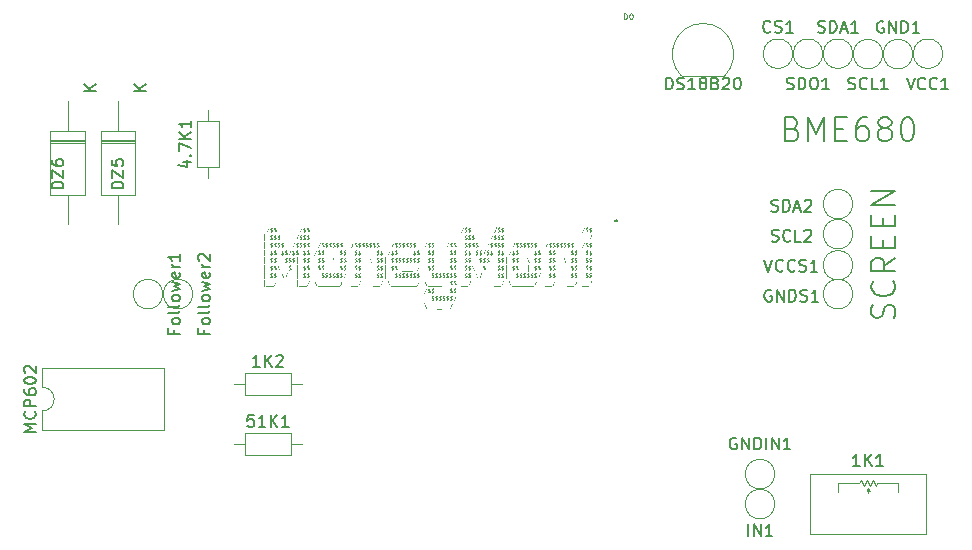
<source format=gbr>
%TF.GenerationSoftware,KiCad,Pcbnew,7.0.5*%
%TF.CreationDate,2023-10-27T13:43:38+01:00*%
%TF.ProjectId,OptiprodV2,4f707469-7072-46f6-9456-322e6b696361,rev?*%
%TF.SameCoordinates,Original*%
%TF.FileFunction,Legend,Top*%
%TF.FilePolarity,Positive*%
%FSLAX46Y46*%
G04 Gerber Fmt 4.6, Leading zero omitted, Abs format (unit mm)*
G04 Created by KiCad (PCBNEW 7.0.5) date 2023-10-27 13:43:38*
%MOMM*%
%LPD*%
G01*
G04 APERTURE LIST*
%ADD10C,0.150000*%
%ADD11C,0.075000*%
%ADD12C,0.120000*%
G04 APERTURE END LIST*
D10*
X181516200Y-85880363D02*
X181611438Y-85594649D01*
X181611438Y-85594649D02*
X181611438Y-85118458D01*
X181611438Y-85118458D02*
X181516200Y-84927982D01*
X181516200Y-84927982D02*
X181420961Y-84832744D01*
X181420961Y-84832744D02*
X181230485Y-84737506D01*
X181230485Y-84737506D02*
X181040009Y-84737506D01*
X181040009Y-84737506D02*
X180849533Y-84832744D01*
X180849533Y-84832744D02*
X180754295Y-84927982D01*
X180754295Y-84927982D02*
X180659057Y-85118458D01*
X180659057Y-85118458D02*
X180563819Y-85499411D01*
X180563819Y-85499411D02*
X180468580Y-85689887D01*
X180468580Y-85689887D02*
X180373342Y-85785125D01*
X180373342Y-85785125D02*
X180182866Y-85880363D01*
X180182866Y-85880363D02*
X179992390Y-85880363D01*
X179992390Y-85880363D02*
X179801914Y-85785125D01*
X179801914Y-85785125D02*
X179706676Y-85689887D01*
X179706676Y-85689887D02*
X179611438Y-85499411D01*
X179611438Y-85499411D02*
X179611438Y-85023220D01*
X179611438Y-85023220D02*
X179706676Y-84737506D01*
X181420961Y-82737506D02*
X181516200Y-82832744D01*
X181516200Y-82832744D02*
X181611438Y-83118458D01*
X181611438Y-83118458D02*
X181611438Y-83308934D01*
X181611438Y-83308934D02*
X181516200Y-83594649D01*
X181516200Y-83594649D02*
X181325723Y-83785125D01*
X181325723Y-83785125D02*
X181135247Y-83880363D01*
X181135247Y-83880363D02*
X180754295Y-83975601D01*
X180754295Y-83975601D02*
X180468580Y-83975601D01*
X180468580Y-83975601D02*
X180087628Y-83880363D01*
X180087628Y-83880363D02*
X179897152Y-83785125D01*
X179897152Y-83785125D02*
X179706676Y-83594649D01*
X179706676Y-83594649D02*
X179611438Y-83308934D01*
X179611438Y-83308934D02*
X179611438Y-83118458D01*
X179611438Y-83118458D02*
X179706676Y-82832744D01*
X179706676Y-82832744D02*
X179801914Y-82737506D01*
X181611438Y-80737506D02*
X180659057Y-81404173D01*
X181611438Y-81880363D02*
X179611438Y-81880363D01*
X179611438Y-81880363D02*
X179611438Y-81118458D01*
X179611438Y-81118458D02*
X179706676Y-80927982D01*
X179706676Y-80927982D02*
X179801914Y-80832744D01*
X179801914Y-80832744D02*
X179992390Y-80737506D01*
X179992390Y-80737506D02*
X180278104Y-80737506D01*
X180278104Y-80737506D02*
X180468580Y-80832744D01*
X180468580Y-80832744D02*
X180563819Y-80927982D01*
X180563819Y-80927982D02*
X180659057Y-81118458D01*
X180659057Y-81118458D02*
X180659057Y-81880363D01*
X180563819Y-79880363D02*
X180563819Y-79213696D01*
X181611438Y-78927982D02*
X181611438Y-79880363D01*
X181611438Y-79880363D02*
X179611438Y-79880363D01*
X179611438Y-79880363D02*
X179611438Y-78927982D01*
X180563819Y-78070839D02*
X180563819Y-77404172D01*
X181611438Y-77118458D02*
X181611438Y-78070839D01*
X181611438Y-78070839D02*
X179611438Y-78070839D01*
X179611438Y-78070839D02*
X179611438Y-77118458D01*
X181611438Y-76261315D02*
X179611438Y-76261315D01*
X179611438Y-76261315D02*
X181611438Y-75118458D01*
X181611438Y-75118458D02*
X179611438Y-75118458D01*
X172945541Y-69819819D02*
X173231255Y-69915057D01*
X173231255Y-69915057D02*
X173326493Y-70010295D01*
X173326493Y-70010295D02*
X173421731Y-70200771D01*
X173421731Y-70200771D02*
X173421731Y-70486485D01*
X173421731Y-70486485D02*
X173326493Y-70676961D01*
X173326493Y-70676961D02*
X173231255Y-70772200D01*
X173231255Y-70772200D02*
X173040779Y-70867438D01*
X173040779Y-70867438D02*
X172278874Y-70867438D01*
X172278874Y-70867438D02*
X172278874Y-68867438D01*
X172278874Y-68867438D02*
X172945541Y-68867438D01*
X172945541Y-68867438D02*
X173136017Y-68962676D01*
X173136017Y-68962676D02*
X173231255Y-69057914D01*
X173231255Y-69057914D02*
X173326493Y-69248390D01*
X173326493Y-69248390D02*
X173326493Y-69438866D01*
X173326493Y-69438866D02*
X173231255Y-69629342D01*
X173231255Y-69629342D02*
X173136017Y-69724580D01*
X173136017Y-69724580D02*
X172945541Y-69819819D01*
X172945541Y-69819819D02*
X172278874Y-69819819D01*
X174278874Y-70867438D02*
X174278874Y-68867438D01*
X174278874Y-68867438D02*
X174945541Y-70296009D01*
X174945541Y-70296009D02*
X175612207Y-68867438D01*
X175612207Y-68867438D02*
X175612207Y-70867438D01*
X176564588Y-69819819D02*
X177231255Y-69819819D01*
X177516969Y-70867438D02*
X176564588Y-70867438D01*
X176564588Y-70867438D02*
X176564588Y-68867438D01*
X176564588Y-68867438D02*
X177516969Y-68867438D01*
X179231255Y-68867438D02*
X178850302Y-68867438D01*
X178850302Y-68867438D02*
X178659826Y-68962676D01*
X178659826Y-68962676D02*
X178564588Y-69057914D01*
X178564588Y-69057914D02*
X178374112Y-69343628D01*
X178374112Y-69343628D02*
X178278874Y-69724580D01*
X178278874Y-69724580D02*
X178278874Y-70486485D01*
X178278874Y-70486485D02*
X178374112Y-70676961D01*
X178374112Y-70676961D02*
X178469350Y-70772200D01*
X178469350Y-70772200D02*
X178659826Y-70867438D01*
X178659826Y-70867438D02*
X179040779Y-70867438D01*
X179040779Y-70867438D02*
X179231255Y-70772200D01*
X179231255Y-70772200D02*
X179326493Y-70676961D01*
X179326493Y-70676961D02*
X179421731Y-70486485D01*
X179421731Y-70486485D02*
X179421731Y-70010295D01*
X179421731Y-70010295D02*
X179326493Y-69819819D01*
X179326493Y-69819819D02*
X179231255Y-69724580D01*
X179231255Y-69724580D02*
X179040779Y-69629342D01*
X179040779Y-69629342D02*
X178659826Y-69629342D01*
X178659826Y-69629342D02*
X178469350Y-69724580D01*
X178469350Y-69724580D02*
X178374112Y-69819819D01*
X178374112Y-69819819D02*
X178278874Y-70010295D01*
X180564588Y-69724580D02*
X180374112Y-69629342D01*
X180374112Y-69629342D02*
X180278874Y-69534104D01*
X180278874Y-69534104D02*
X180183636Y-69343628D01*
X180183636Y-69343628D02*
X180183636Y-69248390D01*
X180183636Y-69248390D02*
X180278874Y-69057914D01*
X180278874Y-69057914D02*
X180374112Y-68962676D01*
X180374112Y-68962676D02*
X180564588Y-68867438D01*
X180564588Y-68867438D02*
X180945541Y-68867438D01*
X180945541Y-68867438D02*
X181136017Y-68962676D01*
X181136017Y-68962676D02*
X181231255Y-69057914D01*
X181231255Y-69057914D02*
X181326493Y-69248390D01*
X181326493Y-69248390D02*
X181326493Y-69343628D01*
X181326493Y-69343628D02*
X181231255Y-69534104D01*
X181231255Y-69534104D02*
X181136017Y-69629342D01*
X181136017Y-69629342D02*
X180945541Y-69724580D01*
X180945541Y-69724580D02*
X180564588Y-69724580D01*
X180564588Y-69724580D02*
X180374112Y-69819819D01*
X180374112Y-69819819D02*
X180278874Y-69915057D01*
X180278874Y-69915057D02*
X180183636Y-70105533D01*
X180183636Y-70105533D02*
X180183636Y-70486485D01*
X180183636Y-70486485D02*
X180278874Y-70676961D01*
X180278874Y-70676961D02*
X180374112Y-70772200D01*
X180374112Y-70772200D02*
X180564588Y-70867438D01*
X180564588Y-70867438D02*
X180945541Y-70867438D01*
X180945541Y-70867438D02*
X181136017Y-70772200D01*
X181136017Y-70772200D02*
X181231255Y-70676961D01*
X181231255Y-70676961D02*
X181326493Y-70486485D01*
X181326493Y-70486485D02*
X181326493Y-70105533D01*
X181326493Y-70105533D02*
X181231255Y-69915057D01*
X181231255Y-69915057D02*
X181136017Y-69819819D01*
X181136017Y-69819819D02*
X180945541Y-69724580D01*
X182564588Y-68867438D02*
X182755065Y-68867438D01*
X182755065Y-68867438D02*
X182945541Y-68962676D01*
X182945541Y-68962676D02*
X183040779Y-69057914D01*
X183040779Y-69057914D02*
X183136017Y-69248390D01*
X183136017Y-69248390D02*
X183231255Y-69629342D01*
X183231255Y-69629342D02*
X183231255Y-70105533D01*
X183231255Y-70105533D02*
X183136017Y-70486485D01*
X183136017Y-70486485D02*
X183040779Y-70676961D01*
X183040779Y-70676961D02*
X182945541Y-70772200D01*
X182945541Y-70772200D02*
X182755065Y-70867438D01*
X182755065Y-70867438D02*
X182564588Y-70867438D01*
X182564588Y-70867438D02*
X182374112Y-70772200D01*
X182374112Y-70772200D02*
X182278874Y-70676961D01*
X182278874Y-70676961D02*
X182183636Y-70486485D01*
X182183636Y-70486485D02*
X182088398Y-70105533D01*
X182088398Y-70105533D02*
X182088398Y-69629342D01*
X182088398Y-69629342D02*
X182183636Y-69248390D01*
X182183636Y-69248390D02*
X182278874Y-69057914D01*
X182278874Y-69057914D02*
X182374112Y-68962676D01*
X182374112Y-68962676D02*
X182564588Y-68867438D01*
%TO.C,GNDIN1*%
X168180000Y-96022438D02*
X168084762Y-95974819D01*
X168084762Y-95974819D02*
X167941905Y-95974819D01*
X167941905Y-95974819D02*
X167799048Y-96022438D01*
X167799048Y-96022438D02*
X167703810Y-96117676D01*
X167703810Y-96117676D02*
X167656191Y-96212914D01*
X167656191Y-96212914D02*
X167608572Y-96403390D01*
X167608572Y-96403390D02*
X167608572Y-96546247D01*
X167608572Y-96546247D02*
X167656191Y-96736723D01*
X167656191Y-96736723D02*
X167703810Y-96831961D01*
X167703810Y-96831961D02*
X167799048Y-96927200D01*
X167799048Y-96927200D02*
X167941905Y-96974819D01*
X167941905Y-96974819D02*
X168037143Y-96974819D01*
X168037143Y-96974819D02*
X168180000Y-96927200D01*
X168180000Y-96927200D02*
X168227619Y-96879580D01*
X168227619Y-96879580D02*
X168227619Y-96546247D01*
X168227619Y-96546247D02*
X168037143Y-96546247D01*
X168656191Y-96974819D02*
X168656191Y-95974819D01*
X168656191Y-95974819D02*
X169227619Y-96974819D01*
X169227619Y-96974819D02*
X169227619Y-95974819D01*
X169703810Y-96974819D02*
X169703810Y-95974819D01*
X169703810Y-95974819D02*
X169941905Y-95974819D01*
X169941905Y-95974819D02*
X170084762Y-96022438D01*
X170084762Y-96022438D02*
X170180000Y-96117676D01*
X170180000Y-96117676D02*
X170227619Y-96212914D01*
X170227619Y-96212914D02*
X170275238Y-96403390D01*
X170275238Y-96403390D02*
X170275238Y-96546247D01*
X170275238Y-96546247D02*
X170227619Y-96736723D01*
X170227619Y-96736723D02*
X170180000Y-96831961D01*
X170180000Y-96831961D02*
X170084762Y-96927200D01*
X170084762Y-96927200D02*
X169941905Y-96974819D01*
X169941905Y-96974819D02*
X169703810Y-96974819D01*
X170703810Y-96974819D02*
X170703810Y-95974819D01*
X171180000Y-96974819D02*
X171180000Y-95974819D01*
X171180000Y-95974819D02*
X171751428Y-96974819D01*
X171751428Y-96974819D02*
X171751428Y-95974819D01*
X172751428Y-96974819D02*
X172180000Y-96974819D01*
X172465714Y-96974819D02*
X172465714Y-95974819D01*
X172465714Y-95974819D02*
X172370476Y-96117676D01*
X172370476Y-96117676D02*
X172275238Y-96212914D01*
X172275238Y-96212914D02*
X172180000Y-96260533D01*
D11*
%TO.C,A2*%
X158634952Y-60552409D02*
X158634952Y-60052409D01*
X158634952Y-60052409D02*
X158754000Y-60052409D01*
X158754000Y-60052409D02*
X158825428Y-60076219D01*
X158825428Y-60076219D02*
X158873047Y-60123838D01*
X158873047Y-60123838D02*
X158896857Y-60171457D01*
X158896857Y-60171457D02*
X158920666Y-60266695D01*
X158920666Y-60266695D02*
X158920666Y-60338123D01*
X158920666Y-60338123D02*
X158896857Y-60433361D01*
X158896857Y-60433361D02*
X158873047Y-60480980D01*
X158873047Y-60480980D02*
X158825428Y-60528600D01*
X158825428Y-60528600D02*
X158754000Y-60552409D01*
X158754000Y-60552409D02*
X158634952Y-60552409D01*
X159230190Y-60052409D02*
X159277809Y-60052409D01*
X159277809Y-60052409D02*
X159325428Y-60076219D01*
X159325428Y-60076219D02*
X159349238Y-60100028D01*
X159349238Y-60100028D02*
X159373047Y-60147647D01*
X159373047Y-60147647D02*
X159396857Y-60242885D01*
X159396857Y-60242885D02*
X159396857Y-60361933D01*
X159396857Y-60361933D02*
X159373047Y-60457171D01*
X159373047Y-60457171D02*
X159349238Y-60504790D01*
X159349238Y-60504790D02*
X159325428Y-60528600D01*
X159325428Y-60528600D02*
X159277809Y-60552409D01*
X159277809Y-60552409D02*
X159230190Y-60552409D01*
X159230190Y-60552409D02*
X159182571Y-60528600D01*
X159182571Y-60528600D02*
X159158762Y-60504790D01*
X159158762Y-60504790D02*
X159134952Y-60457171D01*
X159134952Y-60457171D02*
X159111143Y-60361933D01*
X159111143Y-60361933D02*
X159111143Y-60242885D01*
X159111143Y-60242885D02*
X159134952Y-60147647D01*
X159134952Y-60147647D02*
X159158762Y-60100028D01*
X159158762Y-60100028D02*
X159182571Y-60076219D01*
X159182571Y-60076219D02*
X159230190Y-60052409D01*
D10*
X157988000Y-77575580D02*
X158035619Y-77623200D01*
X158035619Y-77623200D02*
X157988000Y-77670819D01*
X157988000Y-77670819D02*
X157940381Y-77623200D01*
X157940381Y-77623200D02*
X157988000Y-77575580D01*
X157988000Y-77575580D02*
X157988000Y-77670819D01*
%TO.C,IN1*%
X169180000Y-104304819D02*
X169180000Y-103304819D01*
X169656190Y-104304819D02*
X169656190Y-103304819D01*
X169656190Y-103304819D02*
X170227618Y-104304819D01*
X170227618Y-104304819D02*
X170227618Y-103304819D01*
X171227618Y-104304819D02*
X170656190Y-104304819D01*
X170941904Y-104304819D02*
X170941904Y-103304819D01*
X170941904Y-103304819D02*
X170846666Y-103447676D01*
X170846666Y-103447676D02*
X170751428Y-103542914D01*
X170751428Y-103542914D02*
X170656190Y-103590533D01*
%TO.C,1K2*%
X127833523Y-89974819D02*
X127262095Y-89974819D01*
X127547809Y-89974819D02*
X127547809Y-88974819D01*
X127547809Y-88974819D02*
X127452571Y-89117676D01*
X127452571Y-89117676D02*
X127357333Y-89212914D01*
X127357333Y-89212914D02*
X127262095Y-89260533D01*
X128262095Y-89974819D02*
X128262095Y-88974819D01*
X128833523Y-89974819D02*
X128404952Y-89403390D01*
X128833523Y-88974819D02*
X128262095Y-89546247D01*
X129214476Y-89070057D02*
X129262095Y-89022438D01*
X129262095Y-89022438D02*
X129357333Y-88974819D01*
X129357333Y-88974819D02*
X129595428Y-88974819D01*
X129595428Y-88974819D02*
X129690666Y-89022438D01*
X129690666Y-89022438D02*
X129738285Y-89070057D01*
X129738285Y-89070057D02*
X129785904Y-89165295D01*
X129785904Y-89165295D02*
X129785904Y-89260533D01*
X129785904Y-89260533D02*
X129738285Y-89403390D01*
X129738285Y-89403390D02*
X129166857Y-89974819D01*
X129166857Y-89974819D02*
X129785904Y-89974819D01*
%TO.C,SDO1*%
X172458286Y-66447200D02*
X172601143Y-66494819D01*
X172601143Y-66494819D02*
X172839238Y-66494819D01*
X172839238Y-66494819D02*
X172934476Y-66447200D01*
X172934476Y-66447200D02*
X172982095Y-66399580D01*
X172982095Y-66399580D02*
X173029714Y-66304342D01*
X173029714Y-66304342D02*
X173029714Y-66209104D01*
X173029714Y-66209104D02*
X172982095Y-66113866D01*
X172982095Y-66113866D02*
X172934476Y-66066247D01*
X172934476Y-66066247D02*
X172839238Y-66018628D01*
X172839238Y-66018628D02*
X172648762Y-65971009D01*
X172648762Y-65971009D02*
X172553524Y-65923390D01*
X172553524Y-65923390D02*
X172505905Y-65875771D01*
X172505905Y-65875771D02*
X172458286Y-65780533D01*
X172458286Y-65780533D02*
X172458286Y-65685295D01*
X172458286Y-65685295D02*
X172505905Y-65590057D01*
X172505905Y-65590057D02*
X172553524Y-65542438D01*
X172553524Y-65542438D02*
X172648762Y-65494819D01*
X172648762Y-65494819D02*
X172886857Y-65494819D01*
X172886857Y-65494819D02*
X173029714Y-65542438D01*
X173458286Y-66494819D02*
X173458286Y-65494819D01*
X173458286Y-65494819D02*
X173696381Y-65494819D01*
X173696381Y-65494819D02*
X173839238Y-65542438D01*
X173839238Y-65542438D02*
X173934476Y-65637676D01*
X173934476Y-65637676D02*
X173982095Y-65732914D01*
X173982095Y-65732914D02*
X174029714Y-65923390D01*
X174029714Y-65923390D02*
X174029714Y-66066247D01*
X174029714Y-66066247D02*
X173982095Y-66256723D01*
X173982095Y-66256723D02*
X173934476Y-66351961D01*
X173934476Y-66351961D02*
X173839238Y-66447200D01*
X173839238Y-66447200D02*
X173696381Y-66494819D01*
X173696381Y-66494819D02*
X173458286Y-66494819D01*
X174648762Y-65494819D02*
X174839238Y-65494819D01*
X174839238Y-65494819D02*
X174934476Y-65542438D01*
X174934476Y-65542438D02*
X175029714Y-65637676D01*
X175029714Y-65637676D02*
X175077333Y-65828152D01*
X175077333Y-65828152D02*
X175077333Y-66161485D01*
X175077333Y-66161485D02*
X175029714Y-66351961D01*
X175029714Y-66351961D02*
X174934476Y-66447200D01*
X174934476Y-66447200D02*
X174839238Y-66494819D01*
X174839238Y-66494819D02*
X174648762Y-66494819D01*
X174648762Y-66494819D02*
X174553524Y-66447200D01*
X174553524Y-66447200D02*
X174458286Y-66351961D01*
X174458286Y-66351961D02*
X174410667Y-66161485D01*
X174410667Y-66161485D02*
X174410667Y-65828152D01*
X174410667Y-65828152D02*
X174458286Y-65637676D01*
X174458286Y-65637676D02*
X174553524Y-65542438D01*
X174553524Y-65542438D02*
X174648762Y-65494819D01*
X176029714Y-66494819D02*
X175458286Y-66494819D01*
X175744000Y-66494819D02*
X175744000Y-65494819D01*
X175744000Y-65494819D02*
X175648762Y-65637676D01*
X175648762Y-65637676D02*
X175553524Y-65732914D01*
X175553524Y-65732914D02*
X175458286Y-65780533D01*
%TO.C,VCCS1*%
X170558286Y-80914819D02*
X170891619Y-81914819D01*
X170891619Y-81914819D02*
X171224952Y-80914819D01*
X172129714Y-81819580D02*
X172082095Y-81867200D01*
X172082095Y-81867200D02*
X171939238Y-81914819D01*
X171939238Y-81914819D02*
X171844000Y-81914819D01*
X171844000Y-81914819D02*
X171701143Y-81867200D01*
X171701143Y-81867200D02*
X171605905Y-81771961D01*
X171605905Y-81771961D02*
X171558286Y-81676723D01*
X171558286Y-81676723D02*
X171510667Y-81486247D01*
X171510667Y-81486247D02*
X171510667Y-81343390D01*
X171510667Y-81343390D02*
X171558286Y-81152914D01*
X171558286Y-81152914D02*
X171605905Y-81057676D01*
X171605905Y-81057676D02*
X171701143Y-80962438D01*
X171701143Y-80962438D02*
X171844000Y-80914819D01*
X171844000Y-80914819D02*
X171939238Y-80914819D01*
X171939238Y-80914819D02*
X172082095Y-80962438D01*
X172082095Y-80962438D02*
X172129714Y-81010057D01*
X173129714Y-81819580D02*
X173082095Y-81867200D01*
X173082095Y-81867200D02*
X172939238Y-81914819D01*
X172939238Y-81914819D02*
X172844000Y-81914819D01*
X172844000Y-81914819D02*
X172701143Y-81867200D01*
X172701143Y-81867200D02*
X172605905Y-81771961D01*
X172605905Y-81771961D02*
X172558286Y-81676723D01*
X172558286Y-81676723D02*
X172510667Y-81486247D01*
X172510667Y-81486247D02*
X172510667Y-81343390D01*
X172510667Y-81343390D02*
X172558286Y-81152914D01*
X172558286Y-81152914D02*
X172605905Y-81057676D01*
X172605905Y-81057676D02*
X172701143Y-80962438D01*
X172701143Y-80962438D02*
X172844000Y-80914819D01*
X172844000Y-80914819D02*
X172939238Y-80914819D01*
X172939238Y-80914819D02*
X173082095Y-80962438D01*
X173082095Y-80962438D02*
X173129714Y-81010057D01*
X173510667Y-81867200D02*
X173653524Y-81914819D01*
X173653524Y-81914819D02*
X173891619Y-81914819D01*
X173891619Y-81914819D02*
X173986857Y-81867200D01*
X173986857Y-81867200D02*
X174034476Y-81819580D01*
X174034476Y-81819580D02*
X174082095Y-81724342D01*
X174082095Y-81724342D02*
X174082095Y-81629104D01*
X174082095Y-81629104D02*
X174034476Y-81533866D01*
X174034476Y-81533866D02*
X173986857Y-81486247D01*
X173986857Y-81486247D02*
X173891619Y-81438628D01*
X173891619Y-81438628D02*
X173701143Y-81391009D01*
X173701143Y-81391009D02*
X173605905Y-81343390D01*
X173605905Y-81343390D02*
X173558286Y-81295771D01*
X173558286Y-81295771D02*
X173510667Y-81200533D01*
X173510667Y-81200533D02*
X173510667Y-81105295D01*
X173510667Y-81105295D02*
X173558286Y-81010057D01*
X173558286Y-81010057D02*
X173605905Y-80962438D01*
X173605905Y-80962438D02*
X173701143Y-80914819D01*
X173701143Y-80914819D02*
X173939238Y-80914819D01*
X173939238Y-80914819D02*
X174082095Y-80962438D01*
X175034476Y-81914819D02*
X174463048Y-81914819D01*
X174748762Y-81914819D02*
X174748762Y-80914819D01*
X174748762Y-80914819D02*
X174653524Y-81057676D01*
X174653524Y-81057676D02*
X174558286Y-81152914D01*
X174558286Y-81152914D02*
X174463048Y-81200533D01*
%TO.C,51K1*%
X127309714Y-94054819D02*
X126833524Y-94054819D01*
X126833524Y-94054819D02*
X126785905Y-94531009D01*
X126785905Y-94531009D02*
X126833524Y-94483390D01*
X126833524Y-94483390D02*
X126928762Y-94435771D01*
X126928762Y-94435771D02*
X127166857Y-94435771D01*
X127166857Y-94435771D02*
X127262095Y-94483390D01*
X127262095Y-94483390D02*
X127309714Y-94531009D01*
X127309714Y-94531009D02*
X127357333Y-94626247D01*
X127357333Y-94626247D02*
X127357333Y-94864342D01*
X127357333Y-94864342D02*
X127309714Y-94959580D01*
X127309714Y-94959580D02*
X127262095Y-95007200D01*
X127262095Y-95007200D02*
X127166857Y-95054819D01*
X127166857Y-95054819D02*
X126928762Y-95054819D01*
X126928762Y-95054819D02*
X126833524Y-95007200D01*
X126833524Y-95007200D02*
X126785905Y-94959580D01*
X128309714Y-95054819D02*
X127738286Y-95054819D01*
X128024000Y-95054819D02*
X128024000Y-94054819D01*
X128024000Y-94054819D02*
X127928762Y-94197676D01*
X127928762Y-94197676D02*
X127833524Y-94292914D01*
X127833524Y-94292914D02*
X127738286Y-94340533D01*
X128738286Y-95054819D02*
X128738286Y-94054819D01*
X129309714Y-95054819D02*
X128881143Y-94483390D01*
X129309714Y-94054819D02*
X128738286Y-94626247D01*
X130262095Y-95054819D02*
X129690667Y-95054819D01*
X129976381Y-95054819D02*
X129976381Y-94054819D01*
X129976381Y-94054819D02*
X129881143Y-94197676D01*
X129881143Y-94197676D02*
X129785905Y-94292914D01*
X129785905Y-94292914D02*
X129690667Y-94340533D01*
%TO.C,CS1*%
X171061142Y-61579580D02*
X171013523Y-61627200D01*
X171013523Y-61627200D02*
X170870666Y-61674819D01*
X170870666Y-61674819D02*
X170775428Y-61674819D01*
X170775428Y-61674819D02*
X170632571Y-61627200D01*
X170632571Y-61627200D02*
X170537333Y-61531961D01*
X170537333Y-61531961D02*
X170489714Y-61436723D01*
X170489714Y-61436723D02*
X170442095Y-61246247D01*
X170442095Y-61246247D02*
X170442095Y-61103390D01*
X170442095Y-61103390D02*
X170489714Y-60912914D01*
X170489714Y-60912914D02*
X170537333Y-60817676D01*
X170537333Y-60817676D02*
X170632571Y-60722438D01*
X170632571Y-60722438D02*
X170775428Y-60674819D01*
X170775428Y-60674819D02*
X170870666Y-60674819D01*
X170870666Y-60674819D02*
X171013523Y-60722438D01*
X171013523Y-60722438D02*
X171061142Y-60770057D01*
X171442095Y-61627200D02*
X171584952Y-61674819D01*
X171584952Y-61674819D02*
X171823047Y-61674819D01*
X171823047Y-61674819D02*
X171918285Y-61627200D01*
X171918285Y-61627200D02*
X171965904Y-61579580D01*
X171965904Y-61579580D02*
X172013523Y-61484342D01*
X172013523Y-61484342D02*
X172013523Y-61389104D01*
X172013523Y-61389104D02*
X171965904Y-61293866D01*
X171965904Y-61293866D02*
X171918285Y-61246247D01*
X171918285Y-61246247D02*
X171823047Y-61198628D01*
X171823047Y-61198628D02*
X171632571Y-61151009D01*
X171632571Y-61151009D02*
X171537333Y-61103390D01*
X171537333Y-61103390D02*
X171489714Y-61055771D01*
X171489714Y-61055771D02*
X171442095Y-60960533D01*
X171442095Y-60960533D02*
X171442095Y-60865295D01*
X171442095Y-60865295D02*
X171489714Y-60770057D01*
X171489714Y-60770057D02*
X171537333Y-60722438D01*
X171537333Y-60722438D02*
X171632571Y-60674819D01*
X171632571Y-60674819D02*
X171870666Y-60674819D01*
X171870666Y-60674819D02*
X172013523Y-60722438D01*
X172965904Y-61674819D02*
X172394476Y-61674819D01*
X172680190Y-61674819D02*
X172680190Y-60674819D01*
X172680190Y-60674819D02*
X172584952Y-60817676D01*
X172584952Y-60817676D02*
X172489714Y-60912914D01*
X172489714Y-60912914D02*
X172394476Y-60960533D01*
%TO.C,GND1*%
X180625904Y-60752438D02*
X180530666Y-60704819D01*
X180530666Y-60704819D02*
X180387809Y-60704819D01*
X180387809Y-60704819D02*
X180244952Y-60752438D01*
X180244952Y-60752438D02*
X180149714Y-60847676D01*
X180149714Y-60847676D02*
X180102095Y-60942914D01*
X180102095Y-60942914D02*
X180054476Y-61133390D01*
X180054476Y-61133390D02*
X180054476Y-61276247D01*
X180054476Y-61276247D02*
X180102095Y-61466723D01*
X180102095Y-61466723D02*
X180149714Y-61561961D01*
X180149714Y-61561961D02*
X180244952Y-61657200D01*
X180244952Y-61657200D02*
X180387809Y-61704819D01*
X180387809Y-61704819D02*
X180483047Y-61704819D01*
X180483047Y-61704819D02*
X180625904Y-61657200D01*
X180625904Y-61657200D02*
X180673523Y-61609580D01*
X180673523Y-61609580D02*
X180673523Y-61276247D01*
X180673523Y-61276247D02*
X180483047Y-61276247D01*
X181102095Y-61704819D02*
X181102095Y-60704819D01*
X181102095Y-60704819D02*
X181673523Y-61704819D01*
X181673523Y-61704819D02*
X181673523Y-60704819D01*
X182149714Y-61704819D02*
X182149714Y-60704819D01*
X182149714Y-60704819D02*
X182387809Y-60704819D01*
X182387809Y-60704819D02*
X182530666Y-60752438D01*
X182530666Y-60752438D02*
X182625904Y-60847676D01*
X182625904Y-60847676D02*
X182673523Y-60942914D01*
X182673523Y-60942914D02*
X182721142Y-61133390D01*
X182721142Y-61133390D02*
X182721142Y-61276247D01*
X182721142Y-61276247D02*
X182673523Y-61466723D01*
X182673523Y-61466723D02*
X182625904Y-61561961D01*
X182625904Y-61561961D02*
X182530666Y-61657200D01*
X182530666Y-61657200D02*
X182387809Y-61704819D01*
X182387809Y-61704819D02*
X182149714Y-61704819D01*
X183673523Y-61704819D02*
X183102095Y-61704819D01*
X183387809Y-61704819D02*
X183387809Y-60704819D01*
X183387809Y-60704819D02*
X183292571Y-60847676D01*
X183292571Y-60847676D02*
X183197333Y-60942914D01*
X183197333Y-60942914D02*
X183102095Y-60990533D01*
%TO.C,DS18B20*%
X162211143Y-66494819D02*
X162211143Y-65494819D01*
X162211143Y-65494819D02*
X162449238Y-65494819D01*
X162449238Y-65494819D02*
X162592095Y-65542438D01*
X162592095Y-65542438D02*
X162687333Y-65637676D01*
X162687333Y-65637676D02*
X162734952Y-65732914D01*
X162734952Y-65732914D02*
X162782571Y-65923390D01*
X162782571Y-65923390D02*
X162782571Y-66066247D01*
X162782571Y-66066247D02*
X162734952Y-66256723D01*
X162734952Y-66256723D02*
X162687333Y-66351961D01*
X162687333Y-66351961D02*
X162592095Y-66447200D01*
X162592095Y-66447200D02*
X162449238Y-66494819D01*
X162449238Y-66494819D02*
X162211143Y-66494819D01*
X163163524Y-66447200D02*
X163306381Y-66494819D01*
X163306381Y-66494819D02*
X163544476Y-66494819D01*
X163544476Y-66494819D02*
X163639714Y-66447200D01*
X163639714Y-66447200D02*
X163687333Y-66399580D01*
X163687333Y-66399580D02*
X163734952Y-66304342D01*
X163734952Y-66304342D02*
X163734952Y-66209104D01*
X163734952Y-66209104D02*
X163687333Y-66113866D01*
X163687333Y-66113866D02*
X163639714Y-66066247D01*
X163639714Y-66066247D02*
X163544476Y-66018628D01*
X163544476Y-66018628D02*
X163354000Y-65971009D01*
X163354000Y-65971009D02*
X163258762Y-65923390D01*
X163258762Y-65923390D02*
X163211143Y-65875771D01*
X163211143Y-65875771D02*
X163163524Y-65780533D01*
X163163524Y-65780533D02*
X163163524Y-65685295D01*
X163163524Y-65685295D02*
X163211143Y-65590057D01*
X163211143Y-65590057D02*
X163258762Y-65542438D01*
X163258762Y-65542438D02*
X163354000Y-65494819D01*
X163354000Y-65494819D02*
X163592095Y-65494819D01*
X163592095Y-65494819D02*
X163734952Y-65542438D01*
X164687333Y-66494819D02*
X164115905Y-66494819D01*
X164401619Y-66494819D02*
X164401619Y-65494819D01*
X164401619Y-65494819D02*
X164306381Y-65637676D01*
X164306381Y-65637676D02*
X164211143Y-65732914D01*
X164211143Y-65732914D02*
X164115905Y-65780533D01*
X165258762Y-65923390D02*
X165163524Y-65875771D01*
X165163524Y-65875771D02*
X165115905Y-65828152D01*
X165115905Y-65828152D02*
X165068286Y-65732914D01*
X165068286Y-65732914D02*
X165068286Y-65685295D01*
X165068286Y-65685295D02*
X165115905Y-65590057D01*
X165115905Y-65590057D02*
X165163524Y-65542438D01*
X165163524Y-65542438D02*
X165258762Y-65494819D01*
X165258762Y-65494819D02*
X165449238Y-65494819D01*
X165449238Y-65494819D02*
X165544476Y-65542438D01*
X165544476Y-65542438D02*
X165592095Y-65590057D01*
X165592095Y-65590057D02*
X165639714Y-65685295D01*
X165639714Y-65685295D02*
X165639714Y-65732914D01*
X165639714Y-65732914D02*
X165592095Y-65828152D01*
X165592095Y-65828152D02*
X165544476Y-65875771D01*
X165544476Y-65875771D02*
X165449238Y-65923390D01*
X165449238Y-65923390D02*
X165258762Y-65923390D01*
X165258762Y-65923390D02*
X165163524Y-65971009D01*
X165163524Y-65971009D02*
X165115905Y-66018628D01*
X165115905Y-66018628D02*
X165068286Y-66113866D01*
X165068286Y-66113866D02*
X165068286Y-66304342D01*
X165068286Y-66304342D02*
X165115905Y-66399580D01*
X165115905Y-66399580D02*
X165163524Y-66447200D01*
X165163524Y-66447200D02*
X165258762Y-66494819D01*
X165258762Y-66494819D02*
X165449238Y-66494819D01*
X165449238Y-66494819D02*
X165544476Y-66447200D01*
X165544476Y-66447200D02*
X165592095Y-66399580D01*
X165592095Y-66399580D02*
X165639714Y-66304342D01*
X165639714Y-66304342D02*
X165639714Y-66113866D01*
X165639714Y-66113866D02*
X165592095Y-66018628D01*
X165592095Y-66018628D02*
X165544476Y-65971009D01*
X165544476Y-65971009D02*
X165449238Y-65923390D01*
X166401619Y-65971009D02*
X166544476Y-66018628D01*
X166544476Y-66018628D02*
X166592095Y-66066247D01*
X166592095Y-66066247D02*
X166639714Y-66161485D01*
X166639714Y-66161485D02*
X166639714Y-66304342D01*
X166639714Y-66304342D02*
X166592095Y-66399580D01*
X166592095Y-66399580D02*
X166544476Y-66447200D01*
X166544476Y-66447200D02*
X166449238Y-66494819D01*
X166449238Y-66494819D02*
X166068286Y-66494819D01*
X166068286Y-66494819D02*
X166068286Y-65494819D01*
X166068286Y-65494819D02*
X166401619Y-65494819D01*
X166401619Y-65494819D02*
X166496857Y-65542438D01*
X166496857Y-65542438D02*
X166544476Y-65590057D01*
X166544476Y-65590057D02*
X166592095Y-65685295D01*
X166592095Y-65685295D02*
X166592095Y-65780533D01*
X166592095Y-65780533D02*
X166544476Y-65875771D01*
X166544476Y-65875771D02*
X166496857Y-65923390D01*
X166496857Y-65923390D02*
X166401619Y-65971009D01*
X166401619Y-65971009D02*
X166068286Y-65971009D01*
X167020667Y-65590057D02*
X167068286Y-65542438D01*
X167068286Y-65542438D02*
X167163524Y-65494819D01*
X167163524Y-65494819D02*
X167401619Y-65494819D01*
X167401619Y-65494819D02*
X167496857Y-65542438D01*
X167496857Y-65542438D02*
X167544476Y-65590057D01*
X167544476Y-65590057D02*
X167592095Y-65685295D01*
X167592095Y-65685295D02*
X167592095Y-65780533D01*
X167592095Y-65780533D02*
X167544476Y-65923390D01*
X167544476Y-65923390D02*
X166973048Y-66494819D01*
X166973048Y-66494819D02*
X167592095Y-66494819D01*
X168211143Y-65494819D02*
X168306381Y-65494819D01*
X168306381Y-65494819D02*
X168401619Y-65542438D01*
X168401619Y-65542438D02*
X168449238Y-65590057D01*
X168449238Y-65590057D02*
X168496857Y-65685295D01*
X168496857Y-65685295D02*
X168544476Y-65875771D01*
X168544476Y-65875771D02*
X168544476Y-66113866D01*
X168544476Y-66113866D02*
X168496857Y-66304342D01*
X168496857Y-66304342D02*
X168449238Y-66399580D01*
X168449238Y-66399580D02*
X168401619Y-66447200D01*
X168401619Y-66447200D02*
X168306381Y-66494819D01*
X168306381Y-66494819D02*
X168211143Y-66494819D01*
X168211143Y-66494819D02*
X168115905Y-66447200D01*
X168115905Y-66447200D02*
X168068286Y-66399580D01*
X168068286Y-66399580D02*
X168020667Y-66304342D01*
X168020667Y-66304342D02*
X167973048Y-66113866D01*
X167973048Y-66113866D02*
X167973048Y-65875771D01*
X167973048Y-65875771D02*
X168020667Y-65685295D01*
X168020667Y-65685295D02*
X168068286Y-65590057D01*
X168068286Y-65590057D02*
X168115905Y-65542438D01*
X168115905Y-65542438D02*
X168211143Y-65494819D01*
%TO.C,Follower1*%
X120545009Y-86843810D02*
X120545009Y-87177143D01*
X121068819Y-87177143D02*
X120068819Y-87177143D01*
X120068819Y-87177143D02*
X120068819Y-86700953D01*
X121068819Y-86177143D02*
X121021200Y-86272381D01*
X121021200Y-86272381D02*
X120973580Y-86320000D01*
X120973580Y-86320000D02*
X120878342Y-86367619D01*
X120878342Y-86367619D02*
X120592628Y-86367619D01*
X120592628Y-86367619D02*
X120497390Y-86320000D01*
X120497390Y-86320000D02*
X120449771Y-86272381D01*
X120449771Y-86272381D02*
X120402152Y-86177143D01*
X120402152Y-86177143D02*
X120402152Y-86034286D01*
X120402152Y-86034286D02*
X120449771Y-85939048D01*
X120449771Y-85939048D02*
X120497390Y-85891429D01*
X120497390Y-85891429D02*
X120592628Y-85843810D01*
X120592628Y-85843810D02*
X120878342Y-85843810D01*
X120878342Y-85843810D02*
X120973580Y-85891429D01*
X120973580Y-85891429D02*
X121021200Y-85939048D01*
X121021200Y-85939048D02*
X121068819Y-86034286D01*
X121068819Y-86034286D02*
X121068819Y-86177143D01*
X121068819Y-85272381D02*
X121021200Y-85367619D01*
X121021200Y-85367619D02*
X120925961Y-85415238D01*
X120925961Y-85415238D02*
X120068819Y-85415238D01*
X121068819Y-84748571D02*
X121021200Y-84843809D01*
X121021200Y-84843809D02*
X120925961Y-84891428D01*
X120925961Y-84891428D02*
X120068819Y-84891428D01*
X121068819Y-84224761D02*
X121021200Y-84319999D01*
X121021200Y-84319999D02*
X120973580Y-84367618D01*
X120973580Y-84367618D02*
X120878342Y-84415237D01*
X120878342Y-84415237D02*
X120592628Y-84415237D01*
X120592628Y-84415237D02*
X120497390Y-84367618D01*
X120497390Y-84367618D02*
X120449771Y-84319999D01*
X120449771Y-84319999D02*
X120402152Y-84224761D01*
X120402152Y-84224761D02*
X120402152Y-84081904D01*
X120402152Y-84081904D02*
X120449771Y-83986666D01*
X120449771Y-83986666D02*
X120497390Y-83939047D01*
X120497390Y-83939047D02*
X120592628Y-83891428D01*
X120592628Y-83891428D02*
X120878342Y-83891428D01*
X120878342Y-83891428D02*
X120973580Y-83939047D01*
X120973580Y-83939047D02*
X121021200Y-83986666D01*
X121021200Y-83986666D02*
X121068819Y-84081904D01*
X121068819Y-84081904D02*
X121068819Y-84224761D01*
X120402152Y-83558094D02*
X121068819Y-83367618D01*
X121068819Y-83367618D02*
X120592628Y-83177142D01*
X120592628Y-83177142D02*
X121068819Y-82986666D01*
X121068819Y-82986666D02*
X120402152Y-82796190D01*
X121021200Y-82034285D02*
X121068819Y-82129523D01*
X121068819Y-82129523D02*
X121068819Y-82319999D01*
X121068819Y-82319999D02*
X121021200Y-82415237D01*
X121021200Y-82415237D02*
X120925961Y-82462856D01*
X120925961Y-82462856D02*
X120545009Y-82462856D01*
X120545009Y-82462856D02*
X120449771Y-82415237D01*
X120449771Y-82415237D02*
X120402152Y-82319999D01*
X120402152Y-82319999D02*
X120402152Y-82129523D01*
X120402152Y-82129523D02*
X120449771Y-82034285D01*
X120449771Y-82034285D02*
X120545009Y-81986666D01*
X120545009Y-81986666D02*
X120640247Y-81986666D01*
X120640247Y-81986666D02*
X120735485Y-82462856D01*
X121068819Y-81558094D02*
X120402152Y-81558094D01*
X120592628Y-81558094D02*
X120497390Y-81510475D01*
X120497390Y-81510475D02*
X120449771Y-81462856D01*
X120449771Y-81462856D02*
X120402152Y-81367618D01*
X120402152Y-81367618D02*
X120402152Y-81272380D01*
X121068819Y-80415237D02*
X121068819Y-80986665D01*
X121068819Y-80700951D02*
X120068819Y-80700951D01*
X120068819Y-80700951D02*
X120211676Y-80796189D01*
X120211676Y-80796189D02*
X120306914Y-80891427D01*
X120306914Y-80891427D02*
X120354533Y-80986665D01*
%TO.C,DZ6*%
X111198819Y-74874285D02*
X110198819Y-74874285D01*
X110198819Y-74874285D02*
X110198819Y-74636190D01*
X110198819Y-74636190D02*
X110246438Y-74493333D01*
X110246438Y-74493333D02*
X110341676Y-74398095D01*
X110341676Y-74398095D02*
X110436914Y-74350476D01*
X110436914Y-74350476D02*
X110627390Y-74302857D01*
X110627390Y-74302857D02*
X110770247Y-74302857D01*
X110770247Y-74302857D02*
X110960723Y-74350476D01*
X110960723Y-74350476D02*
X111055961Y-74398095D01*
X111055961Y-74398095D02*
X111151200Y-74493333D01*
X111151200Y-74493333D02*
X111198819Y-74636190D01*
X111198819Y-74636190D02*
X111198819Y-74874285D01*
X110198819Y-73969523D02*
X110198819Y-73302857D01*
X110198819Y-73302857D02*
X111198819Y-73969523D01*
X111198819Y-73969523D02*
X111198819Y-73302857D01*
X110198819Y-72493333D02*
X110198819Y-72683809D01*
X110198819Y-72683809D02*
X110246438Y-72779047D01*
X110246438Y-72779047D02*
X110294057Y-72826666D01*
X110294057Y-72826666D02*
X110436914Y-72921904D01*
X110436914Y-72921904D02*
X110627390Y-72969523D01*
X110627390Y-72969523D02*
X111008342Y-72969523D01*
X111008342Y-72969523D02*
X111103580Y-72921904D01*
X111103580Y-72921904D02*
X111151200Y-72874285D01*
X111151200Y-72874285D02*
X111198819Y-72779047D01*
X111198819Y-72779047D02*
X111198819Y-72588571D01*
X111198819Y-72588571D02*
X111151200Y-72493333D01*
X111151200Y-72493333D02*
X111103580Y-72445714D01*
X111103580Y-72445714D02*
X111008342Y-72398095D01*
X111008342Y-72398095D02*
X110770247Y-72398095D01*
X110770247Y-72398095D02*
X110675009Y-72445714D01*
X110675009Y-72445714D02*
X110627390Y-72493333D01*
X110627390Y-72493333D02*
X110579771Y-72588571D01*
X110579771Y-72588571D02*
X110579771Y-72779047D01*
X110579771Y-72779047D02*
X110627390Y-72874285D01*
X110627390Y-72874285D02*
X110675009Y-72921904D01*
X110675009Y-72921904D02*
X110770247Y-72969523D01*
X113928819Y-66631904D02*
X112928819Y-66631904D01*
X113928819Y-66060476D02*
X113357390Y-66489047D01*
X112928819Y-66060476D02*
X113500247Y-66631904D01*
%TO.C,SDA2*%
X171153524Y-76787200D02*
X171296381Y-76834819D01*
X171296381Y-76834819D02*
X171534476Y-76834819D01*
X171534476Y-76834819D02*
X171629714Y-76787200D01*
X171629714Y-76787200D02*
X171677333Y-76739580D01*
X171677333Y-76739580D02*
X171724952Y-76644342D01*
X171724952Y-76644342D02*
X171724952Y-76549104D01*
X171724952Y-76549104D02*
X171677333Y-76453866D01*
X171677333Y-76453866D02*
X171629714Y-76406247D01*
X171629714Y-76406247D02*
X171534476Y-76358628D01*
X171534476Y-76358628D02*
X171344000Y-76311009D01*
X171344000Y-76311009D02*
X171248762Y-76263390D01*
X171248762Y-76263390D02*
X171201143Y-76215771D01*
X171201143Y-76215771D02*
X171153524Y-76120533D01*
X171153524Y-76120533D02*
X171153524Y-76025295D01*
X171153524Y-76025295D02*
X171201143Y-75930057D01*
X171201143Y-75930057D02*
X171248762Y-75882438D01*
X171248762Y-75882438D02*
X171344000Y-75834819D01*
X171344000Y-75834819D02*
X171582095Y-75834819D01*
X171582095Y-75834819D02*
X171724952Y-75882438D01*
X172153524Y-76834819D02*
X172153524Y-75834819D01*
X172153524Y-75834819D02*
X172391619Y-75834819D01*
X172391619Y-75834819D02*
X172534476Y-75882438D01*
X172534476Y-75882438D02*
X172629714Y-75977676D01*
X172629714Y-75977676D02*
X172677333Y-76072914D01*
X172677333Y-76072914D02*
X172724952Y-76263390D01*
X172724952Y-76263390D02*
X172724952Y-76406247D01*
X172724952Y-76406247D02*
X172677333Y-76596723D01*
X172677333Y-76596723D02*
X172629714Y-76691961D01*
X172629714Y-76691961D02*
X172534476Y-76787200D01*
X172534476Y-76787200D02*
X172391619Y-76834819D01*
X172391619Y-76834819D02*
X172153524Y-76834819D01*
X173105905Y-76549104D02*
X173582095Y-76549104D01*
X173010667Y-76834819D02*
X173344000Y-75834819D01*
X173344000Y-75834819D02*
X173677333Y-76834819D01*
X173963048Y-75930057D02*
X174010667Y-75882438D01*
X174010667Y-75882438D02*
X174105905Y-75834819D01*
X174105905Y-75834819D02*
X174344000Y-75834819D01*
X174344000Y-75834819D02*
X174439238Y-75882438D01*
X174439238Y-75882438D02*
X174486857Y-75930057D01*
X174486857Y-75930057D02*
X174534476Y-76025295D01*
X174534476Y-76025295D02*
X174534476Y-76120533D01*
X174534476Y-76120533D02*
X174486857Y-76263390D01*
X174486857Y-76263390D02*
X173915429Y-76834819D01*
X173915429Y-76834819D02*
X174534476Y-76834819D01*
%TO.C,DZ5*%
X116278819Y-74874285D02*
X115278819Y-74874285D01*
X115278819Y-74874285D02*
X115278819Y-74636190D01*
X115278819Y-74636190D02*
X115326438Y-74493333D01*
X115326438Y-74493333D02*
X115421676Y-74398095D01*
X115421676Y-74398095D02*
X115516914Y-74350476D01*
X115516914Y-74350476D02*
X115707390Y-74302857D01*
X115707390Y-74302857D02*
X115850247Y-74302857D01*
X115850247Y-74302857D02*
X116040723Y-74350476D01*
X116040723Y-74350476D02*
X116135961Y-74398095D01*
X116135961Y-74398095D02*
X116231200Y-74493333D01*
X116231200Y-74493333D02*
X116278819Y-74636190D01*
X116278819Y-74636190D02*
X116278819Y-74874285D01*
X115278819Y-73969523D02*
X115278819Y-73302857D01*
X115278819Y-73302857D02*
X116278819Y-73969523D01*
X116278819Y-73969523D02*
X116278819Y-73302857D01*
X115278819Y-72445714D02*
X115278819Y-72921904D01*
X115278819Y-72921904D02*
X115755009Y-72969523D01*
X115755009Y-72969523D02*
X115707390Y-72921904D01*
X115707390Y-72921904D02*
X115659771Y-72826666D01*
X115659771Y-72826666D02*
X115659771Y-72588571D01*
X115659771Y-72588571D02*
X115707390Y-72493333D01*
X115707390Y-72493333D02*
X115755009Y-72445714D01*
X115755009Y-72445714D02*
X115850247Y-72398095D01*
X115850247Y-72398095D02*
X116088342Y-72398095D01*
X116088342Y-72398095D02*
X116183580Y-72445714D01*
X116183580Y-72445714D02*
X116231200Y-72493333D01*
X116231200Y-72493333D02*
X116278819Y-72588571D01*
X116278819Y-72588571D02*
X116278819Y-72826666D01*
X116278819Y-72826666D02*
X116231200Y-72921904D01*
X116231200Y-72921904D02*
X116183580Y-72969523D01*
X118178819Y-66631904D02*
X117178819Y-66631904D01*
X118178819Y-66060476D02*
X117607390Y-66489047D01*
X117178819Y-66060476D02*
X117750247Y-66631904D01*
%TO.C,Follower2*%
X123085009Y-86843810D02*
X123085009Y-87177143D01*
X123608819Y-87177143D02*
X122608819Y-87177143D01*
X122608819Y-87177143D02*
X122608819Y-86700953D01*
X123608819Y-86177143D02*
X123561200Y-86272381D01*
X123561200Y-86272381D02*
X123513580Y-86320000D01*
X123513580Y-86320000D02*
X123418342Y-86367619D01*
X123418342Y-86367619D02*
X123132628Y-86367619D01*
X123132628Y-86367619D02*
X123037390Y-86320000D01*
X123037390Y-86320000D02*
X122989771Y-86272381D01*
X122989771Y-86272381D02*
X122942152Y-86177143D01*
X122942152Y-86177143D02*
X122942152Y-86034286D01*
X122942152Y-86034286D02*
X122989771Y-85939048D01*
X122989771Y-85939048D02*
X123037390Y-85891429D01*
X123037390Y-85891429D02*
X123132628Y-85843810D01*
X123132628Y-85843810D02*
X123418342Y-85843810D01*
X123418342Y-85843810D02*
X123513580Y-85891429D01*
X123513580Y-85891429D02*
X123561200Y-85939048D01*
X123561200Y-85939048D02*
X123608819Y-86034286D01*
X123608819Y-86034286D02*
X123608819Y-86177143D01*
X123608819Y-85272381D02*
X123561200Y-85367619D01*
X123561200Y-85367619D02*
X123465961Y-85415238D01*
X123465961Y-85415238D02*
X122608819Y-85415238D01*
X123608819Y-84748571D02*
X123561200Y-84843809D01*
X123561200Y-84843809D02*
X123465961Y-84891428D01*
X123465961Y-84891428D02*
X122608819Y-84891428D01*
X123608819Y-84224761D02*
X123561200Y-84319999D01*
X123561200Y-84319999D02*
X123513580Y-84367618D01*
X123513580Y-84367618D02*
X123418342Y-84415237D01*
X123418342Y-84415237D02*
X123132628Y-84415237D01*
X123132628Y-84415237D02*
X123037390Y-84367618D01*
X123037390Y-84367618D02*
X122989771Y-84319999D01*
X122989771Y-84319999D02*
X122942152Y-84224761D01*
X122942152Y-84224761D02*
X122942152Y-84081904D01*
X122942152Y-84081904D02*
X122989771Y-83986666D01*
X122989771Y-83986666D02*
X123037390Y-83939047D01*
X123037390Y-83939047D02*
X123132628Y-83891428D01*
X123132628Y-83891428D02*
X123418342Y-83891428D01*
X123418342Y-83891428D02*
X123513580Y-83939047D01*
X123513580Y-83939047D02*
X123561200Y-83986666D01*
X123561200Y-83986666D02*
X123608819Y-84081904D01*
X123608819Y-84081904D02*
X123608819Y-84224761D01*
X122942152Y-83558094D02*
X123608819Y-83367618D01*
X123608819Y-83367618D02*
X123132628Y-83177142D01*
X123132628Y-83177142D02*
X123608819Y-82986666D01*
X123608819Y-82986666D02*
X122942152Y-82796190D01*
X123561200Y-82034285D02*
X123608819Y-82129523D01*
X123608819Y-82129523D02*
X123608819Y-82319999D01*
X123608819Y-82319999D02*
X123561200Y-82415237D01*
X123561200Y-82415237D02*
X123465961Y-82462856D01*
X123465961Y-82462856D02*
X123085009Y-82462856D01*
X123085009Y-82462856D02*
X122989771Y-82415237D01*
X122989771Y-82415237D02*
X122942152Y-82319999D01*
X122942152Y-82319999D02*
X122942152Y-82129523D01*
X122942152Y-82129523D02*
X122989771Y-82034285D01*
X122989771Y-82034285D02*
X123085009Y-81986666D01*
X123085009Y-81986666D02*
X123180247Y-81986666D01*
X123180247Y-81986666D02*
X123275485Y-82462856D01*
X123608819Y-81558094D02*
X122942152Y-81558094D01*
X123132628Y-81558094D02*
X123037390Y-81510475D01*
X123037390Y-81510475D02*
X122989771Y-81462856D01*
X122989771Y-81462856D02*
X122942152Y-81367618D01*
X122942152Y-81367618D02*
X122942152Y-81272380D01*
X122704057Y-80986665D02*
X122656438Y-80939046D01*
X122656438Y-80939046D02*
X122608819Y-80843808D01*
X122608819Y-80843808D02*
X122608819Y-80605713D01*
X122608819Y-80605713D02*
X122656438Y-80510475D01*
X122656438Y-80510475D02*
X122704057Y-80462856D01*
X122704057Y-80462856D02*
X122799295Y-80415237D01*
X122799295Y-80415237D02*
X122894533Y-80415237D01*
X122894533Y-80415237D02*
X123037390Y-80462856D01*
X123037390Y-80462856D02*
X123608819Y-81034284D01*
X123608819Y-81034284D02*
X123608819Y-80415237D01*
%TO.C,4.7K1*%
X121312152Y-72619999D02*
X121978819Y-72619999D01*
X120931200Y-72858094D02*
X121645485Y-73096189D01*
X121645485Y-73096189D02*
X121645485Y-72477142D01*
X121883580Y-72096189D02*
X121931200Y-72048570D01*
X121931200Y-72048570D02*
X121978819Y-72096189D01*
X121978819Y-72096189D02*
X121931200Y-72143808D01*
X121931200Y-72143808D02*
X121883580Y-72096189D01*
X121883580Y-72096189D02*
X121978819Y-72096189D01*
X120978819Y-71715237D02*
X120978819Y-71048571D01*
X120978819Y-71048571D02*
X121978819Y-71477142D01*
X121978819Y-70667618D02*
X120978819Y-70667618D01*
X121978819Y-70096190D02*
X121407390Y-70524761D01*
X120978819Y-70096190D02*
X121550247Y-70667618D01*
X121978819Y-69143809D02*
X121978819Y-69715237D01*
X121978819Y-69429523D02*
X120978819Y-69429523D01*
X120978819Y-69429523D02*
X121121676Y-69524761D01*
X121121676Y-69524761D02*
X121216914Y-69619999D01*
X121216914Y-69619999D02*
X121264533Y-69715237D01*
%TO.C,MCP602*%
X108868819Y-95471904D02*
X107868819Y-95471904D01*
X107868819Y-95471904D02*
X108583104Y-95138571D01*
X108583104Y-95138571D02*
X107868819Y-94805238D01*
X107868819Y-94805238D02*
X108868819Y-94805238D01*
X108773580Y-93757619D02*
X108821200Y-93805238D01*
X108821200Y-93805238D02*
X108868819Y-93948095D01*
X108868819Y-93948095D02*
X108868819Y-94043333D01*
X108868819Y-94043333D02*
X108821200Y-94186190D01*
X108821200Y-94186190D02*
X108725961Y-94281428D01*
X108725961Y-94281428D02*
X108630723Y-94329047D01*
X108630723Y-94329047D02*
X108440247Y-94376666D01*
X108440247Y-94376666D02*
X108297390Y-94376666D01*
X108297390Y-94376666D02*
X108106914Y-94329047D01*
X108106914Y-94329047D02*
X108011676Y-94281428D01*
X108011676Y-94281428D02*
X107916438Y-94186190D01*
X107916438Y-94186190D02*
X107868819Y-94043333D01*
X107868819Y-94043333D02*
X107868819Y-93948095D01*
X107868819Y-93948095D02*
X107916438Y-93805238D01*
X107916438Y-93805238D02*
X107964057Y-93757619D01*
X108868819Y-93329047D02*
X107868819Y-93329047D01*
X107868819Y-93329047D02*
X107868819Y-92948095D01*
X107868819Y-92948095D02*
X107916438Y-92852857D01*
X107916438Y-92852857D02*
X107964057Y-92805238D01*
X107964057Y-92805238D02*
X108059295Y-92757619D01*
X108059295Y-92757619D02*
X108202152Y-92757619D01*
X108202152Y-92757619D02*
X108297390Y-92805238D01*
X108297390Y-92805238D02*
X108345009Y-92852857D01*
X108345009Y-92852857D02*
X108392628Y-92948095D01*
X108392628Y-92948095D02*
X108392628Y-93329047D01*
X107868819Y-91900476D02*
X107868819Y-92090952D01*
X107868819Y-92090952D02*
X107916438Y-92186190D01*
X107916438Y-92186190D02*
X107964057Y-92233809D01*
X107964057Y-92233809D02*
X108106914Y-92329047D01*
X108106914Y-92329047D02*
X108297390Y-92376666D01*
X108297390Y-92376666D02*
X108678342Y-92376666D01*
X108678342Y-92376666D02*
X108773580Y-92329047D01*
X108773580Y-92329047D02*
X108821200Y-92281428D01*
X108821200Y-92281428D02*
X108868819Y-92186190D01*
X108868819Y-92186190D02*
X108868819Y-91995714D01*
X108868819Y-91995714D02*
X108821200Y-91900476D01*
X108821200Y-91900476D02*
X108773580Y-91852857D01*
X108773580Y-91852857D02*
X108678342Y-91805238D01*
X108678342Y-91805238D02*
X108440247Y-91805238D01*
X108440247Y-91805238D02*
X108345009Y-91852857D01*
X108345009Y-91852857D02*
X108297390Y-91900476D01*
X108297390Y-91900476D02*
X108249771Y-91995714D01*
X108249771Y-91995714D02*
X108249771Y-92186190D01*
X108249771Y-92186190D02*
X108297390Y-92281428D01*
X108297390Y-92281428D02*
X108345009Y-92329047D01*
X108345009Y-92329047D02*
X108440247Y-92376666D01*
X107868819Y-91186190D02*
X107868819Y-91090952D01*
X107868819Y-91090952D02*
X107916438Y-90995714D01*
X107916438Y-90995714D02*
X107964057Y-90948095D01*
X107964057Y-90948095D02*
X108059295Y-90900476D01*
X108059295Y-90900476D02*
X108249771Y-90852857D01*
X108249771Y-90852857D02*
X108487866Y-90852857D01*
X108487866Y-90852857D02*
X108678342Y-90900476D01*
X108678342Y-90900476D02*
X108773580Y-90948095D01*
X108773580Y-90948095D02*
X108821200Y-90995714D01*
X108821200Y-90995714D02*
X108868819Y-91090952D01*
X108868819Y-91090952D02*
X108868819Y-91186190D01*
X108868819Y-91186190D02*
X108821200Y-91281428D01*
X108821200Y-91281428D02*
X108773580Y-91329047D01*
X108773580Y-91329047D02*
X108678342Y-91376666D01*
X108678342Y-91376666D02*
X108487866Y-91424285D01*
X108487866Y-91424285D02*
X108249771Y-91424285D01*
X108249771Y-91424285D02*
X108059295Y-91376666D01*
X108059295Y-91376666D02*
X107964057Y-91329047D01*
X107964057Y-91329047D02*
X107916438Y-91281428D01*
X107916438Y-91281428D02*
X107868819Y-91186190D01*
X107964057Y-90471904D02*
X107916438Y-90424285D01*
X107916438Y-90424285D02*
X107868819Y-90329047D01*
X107868819Y-90329047D02*
X107868819Y-90090952D01*
X107868819Y-90090952D02*
X107916438Y-89995714D01*
X107916438Y-89995714D02*
X107964057Y-89948095D01*
X107964057Y-89948095D02*
X108059295Y-89900476D01*
X108059295Y-89900476D02*
X108154533Y-89900476D01*
X108154533Y-89900476D02*
X108297390Y-89948095D01*
X108297390Y-89948095D02*
X108868819Y-90519523D01*
X108868819Y-90519523D02*
X108868819Y-89900476D01*
%TO.C,GNDS1*%
X171129714Y-83502438D02*
X171034476Y-83454819D01*
X171034476Y-83454819D02*
X170891619Y-83454819D01*
X170891619Y-83454819D02*
X170748762Y-83502438D01*
X170748762Y-83502438D02*
X170653524Y-83597676D01*
X170653524Y-83597676D02*
X170605905Y-83692914D01*
X170605905Y-83692914D02*
X170558286Y-83883390D01*
X170558286Y-83883390D02*
X170558286Y-84026247D01*
X170558286Y-84026247D02*
X170605905Y-84216723D01*
X170605905Y-84216723D02*
X170653524Y-84311961D01*
X170653524Y-84311961D02*
X170748762Y-84407200D01*
X170748762Y-84407200D02*
X170891619Y-84454819D01*
X170891619Y-84454819D02*
X170986857Y-84454819D01*
X170986857Y-84454819D02*
X171129714Y-84407200D01*
X171129714Y-84407200D02*
X171177333Y-84359580D01*
X171177333Y-84359580D02*
X171177333Y-84026247D01*
X171177333Y-84026247D02*
X170986857Y-84026247D01*
X171605905Y-84454819D02*
X171605905Y-83454819D01*
X171605905Y-83454819D02*
X172177333Y-84454819D01*
X172177333Y-84454819D02*
X172177333Y-83454819D01*
X172653524Y-84454819D02*
X172653524Y-83454819D01*
X172653524Y-83454819D02*
X172891619Y-83454819D01*
X172891619Y-83454819D02*
X173034476Y-83502438D01*
X173034476Y-83502438D02*
X173129714Y-83597676D01*
X173129714Y-83597676D02*
X173177333Y-83692914D01*
X173177333Y-83692914D02*
X173224952Y-83883390D01*
X173224952Y-83883390D02*
X173224952Y-84026247D01*
X173224952Y-84026247D02*
X173177333Y-84216723D01*
X173177333Y-84216723D02*
X173129714Y-84311961D01*
X173129714Y-84311961D02*
X173034476Y-84407200D01*
X173034476Y-84407200D02*
X172891619Y-84454819D01*
X172891619Y-84454819D02*
X172653524Y-84454819D01*
X173605905Y-84407200D02*
X173748762Y-84454819D01*
X173748762Y-84454819D02*
X173986857Y-84454819D01*
X173986857Y-84454819D02*
X174082095Y-84407200D01*
X174082095Y-84407200D02*
X174129714Y-84359580D01*
X174129714Y-84359580D02*
X174177333Y-84264342D01*
X174177333Y-84264342D02*
X174177333Y-84169104D01*
X174177333Y-84169104D02*
X174129714Y-84073866D01*
X174129714Y-84073866D02*
X174082095Y-84026247D01*
X174082095Y-84026247D02*
X173986857Y-83978628D01*
X173986857Y-83978628D02*
X173796381Y-83931009D01*
X173796381Y-83931009D02*
X173701143Y-83883390D01*
X173701143Y-83883390D02*
X173653524Y-83835771D01*
X173653524Y-83835771D02*
X173605905Y-83740533D01*
X173605905Y-83740533D02*
X173605905Y-83645295D01*
X173605905Y-83645295D02*
X173653524Y-83550057D01*
X173653524Y-83550057D02*
X173701143Y-83502438D01*
X173701143Y-83502438D02*
X173796381Y-83454819D01*
X173796381Y-83454819D02*
X174034476Y-83454819D01*
X174034476Y-83454819D02*
X174177333Y-83502438D01*
X175129714Y-84454819D02*
X174558286Y-84454819D01*
X174844000Y-84454819D02*
X174844000Y-83454819D01*
X174844000Y-83454819D02*
X174748762Y-83597676D01*
X174748762Y-83597676D02*
X174653524Y-83692914D01*
X174653524Y-83692914D02*
X174558286Y-83740533D01*
%TO.C,SCL2*%
X171177333Y-79327200D02*
X171320190Y-79374819D01*
X171320190Y-79374819D02*
X171558285Y-79374819D01*
X171558285Y-79374819D02*
X171653523Y-79327200D01*
X171653523Y-79327200D02*
X171701142Y-79279580D01*
X171701142Y-79279580D02*
X171748761Y-79184342D01*
X171748761Y-79184342D02*
X171748761Y-79089104D01*
X171748761Y-79089104D02*
X171701142Y-78993866D01*
X171701142Y-78993866D02*
X171653523Y-78946247D01*
X171653523Y-78946247D02*
X171558285Y-78898628D01*
X171558285Y-78898628D02*
X171367809Y-78851009D01*
X171367809Y-78851009D02*
X171272571Y-78803390D01*
X171272571Y-78803390D02*
X171224952Y-78755771D01*
X171224952Y-78755771D02*
X171177333Y-78660533D01*
X171177333Y-78660533D02*
X171177333Y-78565295D01*
X171177333Y-78565295D02*
X171224952Y-78470057D01*
X171224952Y-78470057D02*
X171272571Y-78422438D01*
X171272571Y-78422438D02*
X171367809Y-78374819D01*
X171367809Y-78374819D02*
X171605904Y-78374819D01*
X171605904Y-78374819D02*
X171748761Y-78422438D01*
X172748761Y-79279580D02*
X172701142Y-79327200D01*
X172701142Y-79327200D02*
X172558285Y-79374819D01*
X172558285Y-79374819D02*
X172463047Y-79374819D01*
X172463047Y-79374819D02*
X172320190Y-79327200D01*
X172320190Y-79327200D02*
X172224952Y-79231961D01*
X172224952Y-79231961D02*
X172177333Y-79136723D01*
X172177333Y-79136723D02*
X172129714Y-78946247D01*
X172129714Y-78946247D02*
X172129714Y-78803390D01*
X172129714Y-78803390D02*
X172177333Y-78612914D01*
X172177333Y-78612914D02*
X172224952Y-78517676D01*
X172224952Y-78517676D02*
X172320190Y-78422438D01*
X172320190Y-78422438D02*
X172463047Y-78374819D01*
X172463047Y-78374819D02*
X172558285Y-78374819D01*
X172558285Y-78374819D02*
X172701142Y-78422438D01*
X172701142Y-78422438D02*
X172748761Y-78470057D01*
X173653523Y-79374819D02*
X173177333Y-79374819D01*
X173177333Y-79374819D02*
X173177333Y-78374819D01*
X173939238Y-78470057D02*
X173986857Y-78422438D01*
X173986857Y-78422438D02*
X174082095Y-78374819D01*
X174082095Y-78374819D02*
X174320190Y-78374819D01*
X174320190Y-78374819D02*
X174415428Y-78422438D01*
X174415428Y-78422438D02*
X174463047Y-78470057D01*
X174463047Y-78470057D02*
X174510666Y-78565295D01*
X174510666Y-78565295D02*
X174510666Y-78660533D01*
X174510666Y-78660533D02*
X174463047Y-78803390D01*
X174463047Y-78803390D02*
X173891619Y-79374819D01*
X173891619Y-79374819D02*
X174510666Y-79374819D01*
%TO.C,VCC1*%
X182594476Y-65494819D02*
X182927809Y-66494819D01*
X182927809Y-66494819D02*
X183261142Y-65494819D01*
X184165904Y-66399580D02*
X184118285Y-66447200D01*
X184118285Y-66447200D02*
X183975428Y-66494819D01*
X183975428Y-66494819D02*
X183880190Y-66494819D01*
X183880190Y-66494819D02*
X183737333Y-66447200D01*
X183737333Y-66447200D02*
X183642095Y-66351961D01*
X183642095Y-66351961D02*
X183594476Y-66256723D01*
X183594476Y-66256723D02*
X183546857Y-66066247D01*
X183546857Y-66066247D02*
X183546857Y-65923390D01*
X183546857Y-65923390D02*
X183594476Y-65732914D01*
X183594476Y-65732914D02*
X183642095Y-65637676D01*
X183642095Y-65637676D02*
X183737333Y-65542438D01*
X183737333Y-65542438D02*
X183880190Y-65494819D01*
X183880190Y-65494819D02*
X183975428Y-65494819D01*
X183975428Y-65494819D02*
X184118285Y-65542438D01*
X184118285Y-65542438D02*
X184165904Y-65590057D01*
X185165904Y-66399580D02*
X185118285Y-66447200D01*
X185118285Y-66447200D02*
X184975428Y-66494819D01*
X184975428Y-66494819D02*
X184880190Y-66494819D01*
X184880190Y-66494819D02*
X184737333Y-66447200D01*
X184737333Y-66447200D02*
X184642095Y-66351961D01*
X184642095Y-66351961D02*
X184594476Y-66256723D01*
X184594476Y-66256723D02*
X184546857Y-66066247D01*
X184546857Y-66066247D02*
X184546857Y-65923390D01*
X184546857Y-65923390D02*
X184594476Y-65732914D01*
X184594476Y-65732914D02*
X184642095Y-65637676D01*
X184642095Y-65637676D02*
X184737333Y-65542438D01*
X184737333Y-65542438D02*
X184880190Y-65494819D01*
X184880190Y-65494819D02*
X184975428Y-65494819D01*
X184975428Y-65494819D02*
X185118285Y-65542438D01*
X185118285Y-65542438D02*
X185165904Y-65590057D01*
X186118285Y-66494819D02*
X185546857Y-66494819D01*
X185832571Y-66494819D02*
X185832571Y-65494819D01*
X185832571Y-65494819D02*
X185737333Y-65637676D01*
X185737333Y-65637676D02*
X185642095Y-65732914D01*
X185642095Y-65732914D02*
X185546857Y-65780533D01*
%TO.C,SDA1*%
X175093524Y-61627200D02*
X175236381Y-61674819D01*
X175236381Y-61674819D02*
X175474476Y-61674819D01*
X175474476Y-61674819D02*
X175569714Y-61627200D01*
X175569714Y-61627200D02*
X175617333Y-61579580D01*
X175617333Y-61579580D02*
X175664952Y-61484342D01*
X175664952Y-61484342D02*
X175664952Y-61389104D01*
X175664952Y-61389104D02*
X175617333Y-61293866D01*
X175617333Y-61293866D02*
X175569714Y-61246247D01*
X175569714Y-61246247D02*
X175474476Y-61198628D01*
X175474476Y-61198628D02*
X175284000Y-61151009D01*
X175284000Y-61151009D02*
X175188762Y-61103390D01*
X175188762Y-61103390D02*
X175141143Y-61055771D01*
X175141143Y-61055771D02*
X175093524Y-60960533D01*
X175093524Y-60960533D02*
X175093524Y-60865295D01*
X175093524Y-60865295D02*
X175141143Y-60770057D01*
X175141143Y-60770057D02*
X175188762Y-60722438D01*
X175188762Y-60722438D02*
X175284000Y-60674819D01*
X175284000Y-60674819D02*
X175522095Y-60674819D01*
X175522095Y-60674819D02*
X175664952Y-60722438D01*
X176093524Y-61674819D02*
X176093524Y-60674819D01*
X176093524Y-60674819D02*
X176331619Y-60674819D01*
X176331619Y-60674819D02*
X176474476Y-60722438D01*
X176474476Y-60722438D02*
X176569714Y-60817676D01*
X176569714Y-60817676D02*
X176617333Y-60912914D01*
X176617333Y-60912914D02*
X176664952Y-61103390D01*
X176664952Y-61103390D02*
X176664952Y-61246247D01*
X176664952Y-61246247D02*
X176617333Y-61436723D01*
X176617333Y-61436723D02*
X176569714Y-61531961D01*
X176569714Y-61531961D02*
X176474476Y-61627200D01*
X176474476Y-61627200D02*
X176331619Y-61674819D01*
X176331619Y-61674819D02*
X176093524Y-61674819D01*
X177045905Y-61389104D02*
X177522095Y-61389104D01*
X176950667Y-61674819D02*
X177284000Y-60674819D01*
X177284000Y-60674819D02*
X177617333Y-61674819D01*
X178474476Y-61674819D02*
X177903048Y-61674819D01*
X178188762Y-61674819D02*
X178188762Y-60674819D01*
X178188762Y-60674819D02*
X178093524Y-60817676D01*
X178093524Y-60817676D02*
X177998286Y-60912914D01*
X177998286Y-60912914D02*
X177903048Y-60960533D01*
%TO.C,SCL1*%
X177657333Y-66447200D02*
X177800190Y-66494819D01*
X177800190Y-66494819D02*
X178038285Y-66494819D01*
X178038285Y-66494819D02*
X178133523Y-66447200D01*
X178133523Y-66447200D02*
X178181142Y-66399580D01*
X178181142Y-66399580D02*
X178228761Y-66304342D01*
X178228761Y-66304342D02*
X178228761Y-66209104D01*
X178228761Y-66209104D02*
X178181142Y-66113866D01*
X178181142Y-66113866D02*
X178133523Y-66066247D01*
X178133523Y-66066247D02*
X178038285Y-66018628D01*
X178038285Y-66018628D02*
X177847809Y-65971009D01*
X177847809Y-65971009D02*
X177752571Y-65923390D01*
X177752571Y-65923390D02*
X177704952Y-65875771D01*
X177704952Y-65875771D02*
X177657333Y-65780533D01*
X177657333Y-65780533D02*
X177657333Y-65685295D01*
X177657333Y-65685295D02*
X177704952Y-65590057D01*
X177704952Y-65590057D02*
X177752571Y-65542438D01*
X177752571Y-65542438D02*
X177847809Y-65494819D01*
X177847809Y-65494819D02*
X178085904Y-65494819D01*
X178085904Y-65494819D02*
X178228761Y-65542438D01*
X179228761Y-66399580D02*
X179181142Y-66447200D01*
X179181142Y-66447200D02*
X179038285Y-66494819D01*
X179038285Y-66494819D02*
X178943047Y-66494819D01*
X178943047Y-66494819D02*
X178800190Y-66447200D01*
X178800190Y-66447200D02*
X178704952Y-66351961D01*
X178704952Y-66351961D02*
X178657333Y-66256723D01*
X178657333Y-66256723D02*
X178609714Y-66066247D01*
X178609714Y-66066247D02*
X178609714Y-65923390D01*
X178609714Y-65923390D02*
X178657333Y-65732914D01*
X178657333Y-65732914D02*
X178704952Y-65637676D01*
X178704952Y-65637676D02*
X178800190Y-65542438D01*
X178800190Y-65542438D02*
X178943047Y-65494819D01*
X178943047Y-65494819D02*
X179038285Y-65494819D01*
X179038285Y-65494819D02*
X179181142Y-65542438D01*
X179181142Y-65542438D02*
X179228761Y-65590057D01*
X180133523Y-66494819D02*
X179657333Y-66494819D01*
X179657333Y-66494819D02*
X179657333Y-65494819D01*
X180990666Y-66494819D02*
X180419238Y-66494819D01*
X180704952Y-66494819D02*
X180704952Y-65494819D01*
X180704952Y-65494819D02*
X180609714Y-65637676D01*
X180609714Y-65637676D02*
X180514476Y-65732914D01*
X180514476Y-65732914D02*
X180419238Y-65780533D01*
%TO.C,1K1*%
X178633523Y-98394819D02*
X178062095Y-98394819D01*
X178347809Y-98394819D02*
X178347809Y-97394819D01*
X178347809Y-97394819D02*
X178252571Y-97537676D01*
X178252571Y-97537676D02*
X178157333Y-97632914D01*
X178157333Y-97632914D02*
X178062095Y-97680533D01*
X179062095Y-98394819D02*
X179062095Y-97394819D01*
X179633523Y-98394819D02*
X179204952Y-97823390D01*
X179633523Y-97394819D02*
X179062095Y-97966247D01*
X180585904Y-98394819D02*
X180014476Y-98394819D01*
X180300190Y-98394819D02*
X180300190Y-97394819D01*
X180300190Y-97394819D02*
X180204952Y-97537676D01*
X180204952Y-97537676D02*
X180109714Y-97632914D01*
X180109714Y-97632914D02*
X180014476Y-97680533D01*
%TO.C,G\u002A\u002A\u002A*%
G36*
X143198402Y-85094460D02*
G01*
X143393637Y-85095342D01*
X143558105Y-85096804D01*
X143691355Y-85098836D01*
X143792933Y-85101430D01*
X143862388Y-85104579D01*
X143899267Y-85108274D01*
X143905574Y-85110819D01*
X143888996Y-85114847D01*
X143839563Y-85118333D01*
X143757727Y-85121270D01*
X143643942Y-85123650D01*
X143498659Y-85125464D01*
X143322331Y-85126704D01*
X143115409Y-85127362D01*
X142972853Y-85127475D01*
X142747304Y-85127179D01*
X142552069Y-85126296D01*
X142387600Y-85124835D01*
X142254351Y-85122803D01*
X142152772Y-85120209D01*
X142083317Y-85117060D01*
X142046438Y-85113365D01*
X142040131Y-85110819D01*
X142056710Y-85106792D01*
X142106143Y-85103305D01*
X142187978Y-85100368D01*
X142301763Y-85097989D01*
X142447046Y-85096175D01*
X142623375Y-85094935D01*
X142830296Y-85094276D01*
X142972853Y-85094164D01*
X143198402Y-85094460D01*
G37*
G36*
X141809605Y-84626029D02*
G01*
X141832821Y-84667617D01*
X141862939Y-84731327D01*
X141897700Y-84812576D01*
X141910552Y-84844327D01*
X141947992Y-84940533D01*
X141972305Y-85009141D01*
X141984282Y-85052819D01*
X141984717Y-85074235D01*
X141979832Y-85077508D01*
X141956823Y-85063606D01*
X141940214Y-85035914D01*
X141927747Y-85004292D01*
X141905807Y-84949763D01*
X141877588Y-84880231D01*
X141849020Y-84810273D01*
X141819747Y-84738205D01*
X141795776Y-84678058D01*
X141779582Y-84636122D01*
X141773640Y-84618687D01*
X141787021Y-84611746D01*
X141795554Y-84611147D01*
X141809605Y-84626029D01*
G37*
G36*
X144152694Y-84621452D02*
G01*
X144154210Y-84630579D01*
X144147047Y-84658725D01*
X144129213Y-84708017D01*
X144103707Y-84771635D01*
X144073532Y-84842758D01*
X144041688Y-84914567D01*
X144011176Y-84980242D01*
X143984998Y-85032963D01*
X143966154Y-85065910D01*
X143959316Y-85073474D01*
X143940701Y-85070348D01*
X143938885Y-85064445D01*
X143945267Y-85039116D01*
X143962442Y-84991879D01*
X143987453Y-84929485D01*
X144017344Y-84858691D01*
X144049158Y-84786248D01*
X144079940Y-84718912D01*
X144106734Y-84663436D01*
X144126582Y-84626574D01*
X144135633Y-84614963D01*
X144152694Y-84621452D01*
G37*
G36*
X141580267Y-83927847D02*
G01*
X141585282Y-83974961D01*
X141588673Y-84050540D01*
X141590300Y-84152172D01*
X141590426Y-84194754D01*
X141589471Y-84305191D01*
X141586700Y-84390443D01*
X141582254Y-84448102D01*
X141576275Y-84475755D01*
X141573771Y-84477901D01*
X141567274Y-84461661D01*
X141562260Y-84414546D01*
X141558868Y-84338968D01*
X141557241Y-84237336D01*
X141557115Y-84194754D01*
X141558070Y-84084317D01*
X141560842Y-83999064D01*
X141565287Y-83941406D01*
X141571266Y-83913752D01*
X141573771Y-83911606D01*
X141580267Y-83927847D01*
G37*
G36*
X142547876Y-83956232D02*
G01*
X142546404Y-83968397D01*
X142552294Y-83991819D01*
X142571910Y-84002830D01*
X142600940Y-84019389D01*
X142602983Y-84036314D01*
X142577508Y-84044801D01*
X142574438Y-84044852D01*
X142547551Y-84058897D01*
X142530542Y-84091890D01*
X142526739Y-84130118D01*
X142539472Y-84159866D01*
X142545446Y-84164269D01*
X142595706Y-84204906D01*
X142619375Y-84251058D01*
X142616650Y-84295901D01*
X142587731Y-84332611D01*
X142539942Y-84352953D01*
X142500516Y-84370328D01*
X142489836Y-84395946D01*
X142479724Y-84422228D01*
X142466412Y-84427934D01*
X142449981Y-84415648D01*
X142451342Y-84395989D01*
X142449069Y-84369458D01*
X142421939Y-84358513D01*
X142389025Y-84345049D01*
X142376541Y-84329806D01*
X142379526Y-84314014D01*
X142407715Y-84314086D01*
X142411877Y-84314845D01*
X142447934Y-84313673D01*
X142467216Y-84289752D01*
X142470521Y-84261377D01*
X142506492Y-84261377D01*
X142515326Y-84297782D01*
X142535585Y-84312789D01*
X142557907Y-84302574D01*
X142567173Y-84286148D01*
X142565300Y-84254903D01*
X142546311Y-84224525D01*
X142521108Y-84211409D01*
X142510843Y-84225891D01*
X142506493Y-84260781D01*
X142506492Y-84261377D01*
X142470521Y-84261377D01*
X142473171Y-84238627D01*
X142473181Y-84235617D01*
X142459953Y-84196384D01*
X142440251Y-84178302D01*
X142405145Y-84148918D01*
X142389100Y-84126632D01*
X142384073Y-84088949D01*
X142442613Y-84088949D01*
X142450692Y-84121357D01*
X142459231Y-84130156D01*
X142479096Y-84141480D01*
X142487721Y-84136568D01*
X142489793Y-84108521D01*
X142489836Y-84085103D01*
X142485106Y-84042926D01*
X142470679Y-84031824D01*
X142469017Y-84032277D01*
X142449294Y-84053534D01*
X142442613Y-84088949D01*
X142384073Y-84088949D01*
X142383561Y-84085114D01*
X142403125Y-84043002D01*
X142441459Y-84010718D01*
X142465063Y-84001672D01*
X142496218Y-83985910D01*
X142506492Y-83968096D01*
X142519822Y-83947473D01*
X142530953Y-83944918D01*
X142547876Y-83956232D01*
G37*
G36*
X142854679Y-83958275D02*
G01*
X142856262Y-83968119D01*
X142869697Y-83993832D01*
X142881246Y-84000908D01*
X142904340Y-84019550D01*
X142898600Y-84038108D01*
X142872918Y-84044852D01*
X142849458Y-84051817D01*
X142840400Y-84078575D01*
X142839607Y-84100015D01*
X142848367Y-84147394D01*
X142879984Y-84184702D01*
X142889574Y-84192120D01*
X142922640Y-84224527D01*
X142939124Y-84256279D01*
X142939541Y-84260666D01*
X142926320Y-84292482D01*
X142894609Y-84327009D01*
X142856339Y-84353383D01*
X142829033Y-84361311D01*
X142810591Y-84375195D01*
X142806295Y-84394623D01*
X142795071Y-84422368D01*
X142779369Y-84427934D01*
X142759976Y-84417731D01*
X142761154Y-84394623D01*
X142761089Y-84369334D01*
X142737130Y-84361456D01*
X142729785Y-84361311D01*
X142696894Y-84351845D01*
X142689705Y-84334386D01*
X142699535Y-84315079D01*
X142729594Y-84315086D01*
X142757052Y-84315818D01*
X142771358Y-84298489D01*
X142771567Y-84297545D01*
X142818378Y-84297545D01*
X142832446Y-84310672D01*
X142840709Y-84311344D01*
X142870750Y-84297736D01*
X142879751Y-84284249D01*
X142878998Y-84252237D01*
X142861543Y-84222554D01*
X142839458Y-84211409D01*
X142828405Y-84225865D01*
X142819498Y-84260701D01*
X142819398Y-84261377D01*
X142818378Y-84297545D01*
X142771567Y-84297545D01*
X142779061Y-84263692D01*
X142781780Y-84222185D01*
X142768778Y-84192209D01*
X142735245Y-84160097D01*
X142701865Y-84128840D01*
X142691042Y-84104320D01*
X142746146Y-84104320D01*
X142763812Y-84124474D01*
X142784522Y-84117618D01*
X142800289Y-84088174D01*
X142803238Y-84072715D01*
X142802089Y-84040252D01*
X142792785Y-84028196D01*
X142765787Y-84042150D01*
X142747108Y-84073275D01*
X142746146Y-84104320D01*
X142691042Y-84104320D01*
X142690825Y-84103828D01*
X142697049Y-84072381D01*
X142698472Y-84068261D01*
X142728667Y-84024930D01*
X142769022Y-84005533D01*
X142805550Y-83989053D01*
X142822756Y-83969471D01*
X142822951Y-83967492D01*
X142832769Y-83946920D01*
X142839607Y-83944918D01*
X142854679Y-83958275D01*
G37*
G36*
X143168476Y-83955258D02*
G01*
X143167026Y-83969049D01*
X143172363Y-83993287D01*
X143190227Y-84003482D01*
X143218261Y-84020089D01*
X143218146Y-84036965D01*
X143190073Y-84044850D01*
X143189377Y-84044852D01*
X143162235Y-84053556D01*
X143155838Y-84065672D01*
X143151630Y-84098663D01*
X143146946Y-84119803D01*
X143149901Y-84149440D01*
X143179618Y-84176088D01*
X143188813Y-84181487D01*
X143226263Y-84211085D01*
X143239020Y-84249449D01*
X143239344Y-84259658D01*
X143224434Y-84309649D01*
X143186429Y-84346832D01*
X143135704Y-84361311D01*
X143110744Y-84374657D01*
X143106099Y-84394623D01*
X143099124Y-84421688D01*
X143089443Y-84427934D01*
X143075752Y-84414036D01*
X143072787Y-84395781D01*
X143058671Y-84366719D01*
X143036616Y-84358306D01*
X143001131Y-84345381D01*
X142994136Y-84327439D01*
X143015342Y-84313730D01*
X143038088Y-84311344D01*
X143071480Y-84308661D01*
X143085977Y-84294119D01*
X143088080Y-84271909D01*
X143122754Y-84271909D01*
X143129136Y-84303018D01*
X143151214Y-84308303D01*
X143151711Y-84308210D01*
X143178917Y-84289051D01*
X143186661Y-84271509D01*
X143181249Y-84240624D01*
X143160086Y-84220635D01*
X143136041Y-84221819D01*
X143125906Y-84242955D01*
X143122754Y-84271909D01*
X143088080Y-84271909D01*
X143089399Y-84257981D01*
X143089443Y-84247394D01*
X143085019Y-84201634D01*
X143067395Y-84175753D01*
X143046757Y-84163996D01*
X143016764Y-84143474D01*
X143008139Y-84111789D01*
X143009134Y-84093283D01*
X143056634Y-84093283D01*
X143064983Y-84123184D01*
X143076951Y-84132465D01*
X143094738Y-84123384D01*
X143106862Y-84088050D01*
X143112462Y-84050948D01*
X143113490Y-84032150D01*
X143113410Y-84031968D01*
X143098257Y-84033081D01*
X143083499Y-84037914D01*
X143063173Y-84059559D01*
X143056634Y-84093283D01*
X143009134Y-84093283D01*
X143009282Y-84090536D01*
X143021339Y-84047283D01*
X143053581Y-84018949D01*
X143068263Y-84011541D01*
X143104140Y-83989600D01*
X143121972Y-83968383D01*
X143122394Y-83965737D01*
X143136287Y-83947637D01*
X143149520Y-83944918D01*
X143168476Y-83955258D01*
G37*
G36*
X143480597Y-83956232D02*
G01*
X143479125Y-83968397D01*
X143485015Y-83991819D01*
X143504632Y-84002830D01*
X143533662Y-84019389D01*
X143535704Y-84036314D01*
X143510230Y-84044801D01*
X143507160Y-84044852D01*
X143480273Y-84058897D01*
X143463263Y-84091890D01*
X143459460Y-84130118D01*
X143472193Y-84159866D01*
X143478167Y-84164269D01*
X143528427Y-84204906D01*
X143552096Y-84251058D01*
X143549371Y-84295901D01*
X143520453Y-84332611D01*
X143472663Y-84352953D01*
X143433237Y-84370328D01*
X143422558Y-84395946D01*
X143412445Y-84422228D01*
X143399133Y-84427934D01*
X143382702Y-84415648D01*
X143384063Y-84395989D01*
X143381790Y-84369458D01*
X143354661Y-84358513D01*
X143321746Y-84345049D01*
X143309262Y-84329806D01*
X143312247Y-84314014D01*
X143340436Y-84314086D01*
X143344599Y-84314845D01*
X143380655Y-84313673D01*
X143399937Y-84289752D01*
X143403242Y-84261377D01*
X143439213Y-84261377D01*
X143448047Y-84297782D01*
X143468307Y-84312789D01*
X143490628Y-84302574D01*
X143499894Y-84286148D01*
X143498022Y-84254903D01*
X143479032Y-84224525D01*
X143453830Y-84211409D01*
X143443565Y-84225891D01*
X143439214Y-84260781D01*
X143439213Y-84261377D01*
X143403242Y-84261377D01*
X143405892Y-84238627D01*
X143405902Y-84235617D01*
X143392675Y-84196384D01*
X143372972Y-84178302D01*
X143337867Y-84148918D01*
X143321821Y-84126632D01*
X143316794Y-84088949D01*
X143375335Y-84088949D01*
X143383413Y-84121357D01*
X143391953Y-84130156D01*
X143411817Y-84141480D01*
X143420442Y-84136568D01*
X143422514Y-84108521D01*
X143422558Y-84085103D01*
X143417827Y-84042926D01*
X143403401Y-84031824D01*
X143401738Y-84032277D01*
X143382015Y-84053534D01*
X143375335Y-84088949D01*
X143316794Y-84088949D01*
X143316282Y-84085114D01*
X143335847Y-84043002D01*
X143374180Y-84010718D01*
X143397785Y-84001672D01*
X143428940Y-83985910D01*
X143439213Y-83968096D01*
X143452543Y-83947473D01*
X143463674Y-83944918D01*
X143480597Y-83956232D01*
G37*
G36*
X143787401Y-83958275D02*
G01*
X143788984Y-83968119D01*
X143802419Y-83993832D01*
X143813967Y-84000908D01*
X143837062Y-84019550D01*
X143831322Y-84038108D01*
X143805640Y-84044852D01*
X143782180Y-84051817D01*
X143773121Y-84078575D01*
X143772328Y-84100015D01*
X143781088Y-84147394D01*
X143812705Y-84184702D01*
X143822295Y-84192120D01*
X143855361Y-84224527D01*
X143871845Y-84256279D01*
X143872262Y-84260666D01*
X143859041Y-84292482D01*
X143827331Y-84327009D01*
X143789060Y-84353383D01*
X143761754Y-84361311D01*
X143743313Y-84375195D01*
X143739017Y-84394623D01*
X143727793Y-84422368D01*
X143712090Y-84427934D01*
X143692698Y-84417731D01*
X143693875Y-84394623D01*
X143693810Y-84369334D01*
X143669851Y-84361456D01*
X143662506Y-84361311D01*
X143629616Y-84351845D01*
X143622426Y-84334386D01*
X143632256Y-84315079D01*
X143662316Y-84315086D01*
X143689774Y-84315818D01*
X143704080Y-84298489D01*
X143704289Y-84297545D01*
X143751100Y-84297545D01*
X143765167Y-84310672D01*
X143773431Y-84311344D01*
X143803471Y-84297736D01*
X143812473Y-84284249D01*
X143811720Y-84252237D01*
X143794264Y-84222554D01*
X143772179Y-84211409D01*
X143761127Y-84225865D01*
X143752220Y-84260701D01*
X143752120Y-84261377D01*
X143751100Y-84297545D01*
X143704289Y-84297545D01*
X143711782Y-84263692D01*
X143714502Y-84222185D01*
X143701499Y-84192209D01*
X143667966Y-84160097D01*
X143634587Y-84128840D01*
X143623764Y-84104320D01*
X143678867Y-84104320D01*
X143696533Y-84124474D01*
X143717243Y-84117618D01*
X143733010Y-84088174D01*
X143735959Y-84072715D01*
X143734811Y-84040252D01*
X143725507Y-84028196D01*
X143698508Y-84042150D01*
X143679830Y-84073275D01*
X143678867Y-84104320D01*
X143623764Y-84104320D01*
X143623547Y-84103828D01*
X143629770Y-84072381D01*
X143631194Y-84068261D01*
X143661389Y-84024930D01*
X143701743Y-84005533D01*
X143738271Y-83989053D01*
X143755477Y-83969471D01*
X143755672Y-83967492D01*
X143765490Y-83946920D01*
X143772328Y-83944918D01*
X143787401Y-83958275D01*
G37*
G36*
X144101197Y-83955258D02*
G01*
X144099747Y-83969049D01*
X144105085Y-83993287D01*
X144122948Y-84003482D01*
X144150983Y-84020089D01*
X144150868Y-84036965D01*
X144122794Y-84044850D01*
X144122099Y-84044852D01*
X144094956Y-84053556D01*
X144088560Y-84065672D01*
X144084351Y-84098663D01*
X144079668Y-84119803D01*
X144082622Y-84149440D01*
X144112340Y-84176088D01*
X144121535Y-84181487D01*
X144158984Y-84211085D01*
X144171741Y-84249449D01*
X144172066Y-84259658D01*
X144157155Y-84309649D01*
X144119150Y-84346832D01*
X144068425Y-84361311D01*
X144043466Y-84374657D01*
X144038820Y-84394623D01*
X144031845Y-84421688D01*
X144022164Y-84427934D01*
X144008473Y-84414036D01*
X144005508Y-84395781D01*
X143991392Y-84366719D01*
X143969338Y-84358306D01*
X143933852Y-84345381D01*
X143926857Y-84327439D01*
X143948063Y-84313730D01*
X143970809Y-84311344D01*
X144004201Y-84308661D01*
X144018698Y-84294119D01*
X144020801Y-84271909D01*
X144055476Y-84271909D01*
X144061858Y-84303018D01*
X144083936Y-84308303D01*
X144084432Y-84308210D01*
X144111639Y-84289051D01*
X144119382Y-84271509D01*
X144113970Y-84240624D01*
X144092807Y-84220635D01*
X144068763Y-84221819D01*
X144058628Y-84242955D01*
X144055476Y-84271909D01*
X144020801Y-84271909D01*
X144022120Y-84257981D01*
X144022164Y-84247394D01*
X144017740Y-84201634D01*
X144000116Y-84175753D01*
X143979478Y-84163996D01*
X143949485Y-84143474D01*
X143940860Y-84111789D01*
X143941855Y-84093283D01*
X143989355Y-84093283D01*
X143997704Y-84123184D01*
X144009672Y-84132465D01*
X144027459Y-84123384D01*
X144039583Y-84088050D01*
X144045184Y-84050948D01*
X144046212Y-84032150D01*
X144046131Y-84031968D01*
X144030978Y-84033081D01*
X144016220Y-84037914D01*
X143995894Y-84059559D01*
X143989355Y-84093283D01*
X143941855Y-84093283D01*
X143942003Y-84090536D01*
X143954060Y-84047283D01*
X143986303Y-84018949D01*
X144000984Y-84011541D01*
X144036861Y-83989600D01*
X144054694Y-83968383D01*
X144055115Y-83965737D01*
X144069008Y-83947637D01*
X144082241Y-83944918D01*
X144101197Y-83955258D01*
G37*
G36*
X144461715Y-83962870D02*
G01*
X144466410Y-83968977D01*
X144464966Y-83984563D01*
X144456089Y-84013957D01*
X144438487Y-84061486D01*
X144410867Y-84131476D01*
X144374524Y-84221839D01*
X144336427Y-84311456D01*
X144304393Y-84376904D01*
X144279900Y-84415366D01*
X144268092Y-84424714D01*
X144260394Y-84419364D01*
X144262625Y-84396403D01*
X144275742Y-84352595D01*
X144300704Y-84284702D01*
X144335816Y-84196057D01*
X144371550Y-84110989D01*
X144403734Y-84040817D01*
X144429979Y-83990343D01*
X144447900Y-83964370D01*
X144452172Y-83961917D01*
X144461715Y-83962870D01*
G37*
G36*
X143440143Y-83282997D02*
G01*
X143446848Y-83298843D01*
X143451387Y-83330604D01*
X143454146Y-83382656D01*
X143455511Y-83459378D01*
X143455869Y-83561836D01*
X143455489Y-83666754D01*
X143454091Y-83742744D01*
X143451288Y-83794185D01*
X143446695Y-83825452D01*
X143439926Y-83840925D01*
X143430885Y-83844983D01*
X143421628Y-83840674D01*
X143414923Y-83824828D01*
X143410384Y-83793068D01*
X143407625Y-83741015D01*
X143406260Y-83664293D01*
X143405902Y-83561836D01*
X143406282Y-83456917D01*
X143407680Y-83380927D01*
X143410483Y-83329487D01*
X143415075Y-83298219D01*
X143421845Y-83282746D01*
X143430885Y-83278688D01*
X143440143Y-83282997D01*
G37*
G36*
X141987057Y-83335616D02*
G01*
X141987388Y-83341895D01*
X141979427Y-83361357D01*
X141961352Y-83405766D01*
X141935573Y-83469200D01*
X141904495Y-83545737D01*
X141892589Y-83575076D01*
X141855092Y-83663604D01*
X141822781Y-83732239D01*
X141797559Y-83777249D01*
X141781331Y-83794897D01*
X141780406Y-83795016D01*
X141769012Y-83788883D01*
X141770964Y-83766209D01*
X141786942Y-83720581D01*
X141788786Y-83715901D01*
X141836981Y-83594743D01*
X141874849Y-83501263D01*
X141903979Y-83432035D01*
X141925961Y-83383630D01*
X141942384Y-83352621D01*
X141954836Y-83335579D01*
X141964908Y-83329076D01*
X141968316Y-83328655D01*
X141987057Y-83335616D01*
G37*
G36*
X142238417Y-83325357D02*
G01*
X142240000Y-83335201D01*
X142253435Y-83360914D01*
X142264984Y-83367990D01*
X142288078Y-83386632D01*
X142282338Y-83405190D01*
X142256656Y-83411934D01*
X142232404Y-83425241D01*
X142221545Y-83457362D01*
X142224112Y-83496595D01*
X142240139Y-83531237D01*
X142256274Y-83544976D01*
X142291380Y-83574360D01*
X142307425Y-83596646D01*
X142312906Y-83638060D01*
X142293543Y-83680246D01*
X142255751Y-83712464D01*
X142233035Y-83721211D01*
X142198952Y-83740870D01*
X142184838Y-83763115D01*
X142168988Y-83790454D01*
X142150315Y-83791219D01*
X142140174Y-83765768D01*
X142140066Y-83761705D01*
X142128288Y-83733868D01*
X142106754Y-83728393D01*
X142079626Y-83717979D01*
X142073443Y-83703409D01*
X142087816Y-83683253D01*
X142113192Y-83678426D01*
X142142537Y-83671549D01*
X142145126Y-83666898D01*
X142195269Y-83666898D01*
X142205935Y-83676713D01*
X142218334Y-83675418D01*
X142246206Y-83656132D01*
X142253863Y-83638990D01*
X142251203Y-83610885D01*
X142238343Y-83585980D01*
X142222762Y-83576535D01*
X142217637Y-83579602D01*
X142209610Y-83599411D01*
X142200048Y-83633970D01*
X142195269Y-83666898D01*
X142145126Y-83666898D01*
X142157449Y-83644759D01*
X142161562Y-83624295D01*
X142161387Y-83576714D01*
X142142633Y-83549912D01*
X142100042Y-83515663D01*
X142079833Y-83488566D01*
X142076515Y-83464772D01*
X142127404Y-83464772D01*
X142140247Y-83487104D01*
X142159203Y-83505821D01*
X142170352Y-83496731D01*
X142175586Y-83484336D01*
X142186751Y-83441823D01*
X142188862Y-83423038D01*
X142181064Y-83401287D01*
X142160541Y-83403999D01*
X142135561Y-83429773D01*
X142133894Y-83432349D01*
X142127404Y-83464772D01*
X142076515Y-83464772D01*
X142075690Y-83458855D01*
X142076650Y-83447859D01*
X142091915Y-83410110D01*
X142132151Y-83379296D01*
X142144230Y-83373087D01*
X142183016Y-83350809D01*
X142204897Y-83331790D01*
X142206689Y-83327284D01*
X142219404Y-83312435D01*
X142223344Y-83312000D01*
X142238417Y-83325357D01*
G37*
G36*
X142547876Y-83323314D02*
G01*
X142546404Y-83335479D01*
X142552294Y-83358901D01*
X142571910Y-83369912D01*
X142600940Y-83386471D01*
X142602983Y-83403396D01*
X142577508Y-83411883D01*
X142574438Y-83411934D01*
X142547551Y-83425979D01*
X142530542Y-83458972D01*
X142526739Y-83497200D01*
X142539472Y-83526948D01*
X142545446Y-83531351D01*
X142595706Y-83571988D01*
X142619375Y-83618140D01*
X142616650Y-83662983D01*
X142587731Y-83699693D01*
X142539942Y-83720035D01*
X142500516Y-83737410D01*
X142489836Y-83763028D01*
X142479724Y-83789310D01*
X142466412Y-83795016D01*
X142449981Y-83782730D01*
X142451342Y-83763071D01*
X142449069Y-83736540D01*
X142421939Y-83725595D01*
X142389025Y-83712131D01*
X142376541Y-83696888D01*
X142379526Y-83681096D01*
X142407715Y-83681168D01*
X142411877Y-83681927D01*
X142447934Y-83680755D01*
X142467216Y-83656834D01*
X142470521Y-83628459D01*
X142506492Y-83628459D01*
X142515326Y-83664864D01*
X142535585Y-83679870D01*
X142557907Y-83669656D01*
X142567173Y-83653230D01*
X142565300Y-83621985D01*
X142546311Y-83591607D01*
X142521108Y-83578491D01*
X142510843Y-83592973D01*
X142506493Y-83627863D01*
X142506492Y-83628459D01*
X142470521Y-83628459D01*
X142473171Y-83605709D01*
X142473181Y-83602699D01*
X142459953Y-83563466D01*
X142440251Y-83545384D01*
X142405145Y-83515999D01*
X142389100Y-83493714D01*
X142384073Y-83456031D01*
X142442613Y-83456031D01*
X142450692Y-83488439D01*
X142459231Y-83497238D01*
X142479096Y-83508562D01*
X142487721Y-83503650D01*
X142489793Y-83475603D01*
X142489836Y-83452185D01*
X142485106Y-83410008D01*
X142470679Y-83398906D01*
X142469017Y-83399359D01*
X142449294Y-83420616D01*
X142442613Y-83456031D01*
X142384073Y-83456031D01*
X142383561Y-83452196D01*
X142403125Y-83410084D01*
X142441459Y-83377800D01*
X142465063Y-83368754D01*
X142496218Y-83352992D01*
X142506492Y-83335178D01*
X142519822Y-83314555D01*
X142530953Y-83312000D01*
X142547876Y-83323314D01*
G37*
G36*
X144101197Y-83322340D02*
G01*
X144099747Y-83336131D01*
X144105085Y-83360369D01*
X144122948Y-83370564D01*
X144150983Y-83387171D01*
X144150868Y-83404047D01*
X144122794Y-83411932D01*
X144122099Y-83411934D01*
X144094956Y-83420638D01*
X144088560Y-83432754D01*
X144084351Y-83465745D01*
X144079668Y-83486885D01*
X144082622Y-83516522D01*
X144112340Y-83543170D01*
X144121535Y-83548569D01*
X144158984Y-83578167D01*
X144171741Y-83616531D01*
X144172066Y-83626740D01*
X144157155Y-83676731D01*
X144119150Y-83713914D01*
X144068425Y-83728393D01*
X144043466Y-83741739D01*
X144038820Y-83761705D01*
X144031845Y-83788770D01*
X144022164Y-83795016D01*
X144008473Y-83781118D01*
X144005508Y-83762863D01*
X143991392Y-83733801D01*
X143969338Y-83725388D01*
X143933852Y-83712463D01*
X143926857Y-83694521D01*
X143948063Y-83680812D01*
X143970809Y-83678426D01*
X144004201Y-83675743D01*
X144018698Y-83661201D01*
X144020801Y-83638991D01*
X144055476Y-83638991D01*
X144061858Y-83670100D01*
X144083936Y-83675385D01*
X144084432Y-83675292D01*
X144111639Y-83656133D01*
X144119382Y-83638591D01*
X144113970Y-83607706D01*
X144092807Y-83587717D01*
X144068763Y-83588901D01*
X144058628Y-83610037D01*
X144055476Y-83638991D01*
X144020801Y-83638991D01*
X144022120Y-83625063D01*
X144022164Y-83614476D01*
X144017740Y-83568716D01*
X144000116Y-83542835D01*
X143979478Y-83531078D01*
X143949485Y-83510556D01*
X143940860Y-83478871D01*
X143941855Y-83460365D01*
X143989355Y-83460365D01*
X143997704Y-83490266D01*
X144009672Y-83499547D01*
X144027459Y-83490466D01*
X144039583Y-83455132D01*
X144045184Y-83418030D01*
X144046212Y-83399232D01*
X144046131Y-83399050D01*
X144030978Y-83400163D01*
X144016220Y-83404996D01*
X143995894Y-83426641D01*
X143989355Y-83460365D01*
X143941855Y-83460365D01*
X143942003Y-83457618D01*
X143954060Y-83414365D01*
X143986303Y-83386031D01*
X144000984Y-83378623D01*
X144036861Y-83356682D01*
X144054694Y-83335465D01*
X144055115Y-83332819D01*
X144069008Y-83314719D01*
X144082241Y-83312000D01*
X144101197Y-83322340D01*
G37*
G36*
X144413318Y-83323314D02*
G01*
X144411847Y-83335479D01*
X144417737Y-83358901D01*
X144437353Y-83369912D01*
X144466383Y-83386471D01*
X144468425Y-83403396D01*
X144442951Y-83411883D01*
X144439881Y-83411934D01*
X144412994Y-83425979D01*
X144395984Y-83458972D01*
X144392181Y-83497200D01*
X144404915Y-83526948D01*
X144410888Y-83531351D01*
X144461149Y-83571988D01*
X144484817Y-83618140D01*
X144482093Y-83662983D01*
X144453174Y-83699693D01*
X144405385Y-83720035D01*
X144365959Y-83737410D01*
X144355279Y-83763028D01*
X144345166Y-83789310D01*
X144331855Y-83795016D01*
X144315423Y-83782730D01*
X144316784Y-83763071D01*
X144314511Y-83736540D01*
X144287382Y-83725595D01*
X144254468Y-83712131D01*
X144241984Y-83696888D01*
X144244969Y-83681096D01*
X144273157Y-83681168D01*
X144277320Y-83681927D01*
X144313376Y-83680755D01*
X144332658Y-83656834D01*
X144335963Y-83628459D01*
X144371935Y-83628459D01*
X144380769Y-83664864D01*
X144401028Y-83679870D01*
X144423349Y-83669656D01*
X144432616Y-83653230D01*
X144430743Y-83621985D01*
X144411754Y-83591607D01*
X144386551Y-83578491D01*
X144376286Y-83592973D01*
X144371936Y-83627863D01*
X144371935Y-83628459D01*
X144335963Y-83628459D01*
X144338613Y-83605709D01*
X144338623Y-83602699D01*
X144325396Y-83563466D01*
X144305693Y-83545384D01*
X144270588Y-83515999D01*
X144254542Y-83493714D01*
X144249515Y-83456031D01*
X144308056Y-83456031D01*
X144316135Y-83488439D01*
X144324674Y-83497238D01*
X144344538Y-83508562D01*
X144353163Y-83503650D01*
X144355236Y-83475603D01*
X144355279Y-83452185D01*
X144350549Y-83410008D01*
X144336122Y-83398906D01*
X144334459Y-83399359D01*
X144314736Y-83420616D01*
X144308056Y-83456031D01*
X144249515Y-83456031D01*
X144249003Y-83452196D01*
X144268568Y-83410084D01*
X144306901Y-83377800D01*
X144330506Y-83368754D01*
X144361661Y-83352992D01*
X144371935Y-83335178D01*
X144385264Y-83314555D01*
X144396395Y-83312000D01*
X144413318Y-83323314D01*
G37*
G36*
X128233454Y-82633424D02*
G01*
X128240159Y-82649269D01*
X128244698Y-82681030D01*
X128247457Y-82733082D01*
X128248822Y-82809804D01*
X128249181Y-82912262D01*
X128248800Y-83017180D01*
X128247402Y-83093171D01*
X128244600Y-83144611D01*
X128240007Y-83175878D01*
X128233237Y-83191351D01*
X128224197Y-83195409D01*
X128214939Y-83191100D01*
X128208234Y-83175254D01*
X128203696Y-83143494D01*
X128200937Y-83091442D01*
X128199571Y-83014719D01*
X128199213Y-82912262D01*
X128199594Y-82807344D01*
X128200992Y-82731353D01*
X128203794Y-82679913D01*
X128208387Y-82648645D01*
X128215157Y-82633173D01*
X128224197Y-82629114D01*
X128233454Y-82633424D01*
G37*
G36*
X128807132Y-83162978D02*
G01*
X128898011Y-83165542D01*
X128961043Y-83169672D01*
X128994078Y-83175252D01*
X128998689Y-83178754D01*
X128982404Y-83185055D01*
X128934982Y-83189967D01*
X128858576Y-83193375D01*
X128755335Y-83195160D01*
X128690558Y-83195409D01*
X128573983Y-83194529D01*
X128483104Y-83191966D01*
X128420072Y-83187836D01*
X128387037Y-83182255D01*
X128382426Y-83178754D01*
X128398711Y-83172452D01*
X128446133Y-83167540D01*
X128522539Y-83164133D01*
X128625780Y-83162347D01*
X128690558Y-83162098D01*
X128807132Y-83162978D01*
G37*
G36*
X131031618Y-82633424D02*
G01*
X131038323Y-82649269D01*
X131042862Y-82681030D01*
X131045621Y-82733082D01*
X131046986Y-82809804D01*
X131047344Y-82912262D01*
X131046964Y-83017180D01*
X131045566Y-83093171D01*
X131042764Y-83144611D01*
X131038171Y-83175878D01*
X131031401Y-83191351D01*
X131022361Y-83195409D01*
X131013103Y-83191100D01*
X131006398Y-83175254D01*
X131001859Y-83143494D01*
X130999101Y-83091442D01*
X130997735Y-83014719D01*
X130997377Y-82912262D01*
X130997757Y-82807344D01*
X130999156Y-82731353D01*
X131001958Y-82679913D01*
X131006551Y-82648645D01*
X131013320Y-82633173D01*
X131022361Y-82629114D01*
X131031618Y-82633424D01*
G37*
G36*
X131598958Y-83162956D02*
G01*
X131691670Y-83165456D01*
X131756456Y-83169491D01*
X131791241Y-83174949D01*
X131796853Y-83178754D01*
X131780554Y-83184994D01*
X131733043Y-83189874D01*
X131656393Y-83193283D01*
X131552679Y-83195114D01*
X131480394Y-83195409D01*
X131361829Y-83194552D01*
X131269117Y-83192051D01*
X131204331Y-83188017D01*
X131169546Y-83182558D01*
X131163935Y-83178754D01*
X131180233Y-83172513D01*
X131227744Y-83167634D01*
X131304394Y-83164224D01*
X131408108Y-83162393D01*
X131480394Y-83162098D01*
X131598958Y-83162956D01*
G37*
G36*
X133887844Y-83162394D02*
G01*
X134083079Y-83163277D01*
X134247548Y-83164738D01*
X134380797Y-83166770D01*
X134482376Y-83169364D01*
X134551831Y-83172513D01*
X134588710Y-83176208D01*
X134595017Y-83178754D01*
X134578438Y-83182781D01*
X134529005Y-83186268D01*
X134447170Y-83189205D01*
X134333384Y-83191584D01*
X134188101Y-83193398D01*
X134011773Y-83194638D01*
X133804852Y-83195297D01*
X133662295Y-83195409D01*
X133436746Y-83195113D01*
X133241511Y-83194231D01*
X133077043Y-83192769D01*
X132943793Y-83190737D01*
X132842215Y-83188143D01*
X132772760Y-83184994D01*
X132735881Y-83181299D01*
X132729574Y-83178754D01*
X132746152Y-83174726D01*
X132795585Y-83171240D01*
X132877421Y-83168303D01*
X132991206Y-83165923D01*
X133136489Y-83164109D01*
X133312817Y-83162869D01*
X133519738Y-83162211D01*
X133662295Y-83162098D01*
X133887844Y-83162394D01*
G37*
G36*
X135378766Y-82633424D02*
G01*
X135385471Y-82649269D01*
X135390010Y-82681030D01*
X135392769Y-82733082D01*
X135394134Y-82809804D01*
X135394492Y-82912262D01*
X135394112Y-83017180D01*
X135392714Y-83093171D01*
X135389911Y-83144611D01*
X135385318Y-83175878D01*
X135378549Y-83191351D01*
X135369508Y-83195409D01*
X135360251Y-83191100D01*
X135353546Y-83175254D01*
X135349007Y-83143494D01*
X135346248Y-83091442D01*
X135344883Y-83014719D01*
X135344525Y-82912262D01*
X135344905Y-82807344D01*
X135346303Y-82731353D01*
X135349106Y-82679913D01*
X135353698Y-82648645D01*
X135360468Y-82633173D01*
X135369508Y-82629114D01*
X135378766Y-82633424D01*
G37*
G36*
X135946106Y-83162956D02*
G01*
X136038818Y-83165456D01*
X136103604Y-83169491D01*
X136138389Y-83174949D01*
X136144000Y-83178754D01*
X136127702Y-83184994D01*
X136080191Y-83189874D01*
X136003541Y-83193283D01*
X135899827Y-83195114D01*
X135827541Y-83195409D01*
X135708977Y-83194552D01*
X135616264Y-83192051D01*
X135551478Y-83188017D01*
X135516693Y-83182558D01*
X135511082Y-83178754D01*
X135527380Y-83172513D01*
X135574892Y-83167634D01*
X135651542Y-83164224D01*
X135755256Y-83162393D01*
X135827541Y-83162098D01*
X135946106Y-83162956D01*
G37*
G36*
X137233119Y-82645355D02*
G01*
X137238134Y-82692470D01*
X137241526Y-82768048D01*
X137243153Y-82869680D01*
X137243279Y-82912262D01*
X137242324Y-83022699D01*
X137239552Y-83107952D01*
X137235106Y-83165610D01*
X137229128Y-83193264D01*
X137226623Y-83195409D01*
X137220127Y-83179169D01*
X137215112Y-83132054D01*
X137211720Y-83056476D01*
X137210094Y-82954844D01*
X137209967Y-82912262D01*
X137210923Y-82801825D01*
X137213694Y-82716572D01*
X137218140Y-82658914D01*
X137224118Y-82631260D01*
X137226623Y-82629114D01*
X137233119Y-82645355D01*
G37*
G36*
X137811548Y-83162956D02*
G01*
X137904261Y-83165456D01*
X137969047Y-83169491D01*
X138003831Y-83174949D01*
X138009443Y-83178754D01*
X137993145Y-83184994D01*
X137945633Y-83189874D01*
X137868983Y-83193283D01*
X137765269Y-83195114D01*
X137692984Y-83195409D01*
X137574419Y-83194552D01*
X137481707Y-83192051D01*
X137416921Y-83188017D01*
X137382136Y-83182558D01*
X137376525Y-83178754D01*
X137392823Y-83172513D01*
X137440334Y-83167634D01*
X137516984Y-83164224D01*
X137620698Y-83162393D01*
X137692984Y-83162098D01*
X137811548Y-83162956D01*
G37*
G36*
X140262731Y-83162351D02*
G01*
X140478295Y-83163108D01*
X140662790Y-83164362D01*
X140815857Y-83166107D01*
X140937135Y-83168340D01*
X141026264Y-83171053D01*
X141082883Y-83174242D01*
X141106632Y-83177901D01*
X141107410Y-83178754D01*
X141090816Y-83182514D01*
X141041274Y-83185805D01*
X140959144Y-83188621D01*
X140844788Y-83190958D01*
X140698564Y-83192810D01*
X140520834Y-83194171D01*
X140311958Y-83195035D01*
X140072296Y-83195398D01*
X140016459Y-83195409D01*
X139770188Y-83195156D01*
X139554624Y-83194400D01*
X139370128Y-83193146D01*
X139217061Y-83191400D01*
X139095783Y-83189168D01*
X139006655Y-83186454D01*
X138950036Y-83183265D01*
X138926286Y-83179606D01*
X138925508Y-83178754D01*
X138942102Y-83174994D01*
X138991644Y-83171703D01*
X139073774Y-83168886D01*
X139188131Y-83166549D01*
X139334354Y-83164698D01*
X139512084Y-83163337D01*
X139720960Y-83162472D01*
X139960622Y-83162110D01*
X140016459Y-83162098D01*
X140262731Y-83162351D01*
G37*
G36*
X142834170Y-83162544D02*
G01*
X142982947Y-83163869D01*
X143101904Y-83166049D01*
X143190220Y-83169062D01*
X143247076Y-83172887D01*
X143271652Y-83177501D01*
X143272656Y-83178754D01*
X143256141Y-83183558D01*
X143207144Y-83187579D01*
X143126485Y-83190795D01*
X143014984Y-83193181D01*
X142873461Y-83194718D01*
X142702737Y-83195382D01*
X142656394Y-83195409D01*
X142478617Y-83194963D01*
X142329841Y-83193639D01*
X142210884Y-83191459D01*
X142122567Y-83188445D01*
X142065711Y-83184620D01*
X142041135Y-83180006D01*
X142040131Y-83178754D01*
X142056646Y-83173949D01*
X142105643Y-83169928D01*
X142186302Y-83166713D01*
X142297803Y-83164326D01*
X142439326Y-83162789D01*
X142610050Y-83162125D01*
X142656394Y-83162098D01*
X142834170Y-83162544D01*
G37*
G36*
X144689323Y-82633424D02*
G01*
X144696028Y-82649269D01*
X144700567Y-82681030D01*
X144703326Y-82733082D01*
X144704691Y-82809804D01*
X144705049Y-82912262D01*
X144704669Y-83017180D01*
X144703271Y-83093171D01*
X144700469Y-83144611D01*
X144695876Y-83175878D01*
X144689106Y-83191351D01*
X144680066Y-83195409D01*
X144670808Y-83191100D01*
X144664103Y-83175254D01*
X144659564Y-83143494D01*
X144656805Y-83091442D01*
X144655440Y-83014719D01*
X144655082Y-82912262D01*
X144655462Y-82807344D01*
X144656861Y-82731353D01*
X144659663Y-82679913D01*
X144664256Y-82648645D01*
X144671025Y-82633173D01*
X144680066Y-82629114D01*
X144689323Y-82633424D01*
G37*
G36*
X145263001Y-83162978D02*
G01*
X145353880Y-83165542D01*
X145416912Y-83169672D01*
X145449947Y-83175252D01*
X145454558Y-83178754D01*
X145438272Y-83185055D01*
X145390851Y-83189967D01*
X145314445Y-83193375D01*
X145211204Y-83195160D01*
X145146426Y-83195409D01*
X145029852Y-83194529D01*
X144938973Y-83191966D01*
X144875941Y-83187836D01*
X144842906Y-83182255D01*
X144838295Y-83178754D01*
X144854580Y-83172452D01*
X144902002Y-83167540D01*
X144978408Y-83164133D01*
X145081649Y-83162347D01*
X145146426Y-83162098D01*
X145263001Y-83162978D01*
G37*
G36*
X147476398Y-82645355D02*
G01*
X147481413Y-82692470D01*
X147484805Y-82768048D01*
X147486431Y-82869680D01*
X147486558Y-82912262D01*
X147485602Y-83022699D01*
X147482831Y-83107952D01*
X147478385Y-83165610D01*
X147472407Y-83193264D01*
X147469902Y-83195409D01*
X147463406Y-83179169D01*
X147458391Y-83132054D01*
X147454999Y-83056476D01*
X147453372Y-82954844D01*
X147453246Y-82912262D01*
X147454201Y-82801825D01*
X147456973Y-82716572D01*
X147461419Y-82658914D01*
X147467397Y-82631260D01*
X147469902Y-82629114D01*
X147476398Y-82645355D01*
G37*
G36*
X148054827Y-83162956D02*
G01*
X148147539Y-83165456D01*
X148212325Y-83169491D01*
X148247110Y-83174949D01*
X148252721Y-83178754D01*
X148236423Y-83184994D01*
X148188912Y-83189874D01*
X148112262Y-83193283D01*
X148008548Y-83195114D01*
X147936262Y-83195409D01*
X147817698Y-83194552D01*
X147724986Y-83192051D01*
X147660200Y-83188017D01*
X147625415Y-83182558D01*
X147619803Y-83178754D01*
X147636102Y-83172513D01*
X147683613Y-83167634D01*
X147760263Y-83164224D01*
X147863977Y-83162393D01*
X147936262Y-83162098D01*
X148054827Y-83162956D01*
G37*
G36*
X150334246Y-83162397D02*
G01*
X150528366Y-83163287D01*
X150691738Y-83164761D01*
X150823904Y-83166811D01*
X150924404Y-83169428D01*
X150992781Y-83172603D01*
X151028577Y-83176329D01*
X151034230Y-83178754D01*
X151017652Y-83182797D01*
X150968226Y-83186295D01*
X150886410Y-83189238D01*
X150772661Y-83191620D01*
X150627439Y-83193431D01*
X150451200Y-83194663D01*
X150244405Y-83195308D01*
X150109836Y-83195409D01*
X149885426Y-83195111D01*
X149691306Y-83194220D01*
X149527934Y-83192746D01*
X149395769Y-83190697D01*
X149295268Y-83188080D01*
X149226891Y-83184904D01*
X149191095Y-83181178D01*
X149185443Y-83178754D01*
X149202020Y-83174710D01*
X149251446Y-83171213D01*
X149333263Y-83168269D01*
X149447011Y-83165888D01*
X149592234Y-83164077D01*
X149768472Y-83162845D01*
X149975268Y-83162200D01*
X150109836Y-83162098D01*
X150334246Y-83162397D01*
G37*
G36*
X151823546Y-82645355D02*
G01*
X151828561Y-82692470D01*
X151831952Y-82768048D01*
X151833579Y-82869680D01*
X151833705Y-82912262D01*
X151832750Y-83022699D01*
X151829978Y-83107952D01*
X151825533Y-83165610D01*
X151819554Y-83193264D01*
X151817049Y-83195409D01*
X151810553Y-83179169D01*
X151805538Y-83132054D01*
X151802147Y-83056476D01*
X151800520Y-82954844D01*
X151800394Y-82912262D01*
X151801349Y-82801825D01*
X151804120Y-82716572D01*
X151808566Y-82658914D01*
X151814545Y-82631260D01*
X151817049Y-82629114D01*
X151823546Y-82645355D01*
G37*
G36*
X152401974Y-83162956D02*
G01*
X152494687Y-83165456D01*
X152559473Y-83169491D01*
X152594258Y-83174949D01*
X152599869Y-83178754D01*
X152583571Y-83184994D01*
X152536059Y-83189874D01*
X152459409Y-83193283D01*
X152355696Y-83195114D01*
X152283410Y-83195409D01*
X152164846Y-83194552D01*
X152072133Y-83192051D01*
X152007347Y-83188017D01*
X151972562Y-83182558D01*
X151966951Y-83178754D01*
X151983249Y-83172513D01*
X152030761Y-83167634D01*
X152107411Y-83164224D01*
X152211125Y-83162393D01*
X152283410Y-83162098D01*
X152401974Y-83162956D01*
G37*
G36*
X153683422Y-82633424D02*
G01*
X153690127Y-82649269D01*
X153694665Y-82681030D01*
X153697424Y-82733082D01*
X153698790Y-82809804D01*
X153699148Y-82912262D01*
X153698767Y-83017180D01*
X153697369Y-83093171D01*
X153694567Y-83144611D01*
X153689974Y-83175878D01*
X153683204Y-83191351D01*
X153674164Y-83195409D01*
X153664907Y-83191100D01*
X153658202Y-83175254D01*
X153653663Y-83143494D01*
X153650904Y-83091442D01*
X153649539Y-83014719D01*
X153649181Y-82912262D01*
X153649561Y-82807344D01*
X153650959Y-82731353D01*
X153653761Y-82679913D01*
X153658354Y-82648645D01*
X153665124Y-82633173D01*
X153674164Y-82629114D01*
X153683422Y-82633424D01*
G37*
G36*
X154267417Y-83162956D02*
G01*
X154360130Y-83165456D01*
X154424916Y-83169491D01*
X154459700Y-83174949D01*
X154465312Y-83178754D01*
X154449013Y-83184994D01*
X154401502Y-83189874D01*
X154324852Y-83193283D01*
X154221138Y-83195114D01*
X154148853Y-83195409D01*
X154030288Y-83194552D01*
X153937576Y-83192051D01*
X153872790Y-83188017D01*
X153838005Y-83182558D01*
X153832394Y-83178754D01*
X153848692Y-83172513D01*
X153896203Y-83167634D01*
X153972853Y-83164224D01*
X154076567Y-83162393D01*
X154148853Y-83162098D01*
X154267417Y-83162956D01*
G37*
G36*
X154932602Y-82633424D02*
G01*
X154939307Y-82649269D01*
X154943846Y-82681030D01*
X154946605Y-82733082D01*
X154947970Y-82809804D01*
X154948328Y-82912262D01*
X154947948Y-83017180D01*
X154946550Y-83093171D01*
X154943747Y-83144611D01*
X154939154Y-83175878D01*
X154932385Y-83191351D01*
X154923344Y-83195409D01*
X154914087Y-83191100D01*
X154907382Y-83175254D01*
X154902843Y-83143494D01*
X154900084Y-83091442D01*
X154898719Y-83014719D01*
X154898361Y-82912262D01*
X154898741Y-82807344D01*
X154900139Y-82731353D01*
X154902942Y-82679913D01*
X154907534Y-82648645D01*
X154914304Y-82633173D01*
X154923344Y-82629114D01*
X154932602Y-82633424D01*
G37*
G36*
X155506280Y-83162978D02*
G01*
X155597159Y-83165542D01*
X155660191Y-83169672D01*
X155693226Y-83175252D01*
X155697836Y-83178754D01*
X155681551Y-83185055D01*
X155634130Y-83189967D01*
X155557723Y-83193375D01*
X155454483Y-83195160D01*
X155389705Y-83195409D01*
X155273131Y-83194529D01*
X155182252Y-83191966D01*
X155119219Y-83187836D01*
X155086184Y-83182255D01*
X155081574Y-83178754D01*
X155097859Y-83172452D01*
X155145280Y-83167540D01*
X155221687Y-83164133D01*
X155324927Y-83162347D01*
X155389705Y-83162098D01*
X155506280Y-83162978D01*
G37*
G36*
X129245894Y-82681511D02*
G01*
X129246462Y-82698147D01*
X129235447Y-82738453D01*
X129215518Y-82795991D01*
X129189345Y-82864324D01*
X129159597Y-82937012D01*
X129128944Y-83007618D01*
X129100054Y-83069703D01*
X129075598Y-83116830D01*
X129058244Y-83142559D01*
X129053543Y-83145442D01*
X129033622Y-83141663D01*
X129032000Y-83139351D01*
X129038075Y-83121108D01*
X129054427Y-83079005D01*
X129078244Y-83019811D01*
X129106716Y-82950300D01*
X129137030Y-82877242D01*
X129166376Y-82807409D01*
X129191942Y-82747572D01*
X129210918Y-82704504D01*
X129220491Y-82684975D01*
X129220784Y-82684615D01*
X129242434Y-82680500D01*
X129245894Y-82681511D01*
G37*
G36*
X132043972Y-82689386D02*
G01*
X132045489Y-82698513D01*
X132038326Y-82726660D01*
X132020491Y-82775952D01*
X131994986Y-82839569D01*
X131964810Y-82910692D01*
X131932966Y-82982501D01*
X131902455Y-83048176D01*
X131876277Y-83100897D01*
X131857433Y-83133844D01*
X131850594Y-83141408D01*
X131831980Y-83138283D01*
X131830164Y-83132379D01*
X131836546Y-83107051D01*
X131853720Y-83059813D01*
X131878731Y-82997420D01*
X131908622Y-82926625D01*
X131940437Y-82854183D01*
X131971219Y-82786847D01*
X131998012Y-82731371D01*
X132017860Y-82694509D01*
X132026912Y-82682898D01*
X132043972Y-82689386D01*
G37*
G36*
X132499048Y-82693963D02*
G01*
X132522264Y-82735551D01*
X132552382Y-82799262D01*
X132587143Y-82880510D01*
X132599995Y-82912262D01*
X132637435Y-83008467D01*
X132661747Y-83077075D01*
X132673725Y-83120754D01*
X132674159Y-83142169D01*
X132669275Y-83145442D01*
X132646266Y-83131540D01*
X132629657Y-83103848D01*
X132617189Y-83072226D01*
X132595249Y-83017698D01*
X132567031Y-82948166D01*
X132538462Y-82878208D01*
X132509189Y-82806140D01*
X132485218Y-82745993D01*
X132469024Y-82704056D01*
X132463082Y-82686621D01*
X132476463Y-82679680D01*
X132484996Y-82679082D01*
X132499048Y-82693963D01*
G37*
G36*
X134834698Y-82680379D02*
G01*
X134839394Y-82686485D01*
X134837950Y-82702071D01*
X134829073Y-82731465D01*
X134811471Y-82778994D01*
X134783851Y-82848985D01*
X134747508Y-82939347D01*
X134709411Y-83028964D01*
X134677377Y-83094412D01*
X134652883Y-83132874D01*
X134641075Y-83142222D01*
X134633378Y-83136872D01*
X134635608Y-83113911D01*
X134648725Y-83070103D01*
X134673688Y-83002211D01*
X134708800Y-82913566D01*
X134744534Y-82828497D01*
X134776717Y-82758325D01*
X134802963Y-82707851D01*
X134820884Y-82681878D01*
X134825155Y-82679425D01*
X134834698Y-82680379D01*
G37*
G36*
X136391120Y-82689386D02*
G01*
X136392636Y-82698513D01*
X136385474Y-82726660D01*
X136367639Y-82775952D01*
X136342133Y-82839569D01*
X136311958Y-82910692D01*
X136280114Y-82982501D01*
X136249602Y-83048176D01*
X136223424Y-83100897D01*
X136204581Y-83133844D01*
X136197742Y-83141408D01*
X136179127Y-83138283D01*
X136177312Y-83132379D01*
X136183693Y-83107051D01*
X136200868Y-83059813D01*
X136225879Y-82997420D01*
X136255770Y-82926625D01*
X136287585Y-82854183D01*
X136318367Y-82786847D01*
X136345160Y-82731371D01*
X136365008Y-82694509D01*
X136374060Y-82682898D01*
X136391120Y-82689386D01*
G37*
G36*
X138256562Y-82689386D02*
G01*
X138258079Y-82698513D01*
X138250916Y-82726660D01*
X138233081Y-82775952D01*
X138207576Y-82839569D01*
X138177400Y-82910692D01*
X138145556Y-82982501D01*
X138115045Y-83048176D01*
X138088867Y-83100897D01*
X138070023Y-83133844D01*
X138063184Y-83141408D01*
X138044570Y-83138283D01*
X138042754Y-83132379D01*
X138049136Y-83107051D01*
X138066311Y-83059813D01*
X138091321Y-82997420D01*
X138121212Y-82926625D01*
X138153027Y-82854183D01*
X138183809Y-82786847D01*
X138210603Y-82731371D01*
X138230451Y-82694509D01*
X138239502Y-82682898D01*
X138256562Y-82689386D01*
G37*
G36*
X138709621Y-82694126D02*
G01*
X138731959Y-82734631D01*
X138760866Y-82795476D01*
X138793702Y-82871265D01*
X138810553Y-82912538D01*
X138849591Y-83013476D01*
X138874697Y-83086369D01*
X138885673Y-83130572D01*
X138882323Y-83145442D01*
X138856890Y-83137017D01*
X138853024Y-83132777D01*
X138843908Y-83112811D01*
X138825780Y-83069454D01*
X138801367Y-83009563D01*
X138773399Y-82939994D01*
X138744603Y-82867604D01*
X138717709Y-82799250D01*
X138695445Y-82741787D01*
X138680540Y-82702074D01*
X138675672Y-82687137D01*
X138688947Y-82679808D01*
X138696492Y-82679357D01*
X138709621Y-82694126D01*
G37*
G36*
X141354616Y-82681511D02*
G01*
X141355183Y-82698147D01*
X141344168Y-82738453D01*
X141324239Y-82795991D01*
X141298066Y-82864324D01*
X141268319Y-82937012D01*
X141237665Y-83007618D01*
X141208776Y-83069703D01*
X141184319Y-83116830D01*
X141166966Y-83142559D01*
X141162264Y-83145442D01*
X141142343Y-83141663D01*
X141140721Y-83139351D01*
X141146797Y-83121108D01*
X141163149Y-83079005D01*
X141186966Y-83019811D01*
X141215437Y-82950300D01*
X141245751Y-82877242D01*
X141275097Y-82807409D01*
X141300663Y-82747572D01*
X141319639Y-82704504D01*
X141329213Y-82684975D01*
X141329505Y-82684615D01*
X141351156Y-82680500D01*
X141354616Y-82681511D01*
G37*
G36*
X141809605Y-82693963D02*
G01*
X141832821Y-82735551D01*
X141862939Y-82799262D01*
X141897700Y-82880510D01*
X141910552Y-82912262D01*
X141947992Y-83008467D01*
X141972305Y-83077075D01*
X141984282Y-83120754D01*
X141984717Y-83142169D01*
X141979832Y-83145442D01*
X141956823Y-83131540D01*
X141940214Y-83103848D01*
X141927747Y-83072226D01*
X141905807Y-83017698D01*
X141877588Y-82948166D01*
X141849020Y-82878208D01*
X141819747Y-82806140D01*
X141795776Y-82745993D01*
X141779582Y-82704056D01*
X141773640Y-82686621D01*
X141787021Y-82679680D01*
X141795554Y-82679082D01*
X141809605Y-82693963D01*
G37*
G36*
X144101197Y-82672766D02*
G01*
X144099747Y-82686557D01*
X144105085Y-82710795D01*
X144122948Y-82720991D01*
X144150983Y-82737597D01*
X144150868Y-82754473D01*
X144122794Y-82762358D01*
X144122099Y-82762360D01*
X144094956Y-82771064D01*
X144088560Y-82783180D01*
X144084351Y-82816171D01*
X144079668Y-82837311D01*
X144082622Y-82866948D01*
X144112340Y-82893596D01*
X144121535Y-82898995D01*
X144158984Y-82928593D01*
X144171741Y-82966957D01*
X144172066Y-82977166D01*
X144157155Y-83027157D01*
X144119150Y-83064340D01*
X144068425Y-83078819D01*
X144043466Y-83092165D01*
X144038820Y-83112131D01*
X144031845Y-83139196D01*
X144022164Y-83145442D01*
X144008473Y-83131544D01*
X144005508Y-83113289D01*
X143991392Y-83084227D01*
X143969338Y-83075814D01*
X143933852Y-83062889D01*
X143926857Y-83044947D01*
X143948063Y-83031239D01*
X143970809Y-83028852D01*
X144004201Y-83026169D01*
X144018698Y-83011628D01*
X144020801Y-82989417D01*
X144055476Y-82989417D01*
X144061858Y-83020526D01*
X144083936Y-83025812D01*
X144084432Y-83025718D01*
X144111639Y-83006559D01*
X144119382Y-82989017D01*
X144113970Y-82958133D01*
X144092807Y-82938144D01*
X144068763Y-82939327D01*
X144058628Y-82960463D01*
X144055476Y-82989417D01*
X144020801Y-82989417D01*
X144022120Y-82975489D01*
X144022164Y-82964903D01*
X144017740Y-82919142D01*
X144000116Y-82893261D01*
X143979478Y-82881504D01*
X143949485Y-82860983D01*
X143940860Y-82829297D01*
X143941855Y-82810791D01*
X143989355Y-82810791D01*
X143997704Y-82840693D01*
X144009672Y-82849973D01*
X144027459Y-82840892D01*
X144039583Y-82805558D01*
X144045184Y-82768456D01*
X144046212Y-82749658D01*
X144046131Y-82749476D01*
X144030978Y-82750590D01*
X144016220Y-82755422D01*
X143995894Y-82777067D01*
X143989355Y-82810791D01*
X143941855Y-82810791D01*
X143942003Y-82808044D01*
X143954060Y-82764791D01*
X143986303Y-82736457D01*
X144000984Y-82729049D01*
X144036861Y-82707108D01*
X144054694Y-82685891D01*
X144055115Y-82683246D01*
X144069008Y-82665145D01*
X144082241Y-82662426D01*
X144101197Y-82672766D01*
G37*
G36*
X144413318Y-82673740D02*
G01*
X144411847Y-82685905D01*
X144417737Y-82709327D01*
X144437353Y-82720339D01*
X144466383Y-82736897D01*
X144468425Y-82753822D01*
X144442951Y-82762309D01*
X144439881Y-82762360D01*
X144412994Y-82776405D01*
X144395984Y-82809399D01*
X144392181Y-82847626D01*
X144404915Y-82877374D01*
X144410888Y-82881777D01*
X144461149Y-82922414D01*
X144484817Y-82968567D01*
X144482093Y-83013410D01*
X144453174Y-83050119D01*
X144405385Y-83070461D01*
X144365959Y-83087836D01*
X144355279Y-83113454D01*
X144345166Y-83139737D01*
X144331855Y-83145442D01*
X144315423Y-83133156D01*
X144316784Y-83113497D01*
X144314511Y-83086966D01*
X144287382Y-83076022D01*
X144254468Y-83062557D01*
X144241984Y-83047315D01*
X144244969Y-83031522D01*
X144273157Y-83031594D01*
X144277320Y-83032354D01*
X144313376Y-83031181D01*
X144332658Y-83007260D01*
X144335963Y-82978885D01*
X144371935Y-82978885D01*
X144380769Y-83015290D01*
X144401028Y-83030297D01*
X144423349Y-83020082D01*
X144432616Y-83003656D01*
X144430743Y-82972411D01*
X144411754Y-82942033D01*
X144386551Y-82928918D01*
X144376286Y-82943399D01*
X144371936Y-82978289D01*
X144371935Y-82978885D01*
X144335963Y-82978885D01*
X144338613Y-82956135D01*
X144338623Y-82953125D01*
X144325396Y-82913893D01*
X144305693Y-82895810D01*
X144270588Y-82866426D01*
X144254542Y-82844140D01*
X144249515Y-82806458D01*
X144308056Y-82806458D01*
X144316135Y-82838865D01*
X144324674Y-82847664D01*
X144344538Y-82858988D01*
X144353163Y-82854076D01*
X144355236Y-82826029D01*
X144355279Y-82802612D01*
X144350549Y-82760434D01*
X144336122Y-82749332D01*
X144334459Y-82749785D01*
X144314736Y-82771042D01*
X144308056Y-82806458D01*
X144249515Y-82806458D01*
X144249003Y-82802622D01*
X144268568Y-82760510D01*
X144306901Y-82728226D01*
X144330506Y-82719180D01*
X144361661Y-82703419D01*
X144371935Y-82685604D01*
X144385264Y-82664981D01*
X144396395Y-82662426D01*
X144413318Y-82673740D01*
G37*
G36*
X145701763Y-82681511D02*
G01*
X145702331Y-82698147D01*
X145691316Y-82738453D01*
X145671387Y-82795991D01*
X145645214Y-82864324D01*
X145615466Y-82937012D01*
X145584813Y-83007618D01*
X145555923Y-83069703D01*
X145531467Y-83116830D01*
X145514113Y-83142559D01*
X145509412Y-83145442D01*
X145489491Y-83141663D01*
X145487869Y-83139351D01*
X145493944Y-83121108D01*
X145510296Y-83079005D01*
X145534113Y-83019811D01*
X145562585Y-82950300D01*
X145592899Y-82877242D01*
X145622245Y-82807409D01*
X145647811Y-82747572D01*
X145666787Y-82704504D01*
X145676360Y-82684975D01*
X145676653Y-82684615D01*
X145698303Y-82680500D01*
X145701763Y-82681511D01*
G37*
G36*
X148499841Y-82689386D02*
G01*
X148501358Y-82698513D01*
X148494195Y-82726660D01*
X148476360Y-82775952D01*
X148450854Y-82839569D01*
X148420679Y-82910692D01*
X148388835Y-82982501D01*
X148358324Y-83048176D01*
X148332145Y-83100897D01*
X148313302Y-83133844D01*
X148306463Y-83141408D01*
X148287848Y-83138283D01*
X148286033Y-83132379D01*
X148292415Y-83107051D01*
X148309589Y-83059813D01*
X148334600Y-82997420D01*
X148364491Y-82926625D01*
X148396306Y-82854183D01*
X148427088Y-82786847D01*
X148453881Y-82731371D01*
X148473729Y-82694509D01*
X148482781Y-82682898D01*
X148499841Y-82689386D01*
G37*
G36*
X148952900Y-82694126D02*
G01*
X148975237Y-82734631D01*
X149004144Y-82795476D01*
X149036981Y-82871265D01*
X149053832Y-82912538D01*
X149092870Y-83013476D01*
X149117976Y-83086369D01*
X149128951Y-83130572D01*
X149125602Y-83145442D01*
X149100168Y-83137017D01*
X149096302Y-83132777D01*
X149087187Y-83112811D01*
X149069059Y-83069454D01*
X149044646Y-83009563D01*
X149016677Y-82939994D01*
X148987882Y-82867604D01*
X148960987Y-82799250D01*
X148938724Y-82741787D01*
X148923819Y-82702074D01*
X148918951Y-82687137D01*
X148932226Y-82679808D01*
X148939771Y-82679357D01*
X148952900Y-82694126D01*
G37*
G36*
X151290567Y-82680379D02*
G01*
X151295263Y-82686485D01*
X151293819Y-82702071D01*
X151284942Y-82731465D01*
X151267340Y-82778994D01*
X151239719Y-82848985D01*
X151203377Y-82939347D01*
X151165280Y-83028964D01*
X151133246Y-83094412D01*
X151108752Y-83132874D01*
X151096944Y-83142222D01*
X151089246Y-83136872D01*
X151091477Y-83113911D01*
X151104594Y-83070103D01*
X151129557Y-83002211D01*
X151164668Y-82913566D01*
X151200403Y-82828497D01*
X151232586Y-82758325D01*
X151258831Y-82707851D01*
X151276753Y-82681878D01*
X151281024Y-82679425D01*
X151290567Y-82680379D01*
G37*
G36*
X152846989Y-82689386D02*
G01*
X152848505Y-82698513D01*
X152841342Y-82726660D01*
X152823508Y-82775952D01*
X152798002Y-82839569D01*
X152767827Y-82910692D01*
X152735983Y-82982501D01*
X152705471Y-83048176D01*
X152679293Y-83100897D01*
X152660449Y-83133844D01*
X152653611Y-83141408D01*
X152634996Y-83138283D01*
X152633181Y-83132379D01*
X152639562Y-83107051D01*
X152656737Y-83059813D01*
X152681748Y-82997420D01*
X152711639Y-82926625D01*
X152743453Y-82854183D01*
X152774236Y-82786847D01*
X152801029Y-82731371D01*
X152820877Y-82694509D01*
X152829928Y-82682898D01*
X152846989Y-82689386D01*
G37*
G36*
X154704993Y-82680379D02*
G01*
X154709689Y-82686485D01*
X154708245Y-82702071D01*
X154699368Y-82731465D01*
X154681766Y-82778994D01*
X154654146Y-82848985D01*
X154617803Y-82939347D01*
X154579706Y-83028964D01*
X154547672Y-83094412D01*
X154523178Y-83132874D01*
X154511370Y-83142222D01*
X154503673Y-83136872D01*
X154505903Y-83113911D01*
X154519021Y-83070103D01*
X154543983Y-83002211D01*
X154579095Y-82913566D01*
X154614829Y-82828497D01*
X154647012Y-82758325D01*
X154673258Y-82707851D01*
X154691179Y-82681878D01*
X154695450Y-82679425D01*
X154704993Y-82680379D01*
G37*
G36*
X155945042Y-82681511D02*
G01*
X155945610Y-82698147D01*
X155934594Y-82738453D01*
X155914666Y-82795991D01*
X155888493Y-82864324D01*
X155858745Y-82937012D01*
X155828091Y-83007618D01*
X155799202Y-83069703D01*
X155774746Y-83116830D01*
X155757392Y-83142559D01*
X155752690Y-83145442D01*
X155732769Y-83141663D01*
X155731148Y-83139351D01*
X155737223Y-83121108D01*
X155753575Y-83079005D01*
X155777392Y-83019811D01*
X155805863Y-82950300D01*
X155836177Y-82877242D01*
X155865523Y-82807409D01*
X155891090Y-82747572D01*
X155910065Y-82704504D01*
X155919639Y-82684975D01*
X155919931Y-82684615D01*
X155941582Y-82680500D01*
X155945042Y-82681511D01*
G37*
G36*
X128233454Y-81983850D02*
G01*
X128240159Y-81999696D01*
X128244698Y-82031456D01*
X128247457Y-82083509D01*
X128248822Y-82160231D01*
X128249181Y-82262688D01*
X128248800Y-82367606D01*
X128247402Y-82443597D01*
X128244600Y-82495037D01*
X128240007Y-82526305D01*
X128233237Y-82541777D01*
X128224197Y-82545836D01*
X128214939Y-82541527D01*
X128208234Y-82525681D01*
X128203696Y-82493920D01*
X128200937Y-82441868D01*
X128199571Y-82365146D01*
X128199213Y-82262688D01*
X128199594Y-82157770D01*
X128200992Y-82081779D01*
X128203794Y-82030339D01*
X128208387Y-81999072D01*
X128215157Y-81983599D01*
X128224197Y-81979541D01*
X128233454Y-81983850D01*
G37*
G36*
X131031618Y-81983850D02*
G01*
X131038323Y-81999696D01*
X131042862Y-82031456D01*
X131045621Y-82083509D01*
X131046986Y-82160231D01*
X131047344Y-82262688D01*
X131046964Y-82367606D01*
X131045566Y-82443597D01*
X131042764Y-82495037D01*
X131038171Y-82526305D01*
X131031401Y-82541777D01*
X131022361Y-82545836D01*
X131013103Y-82541527D01*
X131006398Y-82525681D01*
X131001859Y-82493920D01*
X130999101Y-82441868D01*
X130997735Y-82365146D01*
X130997377Y-82262688D01*
X130997757Y-82157770D01*
X130999156Y-82081779D01*
X131001958Y-82030339D01*
X131006551Y-81999072D01*
X131013320Y-81983599D01*
X131022361Y-81979541D01*
X131031618Y-81983850D01*
G37*
G36*
X132264143Y-81983850D02*
G01*
X132270848Y-81999696D01*
X132275387Y-82031456D01*
X132278146Y-82083509D01*
X132279511Y-82160231D01*
X132279869Y-82262688D01*
X132279489Y-82367606D01*
X132278091Y-82443597D01*
X132275288Y-82495037D01*
X132270695Y-82526305D01*
X132263926Y-82541777D01*
X132254885Y-82545836D01*
X132245628Y-82541527D01*
X132238923Y-82525681D01*
X132234384Y-82493920D01*
X132231625Y-82441868D01*
X132230260Y-82365146D01*
X132229902Y-82262688D01*
X132230282Y-82157770D01*
X132231680Y-82081779D01*
X132234483Y-82030339D01*
X132239075Y-81999072D01*
X132245845Y-81983599D01*
X132254885Y-81979541D01*
X132264143Y-81983850D01*
G37*
G36*
X135378766Y-81983850D02*
G01*
X135385471Y-81999696D01*
X135390010Y-82031456D01*
X135392769Y-82083509D01*
X135394134Y-82160231D01*
X135394492Y-82262688D01*
X135394112Y-82367606D01*
X135392714Y-82443597D01*
X135389911Y-82495037D01*
X135385318Y-82526305D01*
X135378549Y-82541777D01*
X135369508Y-82545836D01*
X135360251Y-82541527D01*
X135353546Y-82525681D01*
X135349007Y-82493920D01*
X135346248Y-82441868D01*
X135344883Y-82365146D01*
X135344525Y-82262688D01*
X135344905Y-82157770D01*
X135346303Y-82081779D01*
X135349106Y-82030339D01*
X135353698Y-81999072D01*
X135360468Y-81983599D01*
X135369508Y-81979541D01*
X135378766Y-81983850D01*
G37*
G36*
X137233119Y-81995781D02*
G01*
X137238134Y-82042896D01*
X137241526Y-82118474D01*
X137243153Y-82220106D01*
X137243279Y-82262688D01*
X137242324Y-82373125D01*
X137239552Y-82458378D01*
X137235106Y-82516036D01*
X137229128Y-82543690D01*
X137226623Y-82545836D01*
X137220127Y-82529595D01*
X137215112Y-82482480D01*
X137211720Y-82406902D01*
X137210094Y-82305270D01*
X137209967Y-82262688D01*
X137210923Y-82152251D01*
X137213694Y-82066999D01*
X137218140Y-82009340D01*
X137224118Y-81981687D01*
X137226623Y-81979541D01*
X137233119Y-81995781D01*
G37*
G36*
X138476733Y-81983850D02*
G01*
X138483438Y-81999696D01*
X138487977Y-82031456D01*
X138490736Y-82083509D01*
X138492101Y-82160231D01*
X138492459Y-82262688D01*
X138492079Y-82367606D01*
X138490681Y-82443597D01*
X138487878Y-82495037D01*
X138483286Y-82526305D01*
X138476516Y-82541777D01*
X138467476Y-82545836D01*
X138458218Y-82541527D01*
X138451513Y-82525681D01*
X138446974Y-82493920D01*
X138444215Y-82441868D01*
X138442850Y-82365146D01*
X138442492Y-82262688D01*
X138442872Y-82157770D01*
X138444270Y-82081779D01*
X138447073Y-82030339D01*
X138451666Y-81999072D01*
X138458435Y-81983599D01*
X138467476Y-81979541D01*
X138476733Y-81983850D01*
G37*
G36*
X141580267Y-81995781D02*
G01*
X141585282Y-82042896D01*
X141588673Y-82118474D01*
X141590300Y-82220106D01*
X141590426Y-82262688D01*
X141589471Y-82373125D01*
X141586700Y-82458378D01*
X141582254Y-82516036D01*
X141576275Y-82543690D01*
X141573771Y-82545836D01*
X141567274Y-82529595D01*
X141562260Y-82482480D01*
X141558868Y-82406902D01*
X141557241Y-82305270D01*
X141557115Y-82262688D01*
X141558070Y-82152251D01*
X141560842Y-82066999D01*
X141565287Y-82009340D01*
X141571266Y-81981687D01*
X141573771Y-81979541D01*
X141580267Y-81995781D01*
G37*
G36*
X144689323Y-81983850D02*
G01*
X144696028Y-81999696D01*
X144700567Y-82031456D01*
X144703326Y-82083509D01*
X144704691Y-82160231D01*
X144705049Y-82262688D01*
X144704669Y-82367606D01*
X144703271Y-82443597D01*
X144700469Y-82495037D01*
X144695876Y-82526305D01*
X144689106Y-82541777D01*
X144680066Y-82545836D01*
X144670808Y-82541527D01*
X144664103Y-82525681D01*
X144659564Y-82493920D01*
X144656805Y-82441868D01*
X144655440Y-82365146D01*
X144655082Y-82262688D01*
X144655462Y-82157770D01*
X144656861Y-82081779D01*
X144659663Y-82030339D01*
X144664256Y-81999072D01*
X144671025Y-81983599D01*
X144680066Y-81979541D01*
X144689323Y-81983850D01*
G37*
G36*
X147476398Y-81995781D02*
G01*
X147481413Y-82042896D01*
X147484805Y-82118474D01*
X147486431Y-82220106D01*
X147486558Y-82262688D01*
X147485602Y-82373125D01*
X147482831Y-82458378D01*
X147478385Y-82516036D01*
X147472407Y-82543690D01*
X147469902Y-82545836D01*
X147463406Y-82529595D01*
X147458391Y-82482480D01*
X147454999Y-82406902D01*
X147453372Y-82305270D01*
X147453246Y-82262688D01*
X147454201Y-82152251D01*
X147456973Y-82066999D01*
X147461419Y-82009340D01*
X147467397Y-81981687D01*
X147469902Y-81979541D01*
X147476398Y-81995781D01*
G37*
G36*
X148720012Y-81983850D02*
G01*
X148726717Y-81999696D01*
X148731256Y-82031456D01*
X148734015Y-82083509D01*
X148735380Y-82160231D01*
X148735738Y-82262688D01*
X148735358Y-82367606D01*
X148733959Y-82443597D01*
X148731157Y-82495037D01*
X148726564Y-82526305D01*
X148719795Y-82541777D01*
X148710754Y-82545836D01*
X148701497Y-82541527D01*
X148694792Y-82525681D01*
X148690253Y-82493920D01*
X148687494Y-82441868D01*
X148686129Y-82365146D01*
X148685771Y-82262688D01*
X148686151Y-82157770D01*
X148687549Y-82081779D01*
X148690351Y-82030339D01*
X148694944Y-81999072D01*
X148701714Y-81983599D01*
X148710754Y-81979541D01*
X148720012Y-81983850D01*
G37*
G36*
X151823546Y-81995781D02*
G01*
X151828561Y-82042896D01*
X151831952Y-82118474D01*
X151833579Y-82220106D01*
X151833705Y-82262688D01*
X151832750Y-82373125D01*
X151829978Y-82458378D01*
X151825533Y-82516036D01*
X151819554Y-82543690D01*
X151817049Y-82545836D01*
X151810553Y-82529595D01*
X151805538Y-82482480D01*
X151802147Y-82406902D01*
X151800520Y-82305270D01*
X151800394Y-82262688D01*
X151801349Y-82152251D01*
X151804120Y-82066999D01*
X151808566Y-82009340D01*
X151814545Y-81981687D01*
X151817049Y-81979541D01*
X151823546Y-81995781D01*
G37*
G36*
X153683422Y-81983850D02*
G01*
X153690127Y-81999696D01*
X153694665Y-82031456D01*
X153697424Y-82083509D01*
X153698790Y-82160231D01*
X153699148Y-82262688D01*
X153698767Y-82367606D01*
X153697369Y-82443597D01*
X153694567Y-82495037D01*
X153689974Y-82526305D01*
X153683204Y-82541777D01*
X153674164Y-82545836D01*
X153664907Y-82541527D01*
X153658202Y-82525681D01*
X153653663Y-82493920D01*
X153650904Y-82441868D01*
X153649539Y-82365146D01*
X153649181Y-82262688D01*
X153649561Y-82157770D01*
X153650959Y-82081779D01*
X153653761Y-82030339D01*
X153658354Y-81999072D01*
X153665124Y-81983599D01*
X153674164Y-81979541D01*
X153683422Y-81983850D01*
G37*
G36*
X154932602Y-81983850D02*
G01*
X154939307Y-81999696D01*
X154943846Y-82031456D01*
X154946605Y-82083509D01*
X154947970Y-82160231D01*
X154948328Y-82262688D01*
X154947948Y-82367606D01*
X154946550Y-82443597D01*
X154943747Y-82495037D01*
X154939154Y-82526305D01*
X154932385Y-82541777D01*
X154923344Y-82545836D01*
X154914087Y-82541527D01*
X154907382Y-82525681D01*
X154902843Y-82493920D01*
X154900084Y-82441868D01*
X154898719Y-82365146D01*
X154898361Y-82262688D01*
X154898741Y-82157770D01*
X154900139Y-82081779D01*
X154902942Y-82030339D01*
X154907534Y-81999072D01*
X154914304Y-81983599D01*
X154923344Y-81979541D01*
X154932602Y-81983850D01*
G37*
G36*
X128890171Y-82024166D02*
G01*
X128888699Y-82036331D01*
X128894589Y-82059753D01*
X128914205Y-82070765D01*
X128943235Y-82087323D01*
X128945278Y-82104249D01*
X128919803Y-82112736D01*
X128916733Y-82112787D01*
X128889846Y-82126832D01*
X128872837Y-82159825D01*
X128869034Y-82198052D01*
X128881767Y-82227800D01*
X128887741Y-82232203D01*
X128938001Y-82272841D01*
X128961670Y-82318993D01*
X128958945Y-82363836D01*
X128930026Y-82400545D01*
X128882237Y-82420887D01*
X128842811Y-82438262D01*
X128832131Y-82463880D01*
X128822019Y-82490163D01*
X128808707Y-82495868D01*
X128792276Y-82483582D01*
X128793637Y-82463923D01*
X128791364Y-82437392D01*
X128764234Y-82426448D01*
X128731320Y-82412984D01*
X128718836Y-82397741D01*
X128721821Y-82381948D01*
X128750010Y-82382020D01*
X128754172Y-82382780D01*
X128790229Y-82381607D01*
X128809511Y-82357686D01*
X128812816Y-82329311D01*
X128848787Y-82329311D01*
X128857621Y-82365716D01*
X128877881Y-82380723D01*
X128900202Y-82370509D01*
X128909468Y-82354083D01*
X128907595Y-82322838D01*
X128888606Y-82292460D01*
X128863403Y-82279344D01*
X128853138Y-82293826D01*
X128848788Y-82328715D01*
X128848787Y-82329311D01*
X128812816Y-82329311D01*
X128815466Y-82306562D01*
X128815476Y-82303551D01*
X128802248Y-82264319D01*
X128782546Y-82246237D01*
X128747440Y-82216852D01*
X128731395Y-82194567D01*
X128726368Y-82156884D01*
X128784909Y-82156884D01*
X128792987Y-82189291D01*
X128801527Y-82198090D01*
X128821391Y-82209415D01*
X128830016Y-82204503D01*
X128832088Y-82176456D01*
X128832131Y-82153038D01*
X128827401Y-82110860D01*
X128812974Y-82099758D01*
X128811312Y-82100211D01*
X128791589Y-82121468D01*
X128784909Y-82156884D01*
X128726368Y-82156884D01*
X128725856Y-82153048D01*
X128745420Y-82110937D01*
X128783754Y-82078653D01*
X128807358Y-82069606D01*
X128838513Y-82053845D01*
X128848787Y-82036030D01*
X128862117Y-82015407D01*
X128873248Y-82012852D01*
X128890171Y-82024166D01*
G37*
G36*
X129196974Y-82026210D02*
G01*
X129198558Y-82036054D01*
X129211993Y-82061766D01*
X129223541Y-82068842D01*
X129246635Y-82087485D01*
X129240895Y-82106042D01*
X129215213Y-82112787D01*
X129190961Y-82126094D01*
X129180102Y-82158215D01*
X129182669Y-82197447D01*
X129198696Y-82232090D01*
X129214832Y-82245828D01*
X129249937Y-82275213D01*
X129265983Y-82297498D01*
X129271464Y-82338912D01*
X129252101Y-82381098D01*
X129214309Y-82413316D01*
X129191593Y-82422064D01*
X129157509Y-82441723D01*
X129143395Y-82463968D01*
X129127545Y-82491307D01*
X129108872Y-82492072D01*
X129098731Y-82466620D01*
X129098623Y-82462557D01*
X129086846Y-82434720D01*
X129065312Y-82429246D01*
X129038183Y-82418831D01*
X129032000Y-82404262D01*
X129046373Y-82384105D01*
X129071749Y-82379278D01*
X129101095Y-82372401D01*
X129103683Y-82367751D01*
X129153827Y-82367751D01*
X129164492Y-82377566D01*
X129176891Y-82376271D01*
X129204763Y-82356985D01*
X129212420Y-82339842D01*
X129209760Y-82311738D01*
X129196901Y-82286832D01*
X129181319Y-82277387D01*
X129176195Y-82280454D01*
X129168167Y-82300263D01*
X129158606Y-82334823D01*
X129153827Y-82367751D01*
X129103683Y-82367751D01*
X129116006Y-82345612D01*
X129120120Y-82325147D01*
X129119944Y-82277567D01*
X129101191Y-82250764D01*
X129058599Y-82216516D01*
X129038390Y-82189419D01*
X129035073Y-82165624D01*
X129085962Y-82165624D01*
X129098805Y-82187956D01*
X129117760Y-82206674D01*
X129128909Y-82197583D01*
X129134143Y-82185188D01*
X129145308Y-82142675D01*
X129147420Y-82123890D01*
X129139621Y-82102140D01*
X129119098Y-82104851D01*
X129094118Y-82130625D01*
X129092451Y-82133201D01*
X129085962Y-82165624D01*
X129035073Y-82165624D01*
X129034248Y-82159707D01*
X129035207Y-82148712D01*
X129050472Y-82110962D01*
X129090709Y-82080148D01*
X129102787Y-82073939D01*
X129141573Y-82051661D01*
X129163454Y-82032642D01*
X129165246Y-82028136D01*
X129177961Y-82013287D01*
X129181902Y-82012852D01*
X129196974Y-82026210D01*
G37*
G36*
X129702490Y-82044468D02*
G01*
X129726756Y-82086666D01*
X129758800Y-82152074D01*
X129796760Y-82236669D01*
X129838773Y-82336423D01*
X129882977Y-82447312D01*
X129892267Y-82471384D01*
X129889466Y-82492536D01*
X129878280Y-82495868D01*
X129861791Y-82480792D01*
X129836794Y-82438325D01*
X129805519Y-82372607D01*
X129781832Y-82316819D01*
X129750353Y-82239692D01*
X129721360Y-82168675D01*
X129698428Y-82112528D01*
X129686619Y-82083639D01*
X129673703Y-82047147D01*
X129675968Y-82031973D01*
X129687863Y-82029508D01*
X129702490Y-82044468D01*
G37*
G36*
X130178616Y-82031937D02*
G01*
X130179183Y-82048573D01*
X130168168Y-82088879D01*
X130148239Y-82146418D01*
X130122066Y-82214750D01*
X130092319Y-82287439D01*
X130061665Y-82358044D01*
X130032776Y-82420130D01*
X130008319Y-82467256D01*
X129990966Y-82492985D01*
X129986264Y-82495868D01*
X129966343Y-82492090D01*
X129964721Y-82489777D01*
X129970797Y-82471535D01*
X129987149Y-82429431D01*
X130010966Y-82370238D01*
X130039437Y-82300726D01*
X130069751Y-82227668D01*
X130099097Y-82157835D01*
X130124663Y-82097998D01*
X130143639Y-82054930D01*
X130153213Y-82035401D01*
X130153505Y-82035041D01*
X130175156Y-82030926D01*
X130178616Y-82031937D01*
G37*
G36*
X131678679Y-82026210D02*
G01*
X131680262Y-82036054D01*
X131693697Y-82061766D01*
X131705246Y-82068842D01*
X131728340Y-82087485D01*
X131722600Y-82106042D01*
X131696918Y-82112787D01*
X131673458Y-82119751D01*
X131664400Y-82146509D01*
X131663607Y-82167949D01*
X131672367Y-82215329D01*
X131703984Y-82252636D01*
X131713574Y-82260055D01*
X131746640Y-82292461D01*
X131763124Y-82324213D01*
X131763541Y-82328601D01*
X131750320Y-82360416D01*
X131718609Y-82394943D01*
X131680339Y-82421317D01*
X131653033Y-82429246D01*
X131634591Y-82443129D01*
X131630295Y-82462557D01*
X131619071Y-82490302D01*
X131603369Y-82495868D01*
X131583976Y-82485665D01*
X131585154Y-82462557D01*
X131585089Y-82437269D01*
X131561130Y-82429390D01*
X131553785Y-82429246D01*
X131520894Y-82419780D01*
X131513705Y-82402320D01*
X131523535Y-82383014D01*
X131553594Y-82383020D01*
X131581052Y-82383752D01*
X131595358Y-82366423D01*
X131595567Y-82365479D01*
X131642378Y-82365479D01*
X131656446Y-82378607D01*
X131664709Y-82379278D01*
X131694750Y-82365670D01*
X131703751Y-82352184D01*
X131702998Y-82320172D01*
X131685543Y-82290488D01*
X131663458Y-82279344D01*
X131652405Y-82293800D01*
X131643498Y-82328636D01*
X131643398Y-82329311D01*
X131642378Y-82365479D01*
X131595567Y-82365479D01*
X131603061Y-82331626D01*
X131605780Y-82290120D01*
X131592778Y-82260143D01*
X131559245Y-82228031D01*
X131525865Y-82196775D01*
X131515043Y-82172255D01*
X131570146Y-82172255D01*
X131587812Y-82192408D01*
X131608522Y-82185552D01*
X131624289Y-82156108D01*
X131627238Y-82140650D01*
X131626089Y-82108187D01*
X131616785Y-82096131D01*
X131589787Y-82110085D01*
X131571108Y-82141210D01*
X131570146Y-82172255D01*
X131515043Y-82172255D01*
X131514825Y-82171762D01*
X131521049Y-82140315D01*
X131522472Y-82136195D01*
X131552667Y-82092864D01*
X131593022Y-82073467D01*
X131629550Y-82056987D01*
X131646756Y-82037406D01*
X131646951Y-82035426D01*
X131656769Y-82014854D01*
X131663607Y-82012852D01*
X131678679Y-82026210D01*
G37*
G36*
X131992476Y-82023192D02*
G01*
X131991026Y-82036983D01*
X131996363Y-82061222D01*
X132014227Y-82071417D01*
X132042261Y-82088023D01*
X132042146Y-82104899D01*
X132014073Y-82112784D01*
X132013377Y-82112787D01*
X131986235Y-82121490D01*
X131979838Y-82133606D01*
X131975630Y-82166597D01*
X131970946Y-82187737D01*
X131973901Y-82217374D01*
X132003618Y-82244022D01*
X132012813Y-82249422D01*
X132050263Y-82279019D01*
X132063020Y-82317383D01*
X132063344Y-82327592D01*
X132048434Y-82377583D01*
X132010429Y-82414766D01*
X131959704Y-82429246D01*
X131934744Y-82442591D01*
X131930099Y-82462557D01*
X131923124Y-82489622D01*
X131913443Y-82495868D01*
X131899752Y-82481971D01*
X131896787Y-82463715D01*
X131882671Y-82434654D01*
X131860616Y-82426240D01*
X131825131Y-82413316D01*
X131818136Y-82395374D01*
X131839342Y-82381665D01*
X131862088Y-82379278D01*
X131895480Y-82376595D01*
X131909977Y-82362054D01*
X131912080Y-82339843D01*
X131946754Y-82339843D01*
X131953136Y-82370952D01*
X131975214Y-82376238D01*
X131975711Y-82376144D01*
X132002917Y-82356986D01*
X132010661Y-82339444D01*
X132005249Y-82308559D01*
X131984086Y-82288570D01*
X131960041Y-82289754D01*
X131949906Y-82310889D01*
X131946754Y-82339843D01*
X131912080Y-82339843D01*
X131913399Y-82325915D01*
X131913443Y-82315329D01*
X131909019Y-82269568D01*
X131891395Y-82243687D01*
X131870757Y-82231930D01*
X131840764Y-82211409D01*
X131832139Y-82179723D01*
X131833134Y-82161218D01*
X131880634Y-82161218D01*
X131888983Y-82191119D01*
X131900951Y-82200400D01*
X131918738Y-82191318D01*
X131930862Y-82155984D01*
X131936462Y-82118882D01*
X131937490Y-82100084D01*
X131937410Y-82099903D01*
X131922257Y-82101016D01*
X131907499Y-82105849D01*
X131887173Y-82127493D01*
X131880634Y-82161218D01*
X131833134Y-82161218D01*
X131833282Y-82158470D01*
X131845339Y-82115217D01*
X131877581Y-82086883D01*
X131892263Y-82079475D01*
X131928140Y-82057535D01*
X131945972Y-82036317D01*
X131946394Y-82033672D01*
X131960287Y-82015572D01*
X131973520Y-82012852D01*
X131992476Y-82023192D01*
G37*
G36*
X133237318Y-82024166D02*
G01*
X133235847Y-82036331D01*
X133241737Y-82059753D01*
X133261353Y-82070765D01*
X133290383Y-82087323D01*
X133292425Y-82104249D01*
X133266951Y-82112736D01*
X133263881Y-82112787D01*
X133236994Y-82126832D01*
X133219984Y-82159825D01*
X133216181Y-82198052D01*
X133228915Y-82227800D01*
X133234888Y-82232203D01*
X133285149Y-82272841D01*
X133308817Y-82318993D01*
X133306093Y-82363836D01*
X133277174Y-82400545D01*
X133229385Y-82420887D01*
X133189959Y-82438262D01*
X133179279Y-82463880D01*
X133169166Y-82490163D01*
X133155855Y-82495868D01*
X133139423Y-82483582D01*
X133140784Y-82463923D01*
X133138511Y-82437392D01*
X133111382Y-82426448D01*
X133078468Y-82412984D01*
X133065984Y-82397741D01*
X133068969Y-82381948D01*
X133097157Y-82382020D01*
X133101320Y-82382780D01*
X133137376Y-82381607D01*
X133156658Y-82357686D01*
X133159963Y-82329311D01*
X133195935Y-82329311D01*
X133204769Y-82365716D01*
X133225028Y-82380723D01*
X133247349Y-82370509D01*
X133256616Y-82354083D01*
X133254743Y-82322838D01*
X133235754Y-82292460D01*
X133210551Y-82279344D01*
X133200286Y-82293826D01*
X133195936Y-82328715D01*
X133195935Y-82329311D01*
X133159963Y-82329311D01*
X133162613Y-82306562D01*
X133162623Y-82303551D01*
X133149396Y-82264319D01*
X133129693Y-82246237D01*
X133094588Y-82216852D01*
X133078542Y-82194567D01*
X133073515Y-82156884D01*
X133132056Y-82156884D01*
X133140135Y-82189291D01*
X133148674Y-82198090D01*
X133168538Y-82209415D01*
X133177163Y-82204503D01*
X133179236Y-82176456D01*
X133179279Y-82153038D01*
X133174549Y-82110860D01*
X133160122Y-82099758D01*
X133158459Y-82100211D01*
X133138736Y-82121468D01*
X133132056Y-82156884D01*
X133073515Y-82156884D01*
X133073003Y-82153048D01*
X133092568Y-82110937D01*
X133130901Y-82078653D01*
X133154506Y-82069606D01*
X133185661Y-82053845D01*
X133195935Y-82036030D01*
X133209264Y-82015407D01*
X133220395Y-82012852D01*
X133237318Y-82024166D01*
G37*
G36*
X133544122Y-82026210D02*
G01*
X133545705Y-82036054D01*
X133559140Y-82061766D01*
X133570689Y-82068842D01*
X133593783Y-82087485D01*
X133588043Y-82106042D01*
X133562361Y-82112787D01*
X133538109Y-82126094D01*
X133527250Y-82158215D01*
X133529817Y-82197447D01*
X133545844Y-82232090D01*
X133561979Y-82245828D01*
X133597084Y-82275213D01*
X133613130Y-82297498D01*
X133618611Y-82338912D01*
X133599248Y-82381098D01*
X133561456Y-82413316D01*
X133538740Y-82422064D01*
X133504657Y-82441723D01*
X133490543Y-82463968D01*
X133474692Y-82491307D01*
X133456020Y-82492072D01*
X133445879Y-82466620D01*
X133445771Y-82462557D01*
X133433993Y-82434720D01*
X133412459Y-82429246D01*
X133385330Y-82418831D01*
X133379148Y-82404262D01*
X133393521Y-82384105D01*
X133418897Y-82379278D01*
X133448242Y-82372401D01*
X133450830Y-82367751D01*
X133500974Y-82367751D01*
X133511640Y-82377566D01*
X133524039Y-82376271D01*
X133551910Y-82356985D01*
X133559568Y-82339842D01*
X133556908Y-82311738D01*
X133544048Y-82286832D01*
X133528467Y-82277387D01*
X133523342Y-82280454D01*
X133515315Y-82300263D01*
X133505753Y-82334823D01*
X133500974Y-82367751D01*
X133450830Y-82367751D01*
X133463154Y-82345612D01*
X133467267Y-82325147D01*
X133467092Y-82277567D01*
X133448338Y-82250764D01*
X133405747Y-82216516D01*
X133385537Y-82189419D01*
X133382220Y-82165624D01*
X133433109Y-82165624D01*
X133445952Y-82187956D01*
X133464908Y-82206674D01*
X133476057Y-82197583D01*
X133481291Y-82185188D01*
X133492455Y-82142675D01*
X133494567Y-82123890D01*
X133486769Y-82102140D01*
X133466246Y-82104851D01*
X133441265Y-82130625D01*
X133439599Y-82133201D01*
X133433109Y-82165624D01*
X133382220Y-82165624D01*
X133381395Y-82159707D01*
X133382355Y-82148712D01*
X133397620Y-82110962D01*
X133437856Y-82080148D01*
X133449935Y-82073939D01*
X133488721Y-82051661D01*
X133510601Y-82032642D01*
X133512394Y-82028136D01*
X133525109Y-82013287D01*
X133529049Y-82012852D01*
X133544122Y-82026210D01*
G37*
G36*
X133857919Y-82023192D02*
G01*
X133856468Y-82036983D01*
X133861806Y-82061222D01*
X133879670Y-82071417D01*
X133907704Y-82088023D01*
X133907589Y-82104899D01*
X133879515Y-82112784D01*
X133878820Y-82112787D01*
X133851677Y-82121490D01*
X133845281Y-82133606D01*
X133841073Y-82166597D01*
X133836389Y-82187737D01*
X133839343Y-82217374D01*
X133869061Y-82244022D01*
X133878256Y-82249422D01*
X133915705Y-82279019D01*
X133928463Y-82317383D01*
X133928787Y-82327592D01*
X133913877Y-82377583D01*
X133875872Y-82414766D01*
X133825147Y-82429246D01*
X133800187Y-82442591D01*
X133795541Y-82462557D01*
X133788566Y-82489622D01*
X133778885Y-82495868D01*
X133765194Y-82481971D01*
X133762230Y-82463715D01*
X133748113Y-82434654D01*
X133726059Y-82426240D01*
X133690573Y-82413316D01*
X133683578Y-82395374D01*
X133704784Y-82381665D01*
X133727530Y-82379278D01*
X133760923Y-82376595D01*
X133775420Y-82362054D01*
X133777523Y-82339843D01*
X133812197Y-82339843D01*
X133818579Y-82370952D01*
X133840657Y-82376238D01*
X133841153Y-82376144D01*
X133868360Y-82356986D01*
X133876103Y-82339444D01*
X133870691Y-82308559D01*
X133849528Y-82288570D01*
X133825484Y-82289754D01*
X133815349Y-82310889D01*
X133812197Y-82339843D01*
X133777523Y-82339843D01*
X133778842Y-82325915D01*
X133778885Y-82315329D01*
X133774462Y-82269568D01*
X133756837Y-82243687D01*
X133736200Y-82231930D01*
X133706207Y-82211409D01*
X133697581Y-82179723D01*
X133698576Y-82161218D01*
X133746077Y-82161218D01*
X133754426Y-82191119D01*
X133766394Y-82200400D01*
X133784180Y-82191318D01*
X133796305Y-82155984D01*
X133801905Y-82118882D01*
X133802933Y-82100084D01*
X133802853Y-82099903D01*
X133787699Y-82101016D01*
X133772941Y-82105849D01*
X133752616Y-82127493D01*
X133746077Y-82161218D01*
X133698576Y-82161218D01*
X133698724Y-82158470D01*
X133710782Y-82115217D01*
X133743024Y-82086883D01*
X133757705Y-82079475D01*
X133793582Y-82057535D01*
X133811415Y-82036317D01*
X133811836Y-82033672D01*
X133825730Y-82015572D01*
X133838962Y-82012852D01*
X133857919Y-82023192D01*
G37*
G36*
X134160384Y-82026210D02*
G01*
X134161967Y-82036054D01*
X134175402Y-82061766D01*
X134186951Y-82068842D01*
X134210045Y-82087485D01*
X134204305Y-82106042D01*
X134178623Y-82112787D01*
X134155163Y-82119751D01*
X134146105Y-82146509D01*
X134145312Y-82167949D01*
X134154072Y-82215329D01*
X134185689Y-82252636D01*
X134195279Y-82260055D01*
X134228345Y-82292461D01*
X134244829Y-82324213D01*
X134245246Y-82328601D01*
X134232025Y-82360416D01*
X134200314Y-82394943D01*
X134162044Y-82421317D01*
X134134738Y-82429246D01*
X134116296Y-82443129D01*
X134112000Y-82462557D01*
X134100776Y-82490302D01*
X134085074Y-82495868D01*
X134065681Y-82485665D01*
X134066859Y-82462557D01*
X134066794Y-82437269D01*
X134042835Y-82429390D01*
X134035490Y-82429246D01*
X134002599Y-82419780D01*
X133995410Y-82402320D01*
X134005240Y-82383014D01*
X134035299Y-82383020D01*
X134062757Y-82383752D01*
X134077063Y-82366423D01*
X134077272Y-82365479D01*
X134124083Y-82365479D01*
X134138151Y-82378607D01*
X134146414Y-82379278D01*
X134176455Y-82365670D01*
X134185456Y-82352184D01*
X134184703Y-82320172D01*
X134167248Y-82290488D01*
X134145163Y-82279344D01*
X134134110Y-82293800D01*
X134125203Y-82328636D01*
X134125103Y-82329311D01*
X134124083Y-82365479D01*
X134077272Y-82365479D01*
X134084766Y-82331626D01*
X134087485Y-82290120D01*
X134074483Y-82260143D01*
X134040950Y-82228031D01*
X134007570Y-82196775D01*
X133996748Y-82172255D01*
X134051850Y-82172255D01*
X134069517Y-82192408D01*
X134090227Y-82185552D01*
X134105994Y-82156108D01*
X134108943Y-82140650D01*
X134107794Y-82108187D01*
X134098490Y-82096131D01*
X134071492Y-82110085D01*
X134052813Y-82141210D01*
X134051850Y-82172255D01*
X133996748Y-82172255D01*
X133996530Y-82171762D01*
X134002754Y-82140315D01*
X134004177Y-82136195D01*
X134034372Y-82092864D01*
X134074727Y-82073467D01*
X134111255Y-82056987D01*
X134128460Y-82037406D01*
X134128656Y-82035426D01*
X134138474Y-82014854D01*
X134145312Y-82012852D01*
X134160384Y-82026210D01*
G37*
G36*
X134476843Y-82026210D02*
G01*
X134478426Y-82036054D01*
X134491861Y-82061766D01*
X134503410Y-82068842D01*
X134526504Y-82087485D01*
X134520764Y-82106042D01*
X134495082Y-82112787D01*
X134470830Y-82126094D01*
X134459971Y-82158215D01*
X134462538Y-82197447D01*
X134478565Y-82232090D01*
X134494700Y-82245828D01*
X134529806Y-82275213D01*
X134545851Y-82297498D01*
X134551332Y-82338912D01*
X134531970Y-82381098D01*
X134494178Y-82413316D01*
X134471462Y-82422064D01*
X134437378Y-82441723D01*
X134423264Y-82463968D01*
X134407414Y-82491307D01*
X134388741Y-82492072D01*
X134378600Y-82466620D01*
X134378492Y-82462557D01*
X134366715Y-82434720D01*
X134345181Y-82429246D01*
X134318052Y-82418831D01*
X134311869Y-82404262D01*
X134326242Y-82384105D01*
X134351618Y-82379278D01*
X134380963Y-82372401D01*
X134383551Y-82367751D01*
X134433695Y-82367751D01*
X134444361Y-82377566D01*
X134456760Y-82376271D01*
X134484632Y-82356985D01*
X134492289Y-82339842D01*
X134489629Y-82311738D01*
X134476769Y-82286832D01*
X134461188Y-82277387D01*
X134456063Y-82280454D01*
X134448036Y-82300263D01*
X134438475Y-82334823D01*
X134433695Y-82367751D01*
X134383551Y-82367751D01*
X134395875Y-82345612D01*
X134399989Y-82325147D01*
X134399813Y-82277567D01*
X134381059Y-82250764D01*
X134338468Y-82216516D01*
X134318259Y-82189419D01*
X134314942Y-82165624D01*
X134365830Y-82165624D01*
X134378673Y-82187956D01*
X134397629Y-82206674D01*
X134408778Y-82197583D01*
X134414012Y-82185188D01*
X134425177Y-82142675D01*
X134427289Y-82123890D01*
X134419490Y-82102140D01*
X134398967Y-82104851D01*
X134373987Y-82130625D01*
X134372320Y-82133201D01*
X134365830Y-82165624D01*
X134314942Y-82165624D01*
X134314117Y-82159707D01*
X134315076Y-82148712D01*
X134330341Y-82110962D01*
X134370577Y-82080148D01*
X134382656Y-82073939D01*
X134421442Y-82051661D01*
X134443323Y-82032642D01*
X134445115Y-82028136D01*
X134457830Y-82013287D01*
X134461771Y-82012852D01*
X134476843Y-82026210D01*
G37*
G36*
X134786302Y-82024166D02*
G01*
X134784830Y-82036331D01*
X134790720Y-82059753D01*
X134810337Y-82070765D01*
X134839366Y-82087323D01*
X134841409Y-82104249D01*
X134815935Y-82112736D01*
X134812865Y-82112787D01*
X134785978Y-82126832D01*
X134768968Y-82159825D01*
X134765165Y-82198052D01*
X134777898Y-82227800D01*
X134783872Y-82232203D01*
X134834132Y-82272841D01*
X134857801Y-82318993D01*
X134855076Y-82363836D01*
X134826158Y-82400545D01*
X134778368Y-82420887D01*
X134738942Y-82438262D01*
X134728262Y-82463880D01*
X134718150Y-82490163D01*
X134704838Y-82495868D01*
X134688407Y-82483582D01*
X134689768Y-82463923D01*
X134687495Y-82437392D01*
X134660366Y-82426448D01*
X134627451Y-82412984D01*
X134614967Y-82397741D01*
X134617952Y-82381948D01*
X134646141Y-82382020D01*
X134650303Y-82382780D01*
X134686360Y-82381607D01*
X134705642Y-82357686D01*
X134708947Y-82329311D01*
X134744918Y-82329311D01*
X134753752Y-82365716D01*
X134774012Y-82380723D01*
X134796333Y-82370509D01*
X134805599Y-82354083D01*
X134803727Y-82322838D01*
X134784737Y-82292460D01*
X134759535Y-82279344D01*
X134749269Y-82293826D01*
X134744919Y-82328715D01*
X134744918Y-82329311D01*
X134708947Y-82329311D01*
X134711597Y-82306562D01*
X134711607Y-82303551D01*
X134698380Y-82264319D01*
X134678677Y-82246237D01*
X134643572Y-82216852D01*
X134627526Y-82194567D01*
X134622499Y-82156884D01*
X134681040Y-82156884D01*
X134689118Y-82189291D01*
X134697658Y-82198090D01*
X134717522Y-82209415D01*
X134726147Y-82204503D01*
X134728219Y-82176456D01*
X134728262Y-82153038D01*
X134723532Y-82110860D01*
X134709106Y-82099758D01*
X134707443Y-82100211D01*
X134687720Y-82121468D01*
X134681040Y-82156884D01*
X134622499Y-82156884D01*
X134621987Y-82153048D01*
X134641551Y-82110937D01*
X134679885Y-82078653D01*
X134703490Y-82069606D01*
X134734644Y-82053845D01*
X134744918Y-82036030D01*
X134758248Y-82015407D01*
X134769379Y-82012852D01*
X134786302Y-82024166D01*
G37*
G36*
X135158204Y-82036469D02*
G01*
X135158536Y-82042748D01*
X135150574Y-82062210D01*
X135132500Y-82106618D01*
X135106720Y-82170053D01*
X135075643Y-82246590D01*
X135063736Y-82275928D01*
X135026240Y-82364456D01*
X134993928Y-82433092D01*
X134968706Y-82478101D01*
X134952478Y-82495750D01*
X134951553Y-82495868D01*
X134940160Y-82489736D01*
X134942112Y-82467061D01*
X134958090Y-82421433D01*
X134959933Y-82416754D01*
X135008128Y-82295595D01*
X135045996Y-82202116D01*
X135075127Y-82132888D01*
X135097108Y-82084483D01*
X135113531Y-82053473D01*
X135125984Y-82036431D01*
X135136056Y-82029929D01*
X135139464Y-82029508D01*
X135158204Y-82036469D01*
G37*
G36*
X136025827Y-82026210D02*
G01*
X136027410Y-82036054D01*
X136040845Y-82061766D01*
X136052394Y-82068842D01*
X136075488Y-82087485D01*
X136069748Y-82106042D01*
X136044066Y-82112787D01*
X136020606Y-82119751D01*
X136011547Y-82146509D01*
X136010754Y-82167949D01*
X136019514Y-82215329D01*
X136051131Y-82252636D01*
X136060721Y-82260055D01*
X136093787Y-82292461D01*
X136110271Y-82324213D01*
X136110689Y-82328601D01*
X136097467Y-82360416D01*
X136065757Y-82394943D01*
X136027487Y-82421317D01*
X136000180Y-82429246D01*
X135981739Y-82443129D01*
X135977443Y-82462557D01*
X135966219Y-82490302D01*
X135950517Y-82495868D01*
X135931124Y-82485665D01*
X135932302Y-82462557D01*
X135932237Y-82437269D01*
X135908277Y-82429390D01*
X135900933Y-82429246D01*
X135868042Y-82419780D01*
X135860853Y-82402320D01*
X135870682Y-82383014D01*
X135900742Y-82383020D01*
X135928200Y-82383752D01*
X135942506Y-82366423D01*
X135942715Y-82365479D01*
X135989526Y-82365479D01*
X136003593Y-82378607D01*
X136011857Y-82379278D01*
X136041897Y-82365670D01*
X136050899Y-82352184D01*
X136050146Y-82320172D01*
X136032691Y-82290488D01*
X136010605Y-82279344D01*
X135999553Y-82293800D01*
X135990646Y-82328636D01*
X135990546Y-82329311D01*
X135989526Y-82365479D01*
X135942715Y-82365479D01*
X135950209Y-82331626D01*
X135952928Y-82290120D01*
X135939925Y-82260143D01*
X135906392Y-82228031D01*
X135873013Y-82196775D01*
X135862191Y-82172255D01*
X135917293Y-82172255D01*
X135934959Y-82192408D01*
X135955670Y-82185552D01*
X135971436Y-82156108D01*
X135974385Y-82140650D01*
X135973237Y-82108187D01*
X135963933Y-82096131D01*
X135936935Y-82110085D01*
X135918256Y-82141210D01*
X135917293Y-82172255D01*
X135862191Y-82172255D01*
X135861973Y-82171762D01*
X135868197Y-82140315D01*
X135869620Y-82136195D01*
X135899815Y-82092864D01*
X135940170Y-82073467D01*
X135976697Y-82056987D01*
X135993903Y-82037406D01*
X135994099Y-82035426D01*
X136003917Y-82014854D01*
X136010754Y-82012852D01*
X136025827Y-82026210D01*
G37*
G36*
X136339624Y-82023192D02*
G01*
X136338173Y-82036983D01*
X136343511Y-82061222D01*
X136361375Y-82071417D01*
X136389409Y-82088023D01*
X136389294Y-82104899D01*
X136361220Y-82112784D01*
X136360525Y-82112787D01*
X136333382Y-82121490D01*
X136326986Y-82133606D01*
X136322778Y-82166597D01*
X136318094Y-82187737D01*
X136321048Y-82217374D01*
X136350766Y-82244022D01*
X136359961Y-82249422D01*
X136397410Y-82279019D01*
X136410168Y-82317383D01*
X136410492Y-82327592D01*
X136395582Y-82377583D01*
X136357576Y-82414766D01*
X136306852Y-82429246D01*
X136281892Y-82442591D01*
X136277246Y-82462557D01*
X136270271Y-82489622D01*
X136260590Y-82495868D01*
X136246899Y-82481971D01*
X136243935Y-82463715D01*
X136229818Y-82434654D01*
X136207764Y-82426240D01*
X136172278Y-82413316D01*
X136165283Y-82395374D01*
X136186489Y-82381665D01*
X136209235Y-82379278D01*
X136242628Y-82376595D01*
X136257124Y-82362054D01*
X136259228Y-82339843D01*
X136293902Y-82339843D01*
X136300284Y-82370952D01*
X136322362Y-82376238D01*
X136322858Y-82376144D01*
X136350065Y-82356986D01*
X136357808Y-82339444D01*
X136352396Y-82308559D01*
X136331233Y-82288570D01*
X136307189Y-82289754D01*
X136297054Y-82310889D01*
X136293902Y-82339843D01*
X136259228Y-82339843D01*
X136260547Y-82325915D01*
X136260590Y-82315329D01*
X136256167Y-82269568D01*
X136238542Y-82243687D01*
X136217905Y-82231930D01*
X136187911Y-82211409D01*
X136179286Y-82179723D01*
X136180281Y-82161218D01*
X136227782Y-82161218D01*
X136236131Y-82191119D01*
X136248099Y-82200400D01*
X136265885Y-82191318D01*
X136278010Y-82155984D01*
X136283610Y-82118882D01*
X136284638Y-82100084D01*
X136284558Y-82099903D01*
X136269404Y-82101016D01*
X136254646Y-82105849D01*
X136234321Y-82127493D01*
X136227782Y-82161218D01*
X136180281Y-82161218D01*
X136180429Y-82158470D01*
X136192487Y-82115217D01*
X136224729Y-82086883D01*
X136239410Y-82079475D01*
X136275287Y-82057535D01*
X136293120Y-82036317D01*
X136293541Y-82033672D01*
X136307435Y-82015572D01*
X136320667Y-82012852D01*
X136339624Y-82023192D01*
G37*
G36*
X137891270Y-82026210D02*
G01*
X137892853Y-82036054D01*
X137906288Y-82061766D01*
X137917836Y-82068842D01*
X137940930Y-82087485D01*
X137935191Y-82106042D01*
X137909508Y-82112787D01*
X137885257Y-82126094D01*
X137874397Y-82158215D01*
X137876964Y-82197447D01*
X137892991Y-82232090D01*
X137909127Y-82245828D01*
X137944232Y-82275213D01*
X137960278Y-82297498D01*
X137965759Y-82338912D01*
X137946396Y-82381098D01*
X137908604Y-82413316D01*
X137885888Y-82422064D01*
X137851804Y-82441723D01*
X137837691Y-82463968D01*
X137821840Y-82491307D01*
X137803167Y-82492072D01*
X137793026Y-82466620D01*
X137792918Y-82462557D01*
X137781141Y-82434720D01*
X137759607Y-82429246D01*
X137732478Y-82418831D01*
X137726295Y-82404262D01*
X137740668Y-82384105D01*
X137766044Y-82379278D01*
X137795390Y-82372401D01*
X137797978Y-82367751D01*
X137848122Y-82367751D01*
X137858787Y-82377566D01*
X137871186Y-82376271D01*
X137899058Y-82356985D01*
X137906715Y-82339842D01*
X137904056Y-82311738D01*
X137891196Y-82286832D01*
X137875614Y-82277387D01*
X137870490Y-82280454D01*
X137862463Y-82300263D01*
X137852901Y-82334823D01*
X137848122Y-82367751D01*
X137797978Y-82367751D01*
X137810301Y-82345612D01*
X137814415Y-82325147D01*
X137814239Y-82277567D01*
X137795486Y-82250764D01*
X137752895Y-82216516D01*
X137732685Y-82189419D01*
X137729368Y-82165624D01*
X137780257Y-82165624D01*
X137793100Y-82187956D01*
X137812055Y-82206674D01*
X137823204Y-82197583D01*
X137828439Y-82185188D01*
X137839603Y-82142675D01*
X137841715Y-82123890D01*
X137833917Y-82102140D01*
X137813393Y-82104851D01*
X137788413Y-82130625D01*
X137786746Y-82133201D01*
X137780257Y-82165624D01*
X137729368Y-82165624D01*
X137728543Y-82159707D01*
X137729502Y-82148712D01*
X137744767Y-82110962D01*
X137785004Y-82080148D01*
X137797082Y-82073939D01*
X137835868Y-82051661D01*
X137857749Y-82032642D01*
X137859541Y-82028136D01*
X137872256Y-82013287D01*
X137876197Y-82012852D01*
X137891270Y-82026210D01*
G37*
G36*
X138205066Y-82023192D02*
G01*
X138203616Y-82036983D01*
X138208953Y-82061222D01*
X138226817Y-82071417D01*
X138254851Y-82088023D01*
X138254736Y-82104899D01*
X138226663Y-82112784D01*
X138225967Y-82112787D01*
X138198825Y-82121490D01*
X138192428Y-82133606D01*
X138188220Y-82166597D01*
X138183537Y-82187737D01*
X138186491Y-82217374D01*
X138216209Y-82244022D01*
X138225403Y-82249422D01*
X138262853Y-82279019D01*
X138275610Y-82317383D01*
X138275935Y-82327592D01*
X138261024Y-82377583D01*
X138223019Y-82414766D01*
X138172294Y-82429246D01*
X138147334Y-82442591D01*
X138142689Y-82462557D01*
X138135714Y-82489622D01*
X138126033Y-82495868D01*
X138112342Y-82481971D01*
X138109377Y-82463715D01*
X138095261Y-82434654D01*
X138073206Y-82426240D01*
X138037721Y-82413316D01*
X138030726Y-82395374D01*
X138051932Y-82381665D01*
X138074678Y-82379278D01*
X138108070Y-82376595D01*
X138122567Y-82362054D01*
X138124670Y-82339843D01*
X138159344Y-82339843D01*
X138165726Y-82370952D01*
X138187805Y-82376238D01*
X138188301Y-82376144D01*
X138215507Y-82356986D01*
X138223251Y-82339444D01*
X138217839Y-82308559D01*
X138196676Y-82288570D01*
X138172631Y-82289754D01*
X138162497Y-82310889D01*
X138159344Y-82339843D01*
X138124670Y-82339843D01*
X138125989Y-82325915D01*
X138126033Y-82315329D01*
X138121609Y-82269568D01*
X138103985Y-82243687D01*
X138083347Y-82231930D01*
X138053354Y-82211409D01*
X138044729Y-82179723D01*
X138045724Y-82161218D01*
X138093224Y-82161218D01*
X138101573Y-82191119D01*
X138113541Y-82200400D01*
X138131328Y-82191318D01*
X138143452Y-82155984D01*
X138149052Y-82118882D01*
X138150080Y-82100084D01*
X138150000Y-82099903D01*
X138134847Y-82101016D01*
X138120089Y-82105849D01*
X138099763Y-82127493D01*
X138093224Y-82161218D01*
X138045724Y-82161218D01*
X138045872Y-82158470D01*
X138057929Y-82115217D01*
X138090171Y-82086883D01*
X138104853Y-82079475D01*
X138140730Y-82057535D01*
X138158562Y-82036317D01*
X138158984Y-82033672D01*
X138172877Y-82015572D01*
X138186110Y-82012852D01*
X138205066Y-82023192D01*
G37*
G36*
X139440253Y-82026210D02*
G01*
X139441836Y-82036054D01*
X139455271Y-82061766D01*
X139466820Y-82068842D01*
X139489914Y-82087485D01*
X139484174Y-82106042D01*
X139458492Y-82112787D01*
X139435032Y-82119751D01*
X139425974Y-82146509D01*
X139425181Y-82167949D01*
X139433940Y-82215329D01*
X139465558Y-82252636D01*
X139475148Y-82260055D01*
X139508214Y-82292461D01*
X139524698Y-82324213D01*
X139525115Y-82328601D01*
X139511894Y-82360416D01*
X139480183Y-82394943D01*
X139441913Y-82421317D01*
X139414606Y-82429246D01*
X139396165Y-82443129D01*
X139391869Y-82462557D01*
X139380645Y-82490302D01*
X139364943Y-82495868D01*
X139345550Y-82485665D01*
X139346728Y-82462557D01*
X139346663Y-82437269D01*
X139322703Y-82429390D01*
X139315359Y-82429246D01*
X139282468Y-82419780D01*
X139275279Y-82402320D01*
X139285108Y-82383014D01*
X139315168Y-82383020D01*
X139342626Y-82383752D01*
X139356932Y-82366423D01*
X139357141Y-82365479D01*
X139403952Y-82365479D01*
X139418019Y-82378607D01*
X139426283Y-82379278D01*
X139456324Y-82365670D01*
X139465325Y-82352184D01*
X139464572Y-82320172D01*
X139447117Y-82290488D01*
X139425032Y-82279344D01*
X139413979Y-82293800D01*
X139405072Y-82328636D01*
X139404972Y-82329311D01*
X139403952Y-82365479D01*
X139357141Y-82365479D01*
X139364635Y-82331626D01*
X139367354Y-82290120D01*
X139354352Y-82260143D01*
X139320819Y-82228031D01*
X139287439Y-82196775D01*
X139276617Y-82172255D01*
X139331719Y-82172255D01*
X139349386Y-82192408D01*
X139370096Y-82185552D01*
X139385862Y-82156108D01*
X139388811Y-82140650D01*
X139387663Y-82108187D01*
X139378359Y-82096131D01*
X139351361Y-82110085D01*
X139332682Y-82141210D01*
X139331719Y-82172255D01*
X139276617Y-82172255D01*
X139276399Y-82171762D01*
X139282623Y-82140315D01*
X139284046Y-82136195D01*
X139314241Y-82092864D01*
X139354596Y-82073467D01*
X139391124Y-82056987D01*
X139408329Y-82037406D01*
X139408525Y-82035426D01*
X139418343Y-82014854D01*
X139425181Y-82012852D01*
X139440253Y-82026210D01*
G37*
G36*
X139754050Y-82023192D02*
G01*
X139752599Y-82036983D01*
X139757937Y-82061222D01*
X139775801Y-82071417D01*
X139803835Y-82088023D01*
X139803720Y-82104899D01*
X139775646Y-82112784D01*
X139774951Y-82112787D01*
X139747808Y-82121490D01*
X139741412Y-82133606D01*
X139737204Y-82166597D01*
X139732520Y-82187737D01*
X139735475Y-82217374D01*
X139765192Y-82244022D01*
X139774387Y-82249422D01*
X139811836Y-82279019D01*
X139824594Y-82317383D01*
X139824918Y-82327592D01*
X139810008Y-82377583D01*
X139772003Y-82414766D01*
X139721278Y-82429246D01*
X139696318Y-82442591D01*
X139691672Y-82462557D01*
X139684697Y-82489622D01*
X139675017Y-82495868D01*
X139661326Y-82481971D01*
X139658361Y-82463715D01*
X139644245Y-82434654D01*
X139622190Y-82426240D01*
X139586705Y-82413316D01*
X139579710Y-82395374D01*
X139600916Y-82381665D01*
X139623661Y-82379278D01*
X139657054Y-82376595D01*
X139671551Y-82362054D01*
X139673654Y-82339843D01*
X139708328Y-82339843D01*
X139714710Y-82370952D01*
X139736788Y-82376238D01*
X139737284Y-82376144D01*
X139764491Y-82356986D01*
X139772235Y-82339444D01*
X139766823Y-82308559D01*
X139745660Y-82288570D01*
X139721615Y-82289754D01*
X139711480Y-82310889D01*
X139708328Y-82339843D01*
X139673654Y-82339843D01*
X139674973Y-82325915D01*
X139675017Y-82315329D01*
X139670593Y-82269568D01*
X139652969Y-82243687D01*
X139632331Y-82231930D01*
X139602338Y-82211409D01*
X139593713Y-82179723D01*
X139594707Y-82161218D01*
X139642208Y-82161218D01*
X139650557Y-82191119D01*
X139662525Y-82200400D01*
X139680311Y-82191318D01*
X139692436Y-82155984D01*
X139698036Y-82118882D01*
X139699064Y-82100084D01*
X139698984Y-82099903D01*
X139683830Y-82101016D01*
X139669073Y-82105849D01*
X139648747Y-82127493D01*
X139642208Y-82161218D01*
X139594707Y-82161218D01*
X139594855Y-82158470D01*
X139606913Y-82115217D01*
X139639155Y-82086883D01*
X139653836Y-82079475D01*
X139689714Y-82057535D01*
X139707546Y-82036317D01*
X139707968Y-82033672D01*
X139721861Y-82015572D01*
X139735094Y-82012852D01*
X139754050Y-82023192D01*
G37*
G36*
X140066171Y-82024166D02*
G01*
X140064699Y-82036331D01*
X140070589Y-82059753D01*
X140090205Y-82070765D01*
X140119235Y-82087323D01*
X140121278Y-82104249D01*
X140095803Y-82112736D01*
X140092733Y-82112787D01*
X140065846Y-82126832D01*
X140048837Y-82159825D01*
X140045034Y-82198052D01*
X140057767Y-82227800D01*
X140063741Y-82232203D01*
X140114001Y-82272841D01*
X140137670Y-82318993D01*
X140134945Y-82363836D01*
X140106026Y-82400545D01*
X140058237Y-82420887D01*
X140018811Y-82438262D01*
X140008131Y-82463880D01*
X139998019Y-82490163D01*
X139984707Y-82495868D01*
X139968276Y-82483582D01*
X139969637Y-82463923D01*
X139967364Y-82437392D01*
X139940234Y-82426448D01*
X139907320Y-82412984D01*
X139894836Y-82397741D01*
X139897821Y-82381948D01*
X139926010Y-82382020D01*
X139930172Y-82382780D01*
X139966229Y-82381607D01*
X139985511Y-82357686D01*
X139988816Y-82329311D01*
X140024787Y-82329311D01*
X140033621Y-82365716D01*
X140053881Y-82380723D01*
X140076202Y-82370509D01*
X140085468Y-82354083D01*
X140083595Y-82322838D01*
X140064606Y-82292460D01*
X140039403Y-82279344D01*
X140029138Y-82293826D01*
X140024788Y-82328715D01*
X140024787Y-82329311D01*
X139988816Y-82329311D01*
X139991466Y-82306562D01*
X139991476Y-82303551D01*
X139978248Y-82264319D01*
X139958546Y-82246237D01*
X139923440Y-82216852D01*
X139907395Y-82194567D01*
X139902368Y-82156884D01*
X139960909Y-82156884D01*
X139968987Y-82189291D01*
X139977527Y-82198090D01*
X139997391Y-82209415D01*
X140006016Y-82204503D01*
X140008088Y-82176456D01*
X140008131Y-82153038D01*
X140003401Y-82110860D01*
X139988974Y-82099758D01*
X139987312Y-82100211D01*
X139967589Y-82121468D01*
X139960909Y-82156884D01*
X139902368Y-82156884D01*
X139901856Y-82153048D01*
X139921420Y-82110937D01*
X139959754Y-82078653D01*
X139983358Y-82069606D01*
X140014513Y-82053845D01*
X140024787Y-82036030D01*
X140038117Y-82015407D01*
X140049248Y-82012852D01*
X140066171Y-82024166D01*
G37*
G36*
X140372974Y-82026210D02*
G01*
X140374558Y-82036054D01*
X140387993Y-82061766D01*
X140399541Y-82068842D01*
X140422635Y-82087485D01*
X140416895Y-82106042D01*
X140391213Y-82112787D01*
X140366961Y-82126094D01*
X140356102Y-82158215D01*
X140358669Y-82197447D01*
X140374696Y-82232090D01*
X140390832Y-82245828D01*
X140425937Y-82275213D01*
X140441983Y-82297498D01*
X140447464Y-82338912D01*
X140428101Y-82381098D01*
X140390309Y-82413316D01*
X140367593Y-82422064D01*
X140333509Y-82441723D01*
X140319395Y-82463968D01*
X140303545Y-82491307D01*
X140284872Y-82492072D01*
X140274731Y-82466620D01*
X140274623Y-82462557D01*
X140262846Y-82434720D01*
X140241312Y-82429246D01*
X140214183Y-82418831D01*
X140208000Y-82404262D01*
X140222373Y-82384105D01*
X140247749Y-82379278D01*
X140277095Y-82372401D01*
X140279683Y-82367751D01*
X140329827Y-82367751D01*
X140340492Y-82377566D01*
X140352891Y-82376271D01*
X140380763Y-82356985D01*
X140388420Y-82339842D01*
X140385760Y-82311738D01*
X140372901Y-82286832D01*
X140357319Y-82277387D01*
X140352195Y-82280454D01*
X140344167Y-82300263D01*
X140334606Y-82334823D01*
X140329827Y-82367751D01*
X140279683Y-82367751D01*
X140292006Y-82345612D01*
X140296120Y-82325147D01*
X140295944Y-82277567D01*
X140277191Y-82250764D01*
X140234599Y-82216516D01*
X140214390Y-82189419D01*
X140211073Y-82165624D01*
X140261962Y-82165624D01*
X140274805Y-82187956D01*
X140293760Y-82206674D01*
X140304909Y-82197583D01*
X140310143Y-82185188D01*
X140321308Y-82142675D01*
X140323420Y-82123890D01*
X140315621Y-82102140D01*
X140295098Y-82104851D01*
X140270118Y-82130625D01*
X140268451Y-82133201D01*
X140261962Y-82165624D01*
X140211073Y-82165624D01*
X140210248Y-82159707D01*
X140211207Y-82148712D01*
X140226472Y-82110962D01*
X140266709Y-82080148D01*
X140278787Y-82073939D01*
X140317573Y-82051661D01*
X140339454Y-82032642D01*
X140341246Y-82028136D01*
X140353961Y-82013287D01*
X140357902Y-82012852D01*
X140372974Y-82026210D01*
G37*
G36*
X140686771Y-82023192D02*
G01*
X140685321Y-82036983D01*
X140690658Y-82061222D01*
X140708522Y-82071417D01*
X140736556Y-82088023D01*
X140736441Y-82104899D01*
X140708368Y-82112784D01*
X140707672Y-82112787D01*
X140680530Y-82121490D01*
X140674133Y-82133606D01*
X140669925Y-82166597D01*
X140665242Y-82187737D01*
X140668196Y-82217374D01*
X140697914Y-82244022D01*
X140707108Y-82249422D01*
X140744558Y-82279019D01*
X140757315Y-82317383D01*
X140757640Y-82327592D01*
X140742729Y-82377583D01*
X140704724Y-82414766D01*
X140653999Y-82429246D01*
X140629039Y-82442591D01*
X140624394Y-82462557D01*
X140617419Y-82489622D01*
X140607738Y-82495868D01*
X140594047Y-82481971D01*
X140591082Y-82463715D01*
X140576966Y-82434654D01*
X140554911Y-82426240D01*
X140519426Y-82413316D01*
X140512431Y-82395374D01*
X140533637Y-82381665D01*
X140556383Y-82379278D01*
X140589775Y-82376595D01*
X140604272Y-82362054D01*
X140606375Y-82339843D01*
X140641049Y-82339843D01*
X140647431Y-82370952D01*
X140669510Y-82376238D01*
X140670006Y-82376144D01*
X140697212Y-82356986D01*
X140704956Y-82339444D01*
X140699544Y-82308559D01*
X140678381Y-82288570D01*
X140654336Y-82289754D01*
X140644201Y-82310889D01*
X140641049Y-82339843D01*
X140606375Y-82339843D01*
X140607694Y-82325915D01*
X140607738Y-82315329D01*
X140603314Y-82269568D01*
X140585690Y-82243687D01*
X140565052Y-82231930D01*
X140535059Y-82211409D01*
X140526434Y-82179723D01*
X140527429Y-82161218D01*
X140574929Y-82161218D01*
X140583278Y-82191119D01*
X140595246Y-82200400D01*
X140613033Y-82191318D01*
X140625157Y-82155984D01*
X140630757Y-82118882D01*
X140631785Y-82100084D01*
X140631705Y-82099903D01*
X140616552Y-82101016D01*
X140601794Y-82105849D01*
X140581468Y-82127493D01*
X140574929Y-82161218D01*
X140527429Y-82161218D01*
X140527577Y-82158470D01*
X140539634Y-82115217D01*
X140571876Y-82086883D01*
X140586558Y-82079475D01*
X140622435Y-82057535D01*
X140640267Y-82036317D01*
X140640689Y-82033672D01*
X140654582Y-82015572D01*
X140667815Y-82012852D01*
X140686771Y-82023192D01*
G37*
G36*
X140998892Y-82024166D02*
G01*
X140997420Y-82036331D01*
X141003310Y-82059753D01*
X141022927Y-82070765D01*
X141051957Y-82087323D01*
X141053999Y-82104249D01*
X141028525Y-82112736D01*
X141025455Y-82112787D01*
X140998568Y-82126832D01*
X140981558Y-82159825D01*
X140977755Y-82198052D01*
X140990488Y-82227800D01*
X140996462Y-82232203D01*
X141046723Y-82272841D01*
X141070391Y-82318993D01*
X141067666Y-82363836D01*
X141038748Y-82400545D01*
X140990958Y-82420887D01*
X140951532Y-82438262D01*
X140940853Y-82463880D01*
X140930740Y-82490163D01*
X140917428Y-82495868D01*
X140900997Y-82483582D01*
X140902358Y-82463923D01*
X140900085Y-82437392D01*
X140872956Y-82426448D01*
X140840041Y-82412984D01*
X140827557Y-82397741D01*
X140830542Y-82381948D01*
X140858731Y-82382020D01*
X140862894Y-82382780D01*
X140898950Y-82381607D01*
X140918232Y-82357686D01*
X140921537Y-82329311D01*
X140957508Y-82329311D01*
X140966342Y-82365716D01*
X140986602Y-82380723D01*
X141008923Y-82370509D01*
X141018190Y-82354083D01*
X141016317Y-82322838D01*
X140997327Y-82292460D01*
X140972125Y-82279344D01*
X140961860Y-82293826D01*
X140957509Y-82328715D01*
X140957508Y-82329311D01*
X140921537Y-82329311D01*
X140924187Y-82306562D01*
X140924197Y-82303551D01*
X140910970Y-82264319D01*
X140891267Y-82246237D01*
X140856162Y-82216852D01*
X140840116Y-82194567D01*
X140835089Y-82156884D01*
X140893630Y-82156884D01*
X140901708Y-82189291D01*
X140910248Y-82198090D01*
X140930112Y-82209415D01*
X140938737Y-82204503D01*
X140940809Y-82176456D01*
X140940853Y-82153038D01*
X140936122Y-82110860D01*
X140921696Y-82099758D01*
X140920033Y-82100211D01*
X140900310Y-82121468D01*
X140893630Y-82156884D01*
X140835089Y-82156884D01*
X140834577Y-82153048D01*
X140854142Y-82110937D01*
X140892475Y-82078653D01*
X140916080Y-82069606D01*
X140947235Y-82053845D01*
X140957508Y-82036030D01*
X140970838Y-82015407D01*
X140981969Y-82012852D01*
X140998892Y-82024166D01*
G37*
G36*
X141305696Y-82026210D02*
G01*
X141307279Y-82036054D01*
X141320714Y-82061766D01*
X141332262Y-82068842D01*
X141355357Y-82087485D01*
X141349617Y-82106042D01*
X141323935Y-82112787D01*
X141299683Y-82126094D01*
X141288824Y-82158215D01*
X141291391Y-82197447D01*
X141307417Y-82232090D01*
X141323553Y-82245828D01*
X141358658Y-82275213D01*
X141374704Y-82297498D01*
X141380185Y-82338912D01*
X141360822Y-82381098D01*
X141323030Y-82413316D01*
X141300314Y-82422064D01*
X141266231Y-82441723D01*
X141252117Y-82463968D01*
X141236266Y-82491307D01*
X141217594Y-82492072D01*
X141207452Y-82466620D01*
X141207344Y-82462557D01*
X141195567Y-82434720D01*
X141174033Y-82429246D01*
X141146904Y-82418831D01*
X141140721Y-82404262D01*
X141155094Y-82384105D01*
X141180470Y-82379278D01*
X141209816Y-82372401D01*
X141212404Y-82367751D01*
X141262548Y-82367751D01*
X141273214Y-82377566D01*
X141285612Y-82376271D01*
X141313484Y-82356985D01*
X141321141Y-82339842D01*
X141318482Y-82311738D01*
X141305622Y-82286832D01*
X141290041Y-82277387D01*
X141284916Y-82280454D01*
X141276889Y-82300263D01*
X141267327Y-82334823D01*
X141262548Y-82367751D01*
X141212404Y-82367751D01*
X141224727Y-82345612D01*
X141228841Y-82325147D01*
X141228665Y-82277567D01*
X141209912Y-82250764D01*
X141167321Y-82216516D01*
X141147111Y-82189419D01*
X141143794Y-82165624D01*
X141194683Y-82165624D01*
X141207526Y-82187956D01*
X141226482Y-82206674D01*
X141237630Y-82197583D01*
X141242865Y-82185188D01*
X141254029Y-82142675D01*
X141256141Y-82123890D01*
X141248343Y-82102140D01*
X141227819Y-82104851D01*
X141202839Y-82130625D01*
X141201172Y-82133201D01*
X141194683Y-82165624D01*
X141143794Y-82165624D01*
X141142969Y-82159707D01*
X141143929Y-82148712D01*
X141159193Y-82110962D01*
X141199430Y-82080148D01*
X141211508Y-82073939D01*
X141250295Y-82051661D01*
X141272175Y-82032642D01*
X141273967Y-82028136D01*
X141286683Y-82013287D01*
X141290623Y-82012852D01*
X141305696Y-82026210D01*
G37*
G36*
X142547876Y-82024166D02*
G01*
X142546404Y-82036331D01*
X142552294Y-82059753D01*
X142571910Y-82070765D01*
X142600940Y-82087323D01*
X142602983Y-82104249D01*
X142577508Y-82112736D01*
X142574438Y-82112787D01*
X142547551Y-82126832D01*
X142530542Y-82159825D01*
X142526739Y-82198052D01*
X142539472Y-82227800D01*
X142545446Y-82232203D01*
X142595706Y-82272841D01*
X142619375Y-82318993D01*
X142616650Y-82363836D01*
X142587731Y-82400545D01*
X142539942Y-82420887D01*
X142500516Y-82438262D01*
X142489836Y-82463880D01*
X142479724Y-82490163D01*
X142466412Y-82495868D01*
X142449981Y-82483582D01*
X142451342Y-82463923D01*
X142449069Y-82437392D01*
X142421939Y-82426448D01*
X142389025Y-82412984D01*
X142376541Y-82397741D01*
X142379526Y-82381948D01*
X142407715Y-82382020D01*
X142411877Y-82382780D01*
X142447934Y-82381607D01*
X142467216Y-82357686D01*
X142470521Y-82329311D01*
X142506492Y-82329311D01*
X142515326Y-82365716D01*
X142535585Y-82380723D01*
X142557907Y-82370509D01*
X142567173Y-82354083D01*
X142565300Y-82322838D01*
X142546311Y-82292460D01*
X142521108Y-82279344D01*
X142510843Y-82293826D01*
X142506493Y-82328715D01*
X142506492Y-82329311D01*
X142470521Y-82329311D01*
X142473171Y-82306562D01*
X142473181Y-82303551D01*
X142459953Y-82264319D01*
X142440251Y-82246237D01*
X142405145Y-82216852D01*
X142389100Y-82194567D01*
X142384073Y-82156884D01*
X142442613Y-82156884D01*
X142450692Y-82189291D01*
X142459231Y-82198090D01*
X142479096Y-82209415D01*
X142487721Y-82204503D01*
X142489793Y-82176456D01*
X142489836Y-82153038D01*
X142485106Y-82110860D01*
X142470679Y-82099758D01*
X142469017Y-82100211D01*
X142449294Y-82121468D01*
X142442613Y-82156884D01*
X142384073Y-82156884D01*
X142383561Y-82153048D01*
X142403125Y-82110937D01*
X142441459Y-82078653D01*
X142465063Y-82069606D01*
X142496218Y-82053845D01*
X142506492Y-82036030D01*
X142519822Y-82015407D01*
X142530953Y-82012852D01*
X142547876Y-82024166D01*
G37*
G36*
X142854679Y-82026210D02*
G01*
X142856262Y-82036054D01*
X142869697Y-82061766D01*
X142881246Y-82068842D01*
X142904340Y-82087485D01*
X142898600Y-82106042D01*
X142872918Y-82112787D01*
X142849458Y-82119751D01*
X142840400Y-82146509D01*
X142839607Y-82167949D01*
X142848367Y-82215329D01*
X142879984Y-82252636D01*
X142889574Y-82260055D01*
X142922640Y-82292461D01*
X142939124Y-82324213D01*
X142939541Y-82328601D01*
X142926320Y-82360416D01*
X142894609Y-82394943D01*
X142856339Y-82421317D01*
X142829033Y-82429246D01*
X142810591Y-82443129D01*
X142806295Y-82462557D01*
X142795071Y-82490302D01*
X142779369Y-82495868D01*
X142759976Y-82485665D01*
X142761154Y-82462557D01*
X142761089Y-82437269D01*
X142737130Y-82429390D01*
X142729785Y-82429246D01*
X142696894Y-82419780D01*
X142689705Y-82402320D01*
X142699535Y-82383014D01*
X142729594Y-82383020D01*
X142757052Y-82383752D01*
X142771358Y-82366423D01*
X142771567Y-82365479D01*
X142818378Y-82365479D01*
X142832446Y-82378607D01*
X142840709Y-82379278D01*
X142870750Y-82365670D01*
X142879751Y-82352184D01*
X142878998Y-82320172D01*
X142861543Y-82290488D01*
X142839458Y-82279344D01*
X142828405Y-82293800D01*
X142819498Y-82328636D01*
X142819398Y-82329311D01*
X142818378Y-82365479D01*
X142771567Y-82365479D01*
X142779061Y-82331626D01*
X142781780Y-82290120D01*
X142768778Y-82260143D01*
X142735245Y-82228031D01*
X142701865Y-82196775D01*
X142691043Y-82172255D01*
X142746146Y-82172255D01*
X142763812Y-82192408D01*
X142784522Y-82185552D01*
X142800289Y-82156108D01*
X142803238Y-82140650D01*
X142802089Y-82108187D01*
X142792785Y-82096131D01*
X142765787Y-82110085D01*
X142747108Y-82141210D01*
X142746146Y-82172255D01*
X142691043Y-82172255D01*
X142690825Y-82171762D01*
X142697049Y-82140315D01*
X142698472Y-82136195D01*
X142728667Y-82092864D01*
X142769022Y-82073467D01*
X142805550Y-82056987D01*
X142822756Y-82037406D01*
X142822951Y-82035426D01*
X142832769Y-82014854D01*
X142839607Y-82012852D01*
X142854679Y-82026210D01*
G37*
G36*
X143168476Y-82023192D02*
G01*
X143167026Y-82036983D01*
X143172363Y-82061222D01*
X143190227Y-82071417D01*
X143218261Y-82088023D01*
X143218146Y-82104899D01*
X143190073Y-82112784D01*
X143189377Y-82112787D01*
X143162235Y-82121490D01*
X143155838Y-82133606D01*
X143151630Y-82166597D01*
X143146946Y-82187737D01*
X143149901Y-82217374D01*
X143179618Y-82244022D01*
X143188813Y-82249422D01*
X143226263Y-82279019D01*
X143239020Y-82317383D01*
X143239344Y-82327592D01*
X143224434Y-82377583D01*
X143186429Y-82414766D01*
X143135704Y-82429246D01*
X143110744Y-82442591D01*
X143106099Y-82462557D01*
X143099124Y-82489622D01*
X143089443Y-82495868D01*
X143075752Y-82481971D01*
X143072787Y-82463715D01*
X143058671Y-82434654D01*
X143036616Y-82426240D01*
X143001131Y-82413316D01*
X142994136Y-82395374D01*
X143015342Y-82381665D01*
X143038088Y-82379278D01*
X143071480Y-82376595D01*
X143085977Y-82362054D01*
X143088080Y-82339843D01*
X143122754Y-82339843D01*
X143129136Y-82370952D01*
X143151214Y-82376238D01*
X143151711Y-82376144D01*
X143178917Y-82356986D01*
X143186661Y-82339444D01*
X143181249Y-82308559D01*
X143160086Y-82288570D01*
X143136041Y-82289754D01*
X143125906Y-82310889D01*
X143122754Y-82339843D01*
X143088080Y-82339843D01*
X143089399Y-82325915D01*
X143089443Y-82315329D01*
X143085019Y-82269568D01*
X143067395Y-82243687D01*
X143046757Y-82231930D01*
X143016764Y-82211409D01*
X143008139Y-82179723D01*
X143009134Y-82161218D01*
X143056634Y-82161218D01*
X143064983Y-82191119D01*
X143076951Y-82200400D01*
X143094738Y-82191318D01*
X143106862Y-82155984D01*
X143112462Y-82118882D01*
X143113490Y-82100084D01*
X143113410Y-82099903D01*
X143098257Y-82101016D01*
X143083499Y-82105849D01*
X143063173Y-82127493D01*
X143056634Y-82161218D01*
X143009134Y-82161218D01*
X143009282Y-82158470D01*
X143021339Y-82115217D01*
X143053581Y-82086883D01*
X143068263Y-82079475D01*
X143104140Y-82057535D01*
X143121972Y-82036317D01*
X143122394Y-82033672D01*
X143136287Y-82015572D01*
X143149520Y-82012852D01*
X143168476Y-82023192D01*
G37*
G36*
X143480597Y-82024166D02*
G01*
X143479125Y-82036331D01*
X143485015Y-82059753D01*
X143504632Y-82070765D01*
X143533662Y-82087323D01*
X143535704Y-82104249D01*
X143510230Y-82112736D01*
X143507160Y-82112787D01*
X143480273Y-82126832D01*
X143463263Y-82159825D01*
X143459460Y-82198052D01*
X143472193Y-82227800D01*
X143478167Y-82232203D01*
X143528427Y-82272841D01*
X143552096Y-82318993D01*
X143549371Y-82363836D01*
X143520453Y-82400545D01*
X143472663Y-82420887D01*
X143433237Y-82438262D01*
X143422558Y-82463880D01*
X143412445Y-82490163D01*
X143399133Y-82495868D01*
X143382702Y-82483582D01*
X143384063Y-82463923D01*
X143381790Y-82437392D01*
X143354661Y-82426448D01*
X143321746Y-82412984D01*
X143309262Y-82397741D01*
X143312247Y-82381948D01*
X143340436Y-82382020D01*
X143344599Y-82382780D01*
X143380655Y-82381607D01*
X143399937Y-82357686D01*
X143403242Y-82329311D01*
X143439213Y-82329311D01*
X143448047Y-82365716D01*
X143468307Y-82380723D01*
X143490628Y-82370509D01*
X143499894Y-82354083D01*
X143498022Y-82322838D01*
X143479032Y-82292460D01*
X143453830Y-82279344D01*
X143443565Y-82293826D01*
X143439214Y-82328715D01*
X143439213Y-82329311D01*
X143403242Y-82329311D01*
X143405892Y-82306562D01*
X143405902Y-82303551D01*
X143392675Y-82264319D01*
X143372972Y-82246237D01*
X143337867Y-82216852D01*
X143321821Y-82194567D01*
X143316794Y-82156884D01*
X143375335Y-82156884D01*
X143383413Y-82189291D01*
X143391953Y-82198090D01*
X143411817Y-82209415D01*
X143420442Y-82204503D01*
X143422514Y-82176456D01*
X143422558Y-82153038D01*
X143417827Y-82110860D01*
X143403401Y-82099758D01*
X143401738Y-82100211D01*
X143382015Y-82121468D01*
X143375335Y-82156884D01*
X143316794Y-82156884D01*
X143316282Y-82153048D01*
X143335847Y-82110937D01*
X143374180Y-82078653D01*
X143397785Y-82069606D01*
X143428940Y-82053845D01*
X143439213Y-82036030D01*
X143452543Y-82015407D01*
X143463674Y-82012852D01*
X143480597Y-82024166D01*
G37*
G36*
X143787401Y-82026210D02*
G01*
X143788984Y-82036054D01*
X143802419Y-82061766D01*
X143813967Y-82068842D01*
X143837062Y-82087485D01*
X143831322Y-82106042D01*
X143805640Y-82112787D01*
X143782180Y-82119751D01*
X143773121Y-82146509D01*
X143772328Y-82167949D01*
X143781088Y-82215329D01*
X143812705Y-82252636D01*
X143822295Y-82260055D01*
X143855361Y-82292461D01*
X143871845Y-82324213D01*
X143872262Y-82328601D01*
X143859041Y-82360416D01*
X143827331Y-82394943D01*
X143789060Y-82421317D01*
X143761754Y-82429246D01*
X143743313Y-82443129D01*
X143739017Y-82462557D01*
X143727793Y-82490302D01*
X143712090Y-82495868D01*
X143692698Y-82485665D01*
X143693875Y-82462557D01*
X143693810Y-82437269D01*
X143669851Y-82429390D01*
X143662506Y-82429246D01*
X143629616Y-82419780D01*
X143622426Y-82402320D01*
X143632256Y-82383014D01*
X143662316Y-82383020D01*
X143689774Y-82383752D01*
X143704080Y-82366423D01*
X143704289Y-82365479D01*
X143751100Y-82365479D01*
X143765167Y-82378607D01*
X143773431Y-82379278D01*
X143803471Y-82365670D01*
X143812473Y-82352184D01*
X143811720Y-82320172D01*
X143794264Y-82290488D01*
X143772179Y-82279344D01*
X143761127Y-82293800D01*
X143752220Y-82328636D01*
X143752120Y-82329311D01*
X143751100Y-82365479D01*
X143704289Y-82365479D01*
X143711782Y-82331626D01*
X143714502Y-82290120D01*
X143701499Y-82260143D01*
X143667966Y-82228031D01*
X143634587Y-82196775D01*
X143623765Y-82172255D01*
X143678867Y-82172255D01*
X143696533Y-82192408D01*
X143717243Y-82185552D01*
X143733010Y-82156108D01*
X143735959Y-82140650D01*
X143734811Y-82108187D01*
X143725507Y-82096131D01*
X143698508Y-82110085D01*
X143679830Y-82141210D01*
X143678867Y-82172255D01*
X143623765Y-82172255D01*
X143623547Y-82171762D01*
X143629770Y-82140315D01*
X143631194Y-82136195D01*
X143661389Y-82092864D01*
X143701743Y-82073467D01*
X143738271Y-82056987D01*
X143755477Y-82037406D01*
X143755672Y-82035426D01*
X143765490Y-82014854D01*
X143772328Y-82012852D01*
X143787401Y-82026210D01*
G37*
G36*
X144101197Y-82023192D02*
G01*
X144099747Y-82036983D01*
X144105085Y-82061222D01*
X144122948Y-82071417D01*
X144150983Y-82088023D01*
X144150868Y-82104899D01*
X144122794Y-82112784D01*
X144122099Y-82112787D01*
X144094956Y-82121490D01*
X144088560Y-82133606D01*
X144084351Y-82166597D01*
X144079668Y-82187737D01*
X144082622Y-82217374D01*
X144112340Y-82244022D01*
X144121535Y-82249422D01*
X144158984Y-82279019D01*
X144171741Y-82317383D01*
X144172066Y-82327592D01*
X144157155Y-82377583D01*
X144119150Y-82414766D01*
X144068425Y-82429246D01*
X144043466Y-82442591D01*
X144038820Y-82462557D01*
X144031845Y-82489622D01*
X144022164Y-82495868D01*
X144008473Y-82481971D01*
X144005508Y-82463715D01*
X143991392Y-82434654D01*
X143969338Y-82426240D01*
X143933852Y-82413316D01*
X143926857Y-82395374D01*
X143948063Y-82381665D01*
X143970809Y-82379278D01*
X144004201Y-82376595D01*
X144018698Y-82362054D01*
X144020801Y-82339843D01*
X144055476Y-82339843D01*
X144061858Y-82370952D01*
X144083936Y-82376238D01*
X144084432Y-82376144D01*
X144111639Y-82356986D01*
X144119382Y-82339444D01*
X144113970Y-82308559D01*
X144092807Y-82288570D01*
X144068763Y-82289754D01*
X144058628Y-82310889D01*
X144055476Y-82339843D01*
X144020801Y-82339843D01*
X144022120Y-82325915D01*
X144022164Y-82315329D01*
X144017740Y-82269568D01*
X144000116Y-82243687D01*
X143979478Y-82231930D01*
X143949485Y-82211409D01*
X143940860Y-82179723D01*
X143941855Y-82161218D01*
X143989355Y-82161218D01*
X143997704Y-82191119D01*
X144009672Y-82200400D01*
X144027459Y-82191318D01*
X144039583Y-82155984D01*
X144045184Y-82118882D01*
X144046212Y-82100084D01*
X144046131Y-82099903D01*
X144030978Y-82101016D01*
X144016220Y-82105849D01*
X143995894Y-82127493D01*
X143989355Y-82161218D01*
X143941855Y-82161218D01*
X143942003Y-82158470D01*
X143954060Y-82115217D01*
X143986303Y-82086883D01*
X144000984Y-82079475D01*
X144036861Y-82057535D01*
X144054694Y-82036317D01*
X144055115Y-82033672D01*
X144069008Y-82015572D01*
X144082241Y-82012852D01*
X144101197Y-82023192D01*
G37*
G36*
X144413318Y-82024166D02*
G01*
X144411847Y-82036331D01*
X144417737Y-82059753D01*
X144437353Y-82070765D01*
X144466383Y-82087323D01*
X144468425Y-82104249D01*
X144442951Y-82112736D01*
X144439881Y-82112787D01*
X144412994Y-82126832D01*
X144395984Y-82159825D01*
X144392181Y-82198052D01*
X144404915Y-82227800D01*
X144410888Y-82232203D01*
X144461149Y-82272841D01*
X144484817Y-82318993D01*
X144482093Y-82363836D01*
X144453174Y-82400545D01*
X144405385Y-82420887D01*
X144365959Y-82438262D01*
X144355279Y-82463880D01*
X144345166Y-82490163D01*
X144331855Y-82495868D01*
X144315423Y-82483582D01*
X144316784Y-82463923D01*
X144314511Y-82437392D01*
X144287382Y-82426448D01*
X144254468Y-82412984D01*
X144241984Y-82397741D01*
X144244969Y-82381948D01*
X144273157Y-82382020D01*
X144277320Y-82382780D01*
X144313376Y-82381607D01*
X144332658Y-82357686D01*
X144335963Y-82329311D01*
X144371935Y-82329311D01*
X144380769Y-82365716D01*
X144401028Y-82380723D01*
X144423349Y-82370509D01*
X144432616Y-82354083D01*
X144430743Y-82322838D01*
X144411754Y-82292460D01*
X144386551Y-82279344D01*
X144376286Y-82293826D01*
X144371936Y-82328715D01*
X144371935Y-82329311D01*
X144335963Y-82329311D01*
X144338613Y-82306562D01*
X144338623Y-82303551D01*
X144325396Y-82264319D01*
X144305693Y-82246237D01*
X144270588Y-82216852D01*
X144254542Y-82194567D01*
X144249515Y-82156884D01*
X144308056Y-82156884D01*
X144316135Y-82189291D01*
X144324674Y-82198090D01*
X144344538Y-82209415D01*
X144353163Y-82204503D01*
X144355236Y-82176456D01*
X144355279Y-82153038D01*
X144350549Y-82110860D01*
X144336122Y-82099758D01*
X144334459Y-82100211D01*
X144314736Y-82121468D01*
X144308056Y-82156884D01*
X144249515Y-82156884D01*
X144249003Y-82153048D01*
X144268568Y-82110937D01*
X144306901Y-82078653D01*
X144330506Y-82069606D01*
X144361661Y-82053845D01*
X144371935Y-82036030D01*
X144385264Y-82015407D01*
X144396395Y-82012852D01*
X144413318Y-82024166D01*
G37*
G36*
X145336384Y-82026210D02*
G01*
X145337967Y-82036054D01*
X145351402Y-82061766D01*
X145362951Y-82068842D01*
X145386045Y-82087485D01*
X145380305Y-82106042D01*
X145354623Y-82112787D01*
X145331163Y-82119751D01*
X145322105Y-82146509D01*
X145321312Y-82167949D01*
X145330072Y-82215329D01*
X145361689Y-82252636D01*
X145371279Y-82260055D01*
X145404345Y-82292461D01*
X145420829Y-82324213D01*
X145421246Y-82328601D01*
X145408025Y-82360416D01*
X145376314Y-82394943D01*
X145338044Y-82421317D01*
X145310738Y-82429246D01*
X145292296Y-82443129D01*
X145288000Y-82462557D01*
X145276776Y-82490302D01*
X145261074Y-82495868D01*
X145241681Y-82485665D01*
X145242859Y-82462557D01*
X145242794Y-82437269D01*
X145218835Y-82429390D01*
X145211490Y-82429246D01*
X145178599Y-82419780D01*
X145171410Y-82402320D01*
X145181240Y-82383014D01*
X145211299Y-82383020D01*
X145238757Y-82383752D01*
X145253063Y-82366423D01*
X145253272Y-82365479D01*
X145300083Y-82365479D01*
X145314151Y-82378607D01*
X145322414Y-82379278D01*
X145352455Y-82365670D01*
X145361456Y-82352184D01*
X145360703Y-82320172D01*
X145343248Y-82290488D01*
X145321163Y-82279344D01*
X145310110Y-82293800D01*
X145301203Y-82328636D01*
X145301103Y-82329311D01*
X145300083Y-82365479D01*
X145253272Y-82365479D01*
X145260766Y-82331626D01*
X145263485Y-82290120D01*
X145250483Y-82260143D01*
X145216950Y-82228031D01*
X145183570Y-82196775D01*
X145172748Y-82172255D01*
X145227850Y-82172255D01*
X145245517Y-82192408D01*
X145266227Y-82185552D01*
X145281994Y-82156108D01*
X145284943Y-82140650D01*
X145283794Y-82108187D01*
X145274490Y-82096131D01*
X145247492Y-82110085D01*
X145228813Y-82141210D01*
X145227850Y-82172255D01*
X145172748Y-82172255D01*
X145172530Y-82171762D01*
X145178754Y-82140315D01*
X145180177Y-82136195D01*
X145210372Y-82092864D01*
X145250727Y-82073467D01*
X145287255Y-82056987D01*
X145304460Y-82037406D01*
X145304656Y-82035426D01*
X145314474Y-82014854D01*
X145321312Y-82012852D01*
X145336384Y-82026210D01*
G37*
G36*
X145652843Y-82026210D02*
G01*
X145654426Y-82036054D01*
X145667861Y-82061766D01*
X145679410Y-82068842D01*
X145702504Y-82087485D01*
X145696764Y-82106042D01*
X145671082Y-82112787D01*
X145646830Y-82126094D01*
X145635971Y-82158215D01*
X145638538Y-82197447D01*
X145654565Y-82232090D01*
X145670700Y-82245828D01*
X145705806Y-82275213D01*
X145721851Y-82297498D01*
X145727332Y-82338912D01*
X145707970Y-82381098D01*
X145670178Y-82413316D01*
X145647462Y-82422064D01*
X145613378Y-82441723D01*
X145599264Y-82463968D01*
X145583414Y-82491307D01*
X145564741Y-82492072D01*
X145554600Y-82466620D01*
X145554492Y-82462557D01*
X145542715Y-82434720D01*
X145521181Y-82429246D01*
X145494052Y-82418831D01*
X145487869Y-82404262D01*
X145502242Y-82384105D01*
X145527618Y-82379278D01*
X145556963Y-82372401D01*
X145559551Y-82367751D01*
X145609695Y-82367751D01*
X145620361Y-82377566D01*
X145632760Y-82376271D01*
X145660632Y-82356985D01*
X145668289Y-82339842D01*
X145665629Y-82311738D01*
X145652769Y-82286832D01*
X145637188Y-82277387D01*
X145632063Y-82280454D01*
X145624036Y-82300263D01*
X145614475Y-82334823D01*
X145609695Y-82367751D01*
X145559551Y-82367751D01*
X145571875Y-82345612D01*
X145575989Y-82325147D01*
X145575813Y-82277567D01*
X145557059Y-82250764D01*
X145514468Y-82216516D01*
X145494259Y-82189419D01*
X145490942Y-82165624D01*
X145541830Y-82165624D01*
X145554673Y-82187956D01*
X145573629Y-82206674D01*
X145584778Y-82197583D01*
X145590012Y-82185188D01*
X145601177Y-82142675D01*
X145603289Y-82123890D01*
X145595490Y-82102140D01*
X145574967Y-82104851D01*
X145549987Y-82130625D01*
X145548320Y-82133201D01*
X145541830Y-82165624D01*
X145490942Y-82165624D01*
X145490117Y-82159707D01*
X145491076Y-82148712D01*
X145506341Y-82110962D01*
X145546577Y-82080148D01*
X145558656Y-82073939D01*
X145597442Y-82051661D01*
X145619323Y-82032642D01*
X145621115Y-82028136D01*
X145633830Y-82013287D01*
X145637771Y-82012852D01*
X145652843Y-82026210D01*
G37*
G36*
X146156753Y-82044389D02*
G01*
X146179968Y-82085977D01*
X146210087Y-82149688D01*
X146244847Y-82230936D01*
X146257700Y-82262688D01*
X146295140Y-82358893D01*
X146319452Y-82427502D01*
X146331430Y-82471180D01*
X146331864Y-82492596D01*
X146326980Y-82495868D01*
X146303971Y-82481966D01*
X146287362Y-82454275D01*
X146274894Y-82422652D01*
X146252954Y-82368124D01*
X146224736Y-82298592D01*
X146196167Y-82228634D01*
X146166894Y-82156566D01*
X146142923Y-82096419D01*
X146126729Y-82054482D01*
X146120787Y-82037048D01*
X146134168Y-82030106D01*
X146142701Y-82029508D01*
X146156753Y-82044389D01*
G37*
G36*
X146634485Y-82031937D02*
G01*
X146635052Y-82048573D01*
X146624037Y-82088879D01*
X146604108Y-82146418D01*
X146577935Y-82214750D01*
X146548187Y-82287439D01*
X146517534Y-82358044D01*
X146488644Y-82420130D01*
X146464188Y-82467256D01*
X146446834Y-82492985D01*
X146442133Y-82495868D01*
X146422212Y-82492090D01*
X146420590Y-82489777D01*
X146426666Y-82471535D01*
X146443018Y-82429431D01*
X146466835Y-82370238D01*
X146495306Y-82300726D01*
X146525620Y-82227668D01*
X146554966Y-82157835D01*
X146580532Y-82097998D01*
X146599508Y-82054930D01*
X146609082Y-82035401D01*
X146609374Y-82035041D01*
X146631025Y-82030926D01*
X146634485Y-82031937D01*
G37*
G36*
X148134548Y-82026210D02*
G01*
X148136131Y-82036054D01*
X148149566Y-82061766D01*
X148161115Y-82068842D01*
X148184209Y-82087485D01*
X148178469Y-82106042D01*
X148152787Y-82112787D01*
X148128535Y-82126094D01*
X148117676Y-82158215D01*
X148120243Y-82197447D01*
X148136270Y-82232090D01*
X148152405Y-82245828D01*
X148187511Y-82275213D01*
X148203556Y-82297498D01*
X148209037Y-82338912D01*
X148189675Y-82381098D01*
X148151883Y-82413316D01*
X148129166Y-82422064D01*
X148095083Y-82441723D01*
X148080969Y-82463968D01*
X148065119Y-82491307D01*
X148046446Y-82492072D01*
X148036305Y-82466620D01*
X148036197Y-82462557D01*
X148024420Y-82434720D01*
X148002885Y-82429246D01*
X147975757Y-82418831D01*
X147969574Y-82404262D01*
X147983947Y-82384105D01*
X148009323Y-82379278D01*
X148038668Y-82372401D01*
X148041256Y-82367751D01*
X148091400Y-82367751D01*
X148102066Y-82377566D01*
X148114465Y-82376271D01*
X148142337Y-82356985D01*
X148149994Y-82339842D01*
X148147334Y-82311738D01*
X148134474Y-82286832D01*
X148118893Y-82277387D01*
X148113768Y-82280454D01*
X148105741Y-82300263D01*
X148096180Y-82334823D01*
X148091400Y-82367751D01*
X148041256Y-82367751D01*
X148053580Y-82345612D01*
X148057694Y-82325147D01*
X148057518Y-82277567D01*
X148038764Y-82250764D01*
X147996173Y-82216516D01*
X147975964Y-82189419D01*
X147972647Y-82165624D01*
X148023535Y-82165624D01*
X148036378Y-82187956D01*
X148055334Y-82206674D01*
X148066483Y-82197583D01*
X148071717Y-82185188D01*
X148082882Y-82142675D01*
X148084993Y-82123890D01*
X148077195Y-82102140D01*
X148056672Y-82104851D01*
X148031692Y-82130625D01*
X148030025Y-82133201D01*
X148023535Y-82165624D01*
X147972647Y-82165624D01*
X147971822Y-82159707D01*
X147972781Y-82148712D01*
X147988046Y-82110962D01*
X148028282Y-82080148D01*
X148040361Y-82073939D01*
X148079147Y-82051661D01*
X148101028Y-82032642D01*
X148102820Y-82028136D01*
X148115535Y-82013287D01*
X148119476Y-82012852D01*
X148134548Y-82026210D01*
G37*
G36*
X148448345Y-82023192D02*
G01*
X148446894Y-82036983D01*
X148452232Y-82061222D01*
X148470096Y-82071417D01*
X148498130Y-82088023D01*
X148498015Y-82104899D01*
X148469941Y-82112784D01*
X148469246Y-82112787D01*
X148442104Y-82121490D01*
X148435707Y-82133606D01*
X148431499Y-82166597D01*
X148426815Y-82187737D01*
X148429770Y-82217374D01*
X148459487Y-82244022D01*
X148468682Y-82249422D01*
X148506132Y-82279019D01*
X148518889Y-82317383D01*
X148519213Y-82327592D01*
X148504303Y-82377583D01*
X148466298Y-82414766D01*
X148415573Y-82429246D01*
X148390613Y-82442591D01*
X148385967Y-82462557D01*
X148378992Y-82489622D01*
X148369312Y-82495868D01*
X148355621Y-82481971D01*
X148352656Y-82463715D01*
X148338540Y-82434654D01*
X148316485Y-82426240D01*
X148281000Y-82413316D01*
X148274005Y-82395374D01*
X148295211Y-82381665D01*
X148317956Y-82379278D01*
X148351349Y-82376595D01*
X148365846Y-82362054D01*
X148367949Y-82339843D01*
X148402623Y-82339843D01*
X148409005Y-82370952D01*
X148431083Y-82376238D01*
X148431579Y-82376144D01*
X148458786Y-82356986D01*
X148466530Y-82339444D01*
X148461118Y-82308559D01*
X148439955Y-82288570D01*
X148415910Y-82289754D01*
X148405775Y-82310889D01*
X148402623Y-82339843D01*
X148367949Y-82339843D01*
X148369268Y-82325915D01*
X148369312Y-82315329D01*
X148364888Y-82269568D01*
X148347264Y-82243687D01*
X148326626Y-82231930D01*
X148296633Y-82211409D01*
X148288008Y-82179723D01*
X148289003Y-82161218D01*
X148336503Y-82161218D01*
X148344852Y-82191119D01*
X148356820Y-82200400D01*
X148374606Y-82191318D01*
X148386731Y-82155984D01*
X148392331Y-82118882D01*
X148393359Y-82100084D01*
X148393279Y-82099903D01*
X148378126Y-82101016D01*
X148363368Y-82105849D01*
X148343042Y-82127493D01*
X148336503Y-82161218D01*
X148289003Y-82161218D01*
X148289151Y-82158470D01*
X148301208Y-82115217D01*
X148333450Y-82086883D01*
X148348132Y-82079475D01*
X148384009Y-82057535D01*
X148401841Y-82036317D01*
X148402263Y-82033672D01*
X148416156Y-82015572D01*
X148429389Y-82012852D01*
X148448345Y-82023192D01*
G37*
G36*
X149683532Y-82026210D02*
G01*
X149685115Y-82036054D01*
X149698550Y-82061766D01*
X149710099Y-82068842D01*
X149733193Y-82087485D01*
X149727453Y-82106042D01*
X149701771Y-82112787D01*
X149678311Y-82119751D01*
X149669252Y-82146509D01*
X149668459Y-82167949D01*
X149677219Y-82215329D01*
X149708836Y-82252636D01*
X149718426Y-82260055D01*
X149751492Y-82292461D01*
X149767976Y-82324213D01*
X149768394Y-82328601D01*
X149755172Y-82360416D01*
X149723462Y-82394943D01*
X149685192Y-82421317D01*
X149657885Y-82429246D01*
X149639444Y-82443129D01*
X149635148Y-82462557D01*
X149623924Y-82490302D01*
X149608222Y-82495868D01*
X149588829Y-82485665D01*
X149590006Y-82462557D01*
X149589942Y-82437269D01*
X149565982Y-82429390D01*
X149558638Y-82429246D01*
X149525747Y-82419780D01*
X149518558Y-82402320D01*
X149528387Y-82383014D01*
X149558447Y-82383020D01*
X149585905Y-82383752D01*
X149600211Y-82366423D01*
X149600420Y-82365479D01*
X149647231Y-82365479D01*
X149661298Y-82378607D01*
X149669562Y-82379278D01*
X149699602Y-82365670D01*
X149708604Y-82352184D01*
X149707851Y-82320172D01*
X149690395Y-82290488D01*
X149668310Y-82279344D01*
X149657258Y-82293800D01*
X149648351Y-82328636D01*
X149648251Y-82329311D01*
X149647231Y-82365479D01*
X149600420Y-82365479D01*
X149607913Y-82331626D01*
X149610633Y-82290120D01*
X149597630Y-82260143D01*
X149564097Y-82228031D01*
X149530718Y-82196775D01*
X149519896Y-82172255D01*
X149574998Y-82172255D01*
X149592664Y-82192408D01*
X149613375Y-82185552D01*
X149629141Y-82156108D01*
X149632090Y-82140650D01*
X149630942Y-82108187D01*
X149621638Y-82096131D01*
X149594640Y-82110085D01*
X149575961Y-82141210D01*
X149574998Y-82172255D01*
X149519896Y-82172255D01*
X149519678Y-82171762D01*
X149525901Y-82140315D01*
X149527325Y-82136195D01*
X149557520Y-82092864D01*
X149597875Y-82073467D01*
X149634402Y-82056987D01*
X149651608Y-82037406D01*
X149651803Y-82035426D01*
X149661622Y-82014854D01*
X149668459Y-82012852D01*
X149683532Y-82026210D01*
G37*
G36*
X149999991Y-82026210D02*
G01*
X150001574Y-82036054D01*
X150015009Y-82061766D01*
X150026558Y-82068842D01*
X150049652Y-82087485D01*
X150043912Y-82106042D01*
X150018230Y-82112787D01*
X149993978Y-82126094D01*
X149983119Y-82158215D01*
X149985686Y-82197447D01*
X150001713Y-82232090D01*
X150017848Y-82245828D01*
X150052953Y-82275213D01*
X150068999Y-82297498D01*
X150074480Y-82338912D01*
X150055117Y-82381098D01*
X150017325Y-82413316D01*
X149994609Y-82422064D01*
X149960526Y-82441723D01*
X149946412Y-82463968D01*
X149930561Y-82491307D01*
X149911889Y-82492072D01*
X149901747Y-82466620D01*
X149901640Y-82462557D01*
X149889862Y-82434720D01*
X149868328Y-82429246D01*
X149841199Y-82418831D01*
X149835017Y-82404262D01*
X149849389Y-82384105D01*
X149874765Y-82379278D01*
X149904111Y-82372401D01*
X149906699Y-82367751D01*
X149956843Y-82367751D01*
X149967509Y-82377566D01*
X149979907Y-82376271D01*
X150007779Y-82356985D01*
X150015436Y-82339842D01*
X150012777Y-82311738D01*
X149999917Y-82286832D01*
X149984336Y-82277387D01*
X149979211Y-82280454D01*
X149971184Y-82300263D01*
X149961622Y-82334823D01*
X149956843Y-82367751D01*
X149906699Y-82367751D01*
X149919023Y-82345612D01*
X149923136Y-82325147D01*
X149922961Y-82277567D01*
X149904207Y-82250764D01*
X149861616Y-82216516D01*
X149841406Y-82189419D01*
X149838089Y-82165624D01*
X149888978Y-82165624D01*
X149901821Y-82187956D01*
X149920777Y-82206674D01*
X149931926Y-82197583D01*
X149937160Y-82185188D01*
X149948324Y-82142675D01*
X149950436Y-82123890D01*
X149942638Y-82102140D01*
X149922114Y-82104851D01*
X149897134Y-82130625D01*
X149895467Y-82133201D01*
X149888978Y-82165624D01*
X149838089Y-82165624D01*
X149837264Y-82159707D01*
X149838224Y-82148712D01*
X149853488Y-82110962D01*
X149893725Y-82080148D01*
X149905803Y-82073939D01*
X149944590Y-82051661D01*
X149966470Y-82032642D01*
X149968262Y-82028136D01*
X149980978Y-82013287D01*
X149984918Y-82012852D01*
X149999991Y-82026210D01*
G37*
G36*
X150309450Y-82024166D02*
G01*
X150307978Y-82036331D01*
X150313868Y-82059753D01*
X150333484Y-82070765D01*
X150362514Y-82087323D01*
X150364557Y-82104249D01*
X150339082Y-82112736D01*
X150336012Y-82112787D01*
X150309125Y-82126832D01*
X150292115Y-82159825D01*
X150288312Y-82198052D01*
X150301046Y-82227800D01*
X150307019Y-82232203D01*
X150357280Y-82272841D01*
X150380948Y-82318993D01*
X150378224Y-82363836D01*
X150349305Y-82400545D01*
X150301516Y-82420887D01*
X150262090Y-82438262D01*
X150251410Y-82463880D01*
X150241297Y-82490163D01*
X150227986Y-82495868D01*
X150211555Y-82483582D01*
X150212915Y-82463923D01*
X150210643Y-82437392D01*
X150183513Y-82426448D01*
X150150599Y-82412984D01*
X150138115Y-82397741D01*
X150141100Y-82381948D01*
X150169289Y-82382020D01*
X150173451Y-82382780D01*
X150209508Y-82381607D01*
X150228789Y-82357686D01*
X150232094Y-82329311D01*
X150268066Y-82329311D01*
X150276900Y-82365716D01*
X150297159Y-82380723D01*
X150319480Y-82370509D01*
X150328747Y-82354083D01*
X150326874Y-82322838D01*
X150307885Y-82292460D01*
X150282682Y-82279344D01*
X150272417Y-82293826D01*
X150268067Y-82328715D01*
X150268066Y-82329311D01*
X150232094Y-82329311D01*
X150234744Y-82306562D01*
X150234754Y-82303551D01*
X150221527Y-82264319D01*
X150201825Y-82246237D01*
X150166719Y-82216852D01*
X150150674Y-82194567D01*
X150145646Y-82156884D01*
X150204187Y-82156884D01*
X150212266Y-82189291D01*
X150220805Y-82198090D01*
X150240669Y-82209415D01*
X150249294Y-82204503D01*
X150251367Y-82176456D01*
X150251410Y-82153038D01*
X150246680Y-82110860D01*
X150232253Y-82099758D01*
X150230590Y-82100211D01*
X150210868Y-82121468D01*
X150204187Y-82156884D01*
X150145646Y-82156884D01*
X150145134Y-82153048D01*
X150164699Y-82110937D01*
X150203033Y-82078653D01*
X150226637Y-82069606D01*
X150257792Y-82053845D01*
X150268066Y-82036030D01*
X150281396Y-82015407D01*
X150292527Y-82012852D01*
X150309450Y-82024166D01*
G37*
G36*
X150616253Y-82026210D02*
G01*
X150617836Y-82036054D01*
X150631271Y-82061766D01*
X150642820Y-82068842D01*
X150665914Y-82087485D01*
X150660174Y-82106042D01*
X150634492Y-82112787D01*
X150611032Y-82119751D01*
X150601974Y-82146509D01*
X150601181Y-82167949D01*
X150609940Y-82215329D01*
X150641558Y-82252636D01*
X150651148Y-82260055D01*
X150684214Y-82292461D01*
X150700698Y-82324213D01*
X150701115Y-82328601D01*
X150687894Y-82360416D01*
X150656183Y-82394943D01*
X150617913Y-82421317D01*
X150590606Y-82429246D01*
X150572165Y-82443129D01*
X150567869Y-82462557D01*
X150556645Y-82490302D01*
X150540943Y-82495868D01*
X150521550Y-82485665D01*
X150522728Y-82462557D01*
X150522663Y-82437269D01*
X150498703Y-82429390D01*
X150491359Y-82429246D01*
X150458468Y-82419780D01*
X150451279Y-82402320D01*
X150461108Y-82383014D01*
X150491168Y-82383020D01*
X150518626Y-82383752D01*
X150532932Y-82366423D01*
X150533141Y-82365479D01*
X150579952Y-82365479D01*
X150594019Y-82378607D01*
X150602283Y-82379278D01*
X150632324Y-82365670D01*
X150641325Y-82352184D01*
X150640572Y-82320172D01*
X150623117Y-82290488D01*
X150601032Y-82279344D01*
X150589979Y-82293800D01*
X150581072Y-82328636D01*
X150580972Y-82329311D01*
X150579952Y-82365479D01*
X150533141Y-82365479D01*
X150540635Y-82331626D01*
X150543354Y-82290120D01*
X150530352Y-82260143D01*
X150496819Y-82228031D01*
X150463439Y-82196775D01*
X150452617Y-82172255D01*
X150507719Y-82172255D01*
X150525386Y-82192408D01*
X150546096Y-82185552D01*
X150561862Y-82156108D01*
X150564811Y-82140650D01*
X150563663Y-82108187D01*
X150554359Y-82096131D01*
X150527361Y-82110085D01*
X150508682Y-82141210D01*
X150507719Y-82172255D01*
X150452617Y-82172255D01*
X150452399Y-82171762D01*
X150458623Y-82140315D01*
X150460046Y-82136195D01*
X150490241Y-82092864D01*
X150530596Y-82073467D01*
X150567124Y-82056987D01*
X150584329Y-82037406D01*
X150584525Y-82035426D01*
X150594343Y-82014854D01*
X150601181Y-82012852D01*
X150616253Y-82026210D01*
G37*
G36*
X150930050Y-82023192D02*
G01*
X150928599Y-82036983D01*
X150933937Y-82061222D01*
X150951801Y-82071417D01*
X150979835Y-82088023D01*
X150979720Y-82104899D01*
X150951646Y-82112784D01*
X150950951Y-82112787D01*
X150923808Y-82121490D01*
X150917412Y-82133606D01*
X150913204Y-82166597D01*
X150908520Y-82187737D01*
X150911475Y-82217374D01*
X150941192Y-82244022D01*
X150950387Y-82249422D01*
X150987836Y-82279019D01*
X151000594Y-82317383D01*
X151000918Y-82327592D01*
X150986008Y-82377583D01*
X150948003Y-82414766D01*
X150897278Y-82429246D01*
X150872318Y-82442591D01*
X150867672Y-82462557D01*
X150860697Y-82489622D01*
X150851017Y-82495868D01*
X150837326Y-82481971D01*
X150834361Y-82463715D01*
X150820245Y-82434654D01*
X150798190Y-82426240D01*
X150762705Y-82413316D01*
X150755710Y-82395374D01*
X150776916Y-82381665D01*
X150799661Y-82379278D01*
X150833054Y-82376595D01*
X150847551Y-82362054D01*
X150849654Y-82339843D01*
X150884328Y-82339843D01*
X150890710Y-82370952D01*
X150912788Y-82376238D01*
X150913284Y-82376144D01*
X150940491Y-82356986D01*
X150948235Y-82339444D01*
X150942823Y-82308559D01*
X150921660Y-82288570D01*
X150897615Y-82289754D01*
X150887480Y-82310889D01*
X150884328Y-82339843D01*
X150849654Y-82339843D01*
X150850973Y-82325915D01*
X150851017Y-82315329D01*
X150846593Y-82269568D01*
X150828969Y-82243687D01*
X150808331Y-82231930D01*
X150778338Y-82211409D01*
X150769713Y-82179723D01*
X150770707Y-82161218D01*
X150818208Y-82161218D01*
X150826557Y-82191119D01*
X150838525Y-82200400D01*
X150856311Y-82191318D01*
X150868436Y-82155984D01*
X150874036Y-82118882D01*
X150875064Y-82100084D01*
X150874984Y-82099903D01*
X150859830Y-82101016D01*
X150845073Y-82105849D01*
X150824747Y-82127493D01*
X150818208Y-82161218D01*
X150770707Y-82161218D01*
X150770855Y-82158470D01*
X150782913Y-82115217D01*
X150815155Y-82086883D01*
X150829836Y-82079475D01*
X150865714Y-82057535D01*
X150883546Y-82036317D01*
X150883968Y-82033672D01*
X150897861Y-82015572D01*
X150911094Y-82012852D01*
X150930050Y-82023192D01*
G37*
G36*
X151242171Y-82024166D02*
G01*
X151240699Y-82036331D01*
X151246589Y-82059753D01*
X151266205Y-82070765D01*
X151295235Y-82087323D01*
X151297278Y-82104249D01*
X151271803Y-82112736D01*
X151268733Y-82112787D01*
X151241846Y-82126832D01*
X151224837Y-82159825D01*
X151221034Y-82198052D01*
X151233767Y-82227800D01*
X151239741Y-82232203D01*
X151290001Y-82272841D01*
X151313670Y-82318993D01*
X151310945Y-82363836D01*
X151282026Y-82400545D01*
X151234237Y-82420887D01*
X151194811Y-82438262D01*
X151184131Y-82463880D01*
X151174019Y-82490163D01*
X151160707Y-82495868D01*
X151144276Y-82483582D01*
X151145637Y-82463923D01*
X151143364Y-82437392D01*
X151116234Y-82426448D01*
X151083320Y-82412984D01*
X151070836Y-82397741D01*
X151073821Y-82381948D01*
X151102010Y-82382020D01*
X151106172Y-82382780D01*
X151142229Y-82381607D01*
X151161511Y-82357686D01*
X151164816Y-82329311D01*
X151200787Y-82329311D01*
X151209621Y-82365716D01*
X151229881Y-82380723D01*
X151252202Y-82370509D01*
X151261468Y-82354083D01*
X151259595Y-82322838D01*
X151240606Y-82292460D01*
X151215403Y-82279344D01*
X151205138Y-82293826D01*
X151200788Y-82328715D01*
X151200787Y-82329311D01*
X151164816Y-82329311D01*
X151167466Y-82306562D01*
X151167476Y-82303551D01*
X151154248Y-82264319D01*
X151134546Y-82246237D01*
X151099440Y-82216852D01*
X151083395Y-82194567D01*
X151078368Y-82156884D01*
X151136909Y-82156884D01*
X151144987Y-82189291D01*
X151153527Y-82198090D01*
X151173391Y-82209415D01*
X151182016Y-82204503D01*
X151184088Y-82176456D01*
X151184131Y-82153038D01*
X151179401Y-82110860D01*
X151164974Y-82099758D01*
X151163312Y-82100211D01*
X151143589Y-82121468D01*
X151136909Y-82156884D01*
X151078368Y-82156884D01*
X151077856Y-82153048D01*
X151097420Y-82110937D01*
X151135754Y-82078653D01*
X151159358Y-82069606D01*
X151190513Y-82053845D01*
X151200787Y-82036030D01*
X151214117Y-82015407D01*
X151225248Y-82012852D01*
X151242171Y-82024166D01*
G37*
G36*
X151597894Y-82031937D02*
G01*
X151598462Y-82048573D01*
X151587447Y-82088879D01*
X151567518Y-82146418D01*
X151541345Y-82214750D01*
X151511597Y-82287439D01*
X151480944Y-82358044D01*
X151452054Y-82420130D01*
X151427598Y-82467256D01*
X151410244Y-82492985D01*
X151405543Y-82495868D01*
X151385622Y-82492090D01*
X151384000Y-82489777D01*
X151390075Y-82471535D01*
X151406427Y-82429431D01*
X151430244Y-82370238D01*
X151458716Y-82300726D01*
X151489030Y-82227668D01*
X151518376Y-82157835D01*
X151543942Y-82097998D01*
X151562918Y-82054930D01*
X151572491Y-82035401D01*
X151572784Y-82035041D01*
X151594434Y-82030926D01*
X151597894Y-82031937D01*
G37*
G36*
X152481696Y-82026210D02*
G01*
X152483279Y-82036054D01*
X152496714Y-82061766D01*
X152508262Y-82068842D01*
X152531357Y-82087485D01*
X152525617Y-82106042D01*
X152499935Y-82112787D01*
X152475683Y-82126094D01*
X152464824Y-82158215D01*
X152467391Y-82197447D01*
X152483417Y-82232090D01*
X152499553Y-82245828D01*
X152534658Y-82275213D01*
X152550704Y-82297498D01*
X152556185Y-82338912D01*
X152536822Y-82381098D01*
X152499030Y-82413316D01*
X152476314Y-82422064D01*
X152442231Y-82441723D01*
X152428117Y-82463968D01*
X152412266Y-82491307D01*
X152393594Y-82492072D01*
X152383452Y-82466620D01*
X152383344Y-82462557D01*
X152371567Y-82434720D01*
X152350033Y-82429246D01*
X152322904Y-82418831D01*
X152316721Y-82404262D01*
X152331094Y-82384105D01*
X152356470Y-82379278D01*
X152385816Y-82372401D01*
X152388404Y-82367751D01*
X152438548Y-82367751D01*
X152449214Y-82377566D01*
X152461612Y-82376271D01*
X152489484Y-82356985D01*
X152497141Y-82339842D01*
X152494482Y-82311738D01*
X152481622Y-82286832D01*
X152466041Y-82277387D01*
X152460916Y-82280454D01*
X152452889Y-82300263D01*
X152443327Y-82334823D01*
X152438548Y-82367751D01*
X152388404Y-82367751D01*
X152400727Y-82345612D01*
X152404841Y-82325147D01*
X152404665Y-82277567D01*
X152385912Y-82250764D01*
X152343321Y-82216516D01*
X152323111Y-82189419D01*
X152319794Y-82165624D01*
X152370683Y-82165624D01*
X152383526Y-82187956D01*
X152402482Y-82206674D01*
X152413630Y-82197583D01*
X152418865Y-82185188D01*
X152430029Y-82142675D01*
X152432141Y-82123890D01*
X152424343Y-82102140D01*
X152403819Y-82104851D01*
X152378839Y-82130625D01*
X152377172Y-82133201D01*
X152370683Y-82165624D01*
X152319794Y-82165624D01*
X152318969Y-82159707D01*
X152319929Y-82148712D01*
X152335193Y-82110962D01*
X152375430Y-82080148D01*
X152387508Y-82073939D01*
X152426295Y-82051661D01*
X152448175Y-82032642D01*
X152449967Y-82028136D01*
X152462683Y-82013287D01*
X152466623Y-82012852D01*
X152481696Y-82026210D01*
G37*
G36*
X152795492Y-82023192D02*
G01*
X152794042Y-82036983D01*
X152799380Y-82061222D01*
X152817244Y-82071417D01*
X152845278Y-82088023D01*
X152845163Y-82104899D01*
X152817089Y-82112784D01*
X152816394Y-82112787D01*
X152789251Y-82121490D01*
X152782855Y-82133606D01*
X152778646Y-82166597D01*
X152773963Y-82187737D01*
X152776917Y-82217374D01*
X152806635Y-82244022D01*
X152815830Y-82249422D01*
X152853279Y-82279019D01*
X152866037Y-82317383D01*
X152866361Y-82327592D01*
X152851450Y-82377583D01*
X152813445Y-82414766D01*
X152762720Y-82429246D01*
X152737761Y-82442591D01*
X152733115Y-82462557D01*
X152726140Y-82489622D01*
X152716459Y-82495868D01*
X152702768Y-82481971D01*
X152699803Y-82463715D01*
X152685687Y-82434654D01*
X152663633Y-82426240D01*
X152628147Y-82413316D01*
X152621152Y-82395374D01*
X152642358Y-82381665D01*
X152665104Y-82379278D01*
X152698496Y-82376595D01*
X152712993Y-82362054D01*
X152715096Y-82339843D01*
X152749771Y-82339843D01*
X152756153Y-82370952D01*
X152778231Y-82376238D01*
X152778727Y-82376144D01*
X152805934Y-82356986D01*
X152813677Y-82339444D01*
X152808265Y-82308559D01*
X152787102Y-82288570D01*
X152763058Y-82289754D01*
X152752923Y-82310889D01*
X152749771Y-82339843D01*
X152715096Y-82339843D01*
X152716415Y-82325915D01*
X152716459Y-82315329D01*
X152712035Y-82269568D01*
X152694411Y-82243687D01*
X152673773Y-82231930D01*
X152643780Y-82211409D01*
X152635155Y-82179723D01*
X152636150Y-82161218D01*
X152683650Y-82161218D01*
X152691999Y-82191119D01*
X152703967Y-82200400D01*
X152721754Y-82191318D01*
X152733879Y-82155984D01*
X152739479Y-82118882D01*
X152740507Y-82100084D01*
X152740426Y-82099903D01*
X152725273Y-82101016D01*
X152710515Y-82105849D01*
X152690189Y-82127493D01*
X152683650Y-82161218D01*
X152636150Y-82161218D01*
X152636298Y-82158470D01*
X152648355Y-82115217D01*
X152680598Y-82086883D01*
X152695279Y-82079475D01*
X152731156Y-82057535D01*
X152748989Y-82036317D01*
X152749410Y-82033672D01*
X152763304Y-82015572D01*
X152776536Y-82012852D01*
X152795492Y-82023192D01*
G37*
G36*
X154347138Y-82026210D02*
G01*
X154348721Y-82036054D01*
X154362156Y-82061766D01*
X154373705Y-82068842D01*
X154396799Y-82087485D01*
X154391059Y-82106042D01*
X154365377Y-82112787D01*
X154341125Y-82126094D01*
X154330266Y-82158215D01*
X154332833Y-82197447D01*
X154348860Y-82232090D01*
X154364996Y-82245828D01*
X154400101Y-82275213D01*
X154416146Y-82297498D01*
X154421628Y-82338912D01*
X154402265Y-82381098D01*
X154364473Y-82413316D01*
X154341757Y-82422064D01*
X154307673Y-82441723D01*
X154293559Y-82463968D01*
X154277709Y-82491307D01*
X154259036Y-82492072D01*
X154248895Y-82466620D01*
X154248787Y-82462557D01*
X154237010Y-82434720D01*
X154215476Y-82429246D01*
X154188347Y-82418831D01*
X154182164Y-82404262D01*
X154196537Y-82384105D01*
X154221913Y-82379278D01*
X154251258Y-82372401D01*
X154253846Y-82367751D01*
X154303991Y-82367751D01*
X154314656Y-82377566D0
... [436450 chars truncated]
</source>
